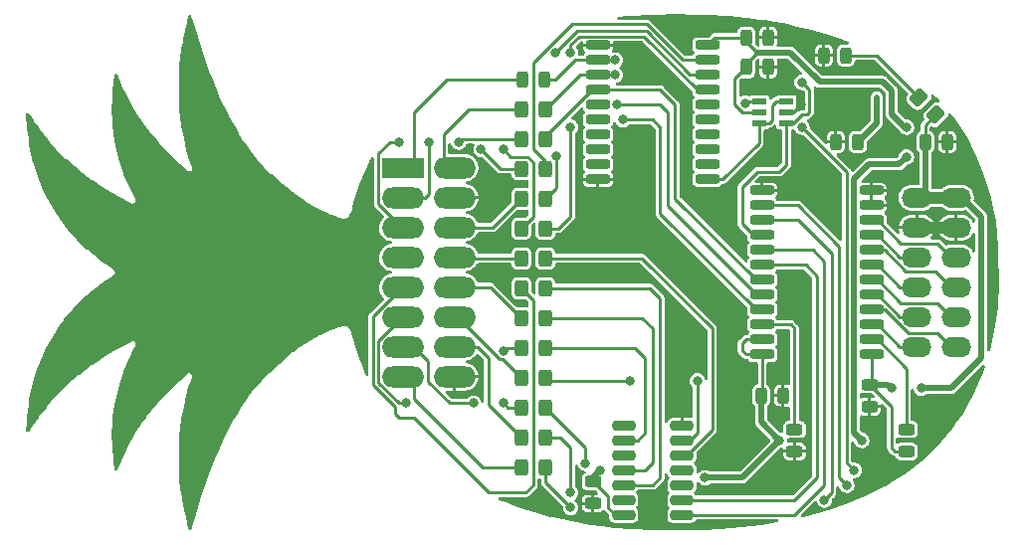
<source format=gtl>
G04 #@! TF.GenerationSoftware,KiCad,Pcbnew,6.0.10-86aedd382b~118~ubuntu22.04.1*
G04 #@! TF.CreationDate,2023-01-30T15:30:24-08:00*
G04 #@! TF.ProjectId,led-panel-single,6c65642d-7061-46e6-956c-2d73696e676c,rev?*
G04 #@! TF.SameCoordinates,Original*
G04 #@! TF.FileFunction,Copper,L1,Top*
G04 #@! TF.FilePolarity,Positive*
%FSLAX46Y46*%
G04 Gerber Fmt 4.6, Leading zero omitted, Abs format (unit mm)*
G04 Created by KiCad (PCBNEW 6.0.10-86aedd382b~118~ubuntu22.04.1) date 2023-01-30 15:30:24*
%MOMM*%
%LPD*%
G01*
G04 APERTURE LIST*
G04 Aperture macros list*
%AMRoundRect*
0 Rectangle with rounded corners*
0 $1 Rounding radius*
0 $2 $3 $4 $5 $6 $7 $8 $9 X,Y pos of 4 corners*
0 Add a 4 corners polygon primitive as box body*
4,1,4,$2,$3,$4,$5,$6,$7,$8,$9,$2,$3,0*
0 Add four circle primitives for the rounded corners*
1,1,$1+$1,$2,$3*
1,1,$1+$1,$4,$5*
1,1,$1+$1,$6,$7*
1,1,$1+$1,$8,$9*
0 Add four rect primitives between the rounded corners*
20,1,$1+$1,$2,$3,$4,$5,0*
20,1,$1+$1,$4,$5,$6,$7,0*
20,1,$1+$1,$6,$7,$8,$9,0*
20,1,$1+$1,$8,$9,$2,$3,0*%
G04 Aperture macros list end*
G04 #@! TA.AperFunction,SMDPad,CuDef*
%ADD10RoundRect,0.250000X-0.548008X-0.088388X-0.088388X-0.548008X0.548008X0.088388X0.088388X0.548008X0*%
G04 #@! TD*
G04 #@! TA.AperFunction,SMDPad,CuDef*
%ADD11RoundRect,0.243750X0.243750X0.456250X-0.243750X0.456250X-0.243750X-0.456250X0.243750X-0.456250X0*%
G04 #@! TD*
G04 #@! TA.AperFunction,SMDPad,CuDef*
%ADD12RoundRect,0.250000X0.325000X0.450000X-0.325000X0.450000X-0.325000X-0.450000X0.325000X-0.450000X0*%
G04 #@! TD*
G04 #@! TA.AperFunction,ComponentPad*
%ADD13R,3.600000X1.800000*%
G04 #@! TD*
G04 #@! TA.AperFunction,ComponentPad*
%ADD14O,3.600000X1.800000*%
G04 #@! TD*
G04 #@! TA.AperFunction,SMDPad,CuDef*
%ADD15RoundRect,0.200000X0.775000X0.200000X-0.775000X0.200000X-0.775000X-0.200000X0.775000X-0.200000X0*%
G04 #@! TD*
G04 #@! TA.AperFunction,SMDPad,CuDef*
%ADD16RoundRect,0.243750X-0.456250X0.243750X-0.456250X-0.243750X0.456250X-0.243750X0.456250X0.243750X0*%
G04 #@! TD*
G04 #@! TA.AperFunction,SMDPad,CuDef*
%ADD17RoundRect,0.200000X0.825000X0.200000X-0.825000X0.200000X-0.825000X-0.200000X0.825000X-0.200000X0*%
G04 #@! TD*
G04 #@! TA.AperFunction,SMDPad,CuDef*
%ADD18RoundRect,0.243750X0.456250X-0.243750X0.456250X0.243750X-0.456250X0.243750X-0.456250X-0.243750X0*%
G04 #@! TD*
G04 #@! TA.AperFunction,SMDPad,CuDef*
%ADD19RoundRect,0.200000X-0.825000X-0.200000X0.825000X-0.200000X0.825000X0.200000X-0.825000X0.200000X0*%
G04 #@! TD*
G04 #@! TA.AperFunction,SMDPad,CuDef*
%ADD20RoundRect,0.243750X-0.243750X-0.456250X0.243750X-0.456250X0.243750X0.456250X-0.243750X0.456250X0*%
G04 #@! TD*
G04 #@! TA.AperFunction,ComponentPad*
%ADD21O,2.540000X1.700000*%
G04 #@! TD*
G04 #@! TA.AperFunction,SMDPad,CuDef*
%ADD22R,1.200000X0.510000*%
G04 #@! TD*
G04 #@! TA.AperFunction,ViaPad*
%ADD23C,0.800000*%
G04 #@! TD*
G04 #@! TA.AperFunction,Conductor*
%ADD24C,0.250000*%
G04 #@! TD*
G04 #@! TA.AperFunction,Conductor*
%ADD25C,0.500000*%
G04 #@! TD*
G04 #@! TA.AperFunction,Conductor*
%ADD26C,1.000000*%
G04 #@! TD*
G04 APERTURE END LIST*
D10*
G04 #@! TO.P,D1,1,K*
G04 #@! TO.N,Net-(D1-Pad1)*
X134403216Y-85127216D03*
G04 #@! TO.P,D1,2,A*
G04 #@! TO.N,+3V3*
X135852784Y-86576784D03*
G04 #@! TD*
D11*
G04 #@! TO.P,R3,1*
G04 #@! TO.N,Net-(D1-Pad1)*
X128191500Y-81534000D03*
G04 #@! TO.P,R3,2*
G04 #@! TO.N,GND*
X126316500Y-81534000D03*
G04 #@! TD*
D12*
G04 #@! TO.P,R5,1*
G04 #@! TO.N,/G*
X102625000Y-86110000D03*
G04 #@! TO.P,R5,2*
G04 #@! TO.N,/Gx*
X100575000Y-86110000D03*
G04 #@! TD*
G04 #@! TO.P,R7,2*
G04 #@! TO.N,/R1x*
X100575000Y-91190000D03*
G04 #@! TO.P,R7,1*
G04 #@! TO.N,/R1*
X102625000Y-91190000D03*
G04 #@! TD*
D13*
G04 #@! TO.P,J5,1,Pin_1*
G04 #@! TO.N,/Rx*
X90540000Y-91110000D03*
D14*
G04 #@! TO.P,J5,2,Pin_2*
G04 #@! TO.N,/Gx*
X94880000Y-91110000D03*
G04 #@! TO.P,J5,3,Pin_3*
G04 #@! TO.N,/Bx*
X90540000Y-93650000D03*
G04 #@! TO.P,J5,4,Pin_4*
G04 #@! TO.N,GND*
X94880000Y-93650000D03*
G04 #@! TO.P,J5,5,Pin_5*
G04 #@! TO.N,/R1x*
X90540000Y-96190000D03*
G04 #@! TO.P,J5,6,Pin_6*
G04 #@! TO.N,/G1x*
X94880000Y-96190000D03*
G04 #@! TO.P,J5,7,Pin_7*
G04 #@! TO.N,/B1x*
X90540000Y-98730000D03*
G04 #@! TO.P,J5,8,Pin_8*
G04 #@! TO.N,/A4x*
X94880000Y-98730000D03*
G04 #@! TO.P,J5,9,Pin_9*
G04 #@! TO.N,/A0x*
X90540000Y-101270000D03*
G04 #@! TO.P,J5,10,Pin_10*
G04 #@! TO.N,/A1x*
X94880000Y-101270000D03*
G04 #@! TO.P,J5,11,Pin_11*
G04 #@! TO.N,/A2x*
X90540000Y-103810000D03*
G04 #@! TO.P,J5,12,Pin_12*
G04 #@! TO.N,/A3x*
X94880000Y-103810000D03*
G04 #@! TO.P,J5,13,Pin_13*
G04 #@! TO.N,/SCLKx*
X90540000Y-106350000D03*
G04 #@! TO.P,J5,14,Pin_14*
G04 #@! TO.N,/LATCHx*
X94880000Y-106350000D03*
G04 #@! TO.P,J5,15,Pin_15*
G04 #@! TO.N,/BLANKx*
X90540000Y-108890000D03*
G04 #@! TO.P,J5,16,Pin_16*
G04 #@! TO.N,GND*
X94880000Y-108890000D03*
G04 #@! TD*
D15*
G04 #@! TO.P,U4,1,CP*
G04 #@! TO.N,/ACLK*
X114235000Y-120650000D03*
G04 #@! TO.P,U4,2,MR*
G04 #@! TO.N,/ARST*
X114235000Y-119380000D03*
G04 #@! TO.P,U4,3,Q6*
G04 #@! TO.N,unconnected-(U4-Pad3)*
X114235000Y-118110000D03*
G04 #@! TO.P,U4,4,Q5*
G04 #@! TO.N,unconnected-(U4-Pad4)*
X114235000Y-116840000D03*
G04 #@! TO.P,U4,5,Q4*
G04 #@! TO.N,/A4*
X114235000Y-115570000D03*
G04 #@! TO.P,U4,6,Q3*
G04 #@! TO.N,/A3*
X114235000Y-114300000D03*
G04 #@! TO.P,U4,7,GND*
G04 #@! TO.N,GND*
X114235000Y-113030000D03*
G04 #@! TO.P,U4,8,NC*
G04 #@! TO.N,unconnected-(U4-Pad8)*
X109285000Y-113030000D03*
G04 #@! TO.P,U4,9,Q2*
G04 #@! TO.N,/A2*
X109285000Y-114300000D03*
G04 #@! TO.P,U4,10,NC*
G04 #@! TO.N,unconnected-(U4-Pad10)*
X109285000Y-115570000D03*
G04 #@! TO.P,U4,11,Q1*
G04 #@! TO.N,/A1*
X109285000Y-116840000D03*
G04 #@! TO.P,U4,12,Q0*
G04 #@! TO.N,/A0*
X109285000Y-118110000D03*
G04 #@! TO.P,U4,13,NC*
G04 #@! TO.N,unconnected-(U4-Pad13)*
X109285000Y-119380000D03*
G04 #@! TO.P,U4,14,VCC*
G04 #@! TO.N,/VCCB*
X109285000Y-120650000D03*
G04 #@! TD*
D12*
G04 #@! TO.P,R10,2*
G04 #@! TO.N,/A4x*
X100575000Y-98810000D03*
G04 #@! TO.P,R10,1*
G04 #@! TO.N,/A4*
X102625000Y-98810000D03*
G04 #@! TD*
G04 #@! TO.P,R17,2*
G04 #@! TO.N,/BLANKx*
X100575000Y-116590000D03*
G04 #@! TO.P,R17,1*
G04 #@! TO.N,/BLANK*
X102625000Y-116590000D03*
G04 #@! TD*
D11*
G04 #@! TO.P,C5,1*
G04 #@! TO.N,GND*
X121587500Y-82515000D03*
G04 #@! TO.P,C5,2*
G04 #@! TO.N,/VCCB*
X119712500Y-82515000D03*
G04 #@! TD*
D12*
G04 #@! TO.P,R11,2*
G04 #@! TO.N,/A0x*
X100575000Y-101350000D03*
G04 #@! TO.P,R11,1*
G04 #@! TO.N,/A0*
X102625000Y-101350000D03*
G04 #@! TD*
D16*
G04 #@! TO.P,C7,1*
G04 #@! TO.N,/VCCB*
X106680000Y-117807500D03*
G04 #@! TO.P,C7,2*
G04 #@! TO.N,GND*
X106680000Y-119682500D03*
G04 #@! TD*
D17*
G04 #@! TO.P,U1,1,VCCA*
G04 #@! TO.N,+3V3*
X130380000Y-106985000D03*
G04 #@! TO.P,U1,2,DIR*
G04 #@! TO.N,Net-(R1-Pad2)*
X130380000Y-105715000D03*
G04 #@! TO.P,U1,3,A0*
G04 #@! TO.N,/iR*
X130380000Y-104445000D03*
G04 #@! TO.P,U1,4,A1*
G04 #@! TO.N,/iG*
X130380000Y-103175000D03*
G04 #@! TO.P,U1,5,A2*
G04 #@! TO.N,/iB*
X130380000Y-101905000D03*
G04 #@! TO.P,U1,6,A3*
G04 #@! TO.N,/iARST*
X130380000Y-100635000D03*
G04 #@! TO.P,U1,7,A4*
G04 #@! TO.N,/iACLK*
X130380000Y-99365000D03*
G04 #@! TO.P,U1,8,A5*
G04 #@! TO.N,/iSCLK*
X130380000Y-98095000D03*
G04 #@! TO.P,U1,9,A6*
G04 #@! TO.N,/iBLANK*
X130380000Y-96825000D03*
G04 #@! TO.P,U1,10,A7*
G04 #@! TO.N,/iLATCH*
X130380000Y-95555000D03*
G04 #@! TO.P,U1,11,GND*
G04 #@! TO.N,GND*
X130380000Y-94285000D03*
G04 #@! TO.P,U1,12,GND*
X130380000Y-93015000D03*
G04 #@! TO.P,U1,13,GND*
X121080000Y-93015000D03*
G04 #@! TO.P,U1,14,B7*
G04 #@! TO.N,/LATCH*
X121080000Y-94285000D03*
G04 #@! TO.P,U1,15,B6*
G04 #@! TO.N,/BLANK*
X121080000Y-95555000D03*
G04 #@! TO.P,U1,16,B5*
G04 #@! TO.N,/SCLK*
X121080000Y-96825000D03*
G04 #@! TO.P,U1,17,B4*
G04 #@! TO.N,/ACLK*
X121080000Y-98095000D03*
G04 #@! TO.P,U1,18,B3*
G04 #@! TO.N,/ARST*
X121080000Y-99365000D03*
G04 #@! TO.P,U1,19,B2*
G04 #@! TO.N,/B*
X121080000Y-100635000D03*
G04 #@! TO.P,U1,20,B1*
G04 #@! TO.N,/G*
X121080000Y-101905000D03*
G04 #@! TO.P,U1,21,B0*
G04 #@! TO.N,/R*
X121080000Y-103175000D03*
G04 #@! TO.P,U1,22,~{OE}*
G04 #@! TO.N,Net-(R2-Pad1)*
X121080000Y-104445000D03*
G04 #@! TO.P,U1,23,VCCB*
G04 #@! TO.N,/VCCB*
X121080000Y-105715000D03*
G04 #@! TO.P,U1,24,VCCB*
X121080000Y-106985000D03*
G04 #@! TD*
D12*
G04 #@! TO.P,R16,2*
G04 #@! TO.N,/LATCHx*
X100575000Y-114050000D03*
G04 #@! TO.P,R16,1*
G04 #@! TO.N,/LATCH*
X102625000Y-114050000D03*
G04 #@! TD*
D18*
G04 #@! TO.P,R1,1*
G04 #@! TO.N,+3V3*
X133350000Y-115237500D03*
G04 #@! TO.P,R1,2*
G04 #@! TO.N,Net-(R1-Pad2)*
X133350000Y-113362500D03*
G04 #@! TD*
D12*
G04 #@! TO.P,R9,2*
G04 #@! TO.N,/B1x*
X100575000Y-96270000D03*
G04 #@! TO.P,R9,1*
G04 #@! TO.N,/B1*
X102625000Y-96270000D03*
G04 #@! TD*
G04 #@! TO.P,R6,2*
G04 #@! TO.N,/Bx*
X100575000Y-88650000D03*
G04 #@! TO.P,R6,1*
G04 #@! TO.N,/B*
X102625000Y-88650000D03*
G04 #@! TD*
D19*
G04 #@! TO.P,U3,1,~{OE}*
G04 #@! TO.N,GND*
X107110000Y-80645000D03*
G04 #@! TO.P,U3,2,D0*
G04 #@! TO.N,/R*
X107110000Y-81915000D03*
G04 #@! TO.P,U3,3,D1*
G04 #@! TO.N,/G*
X107110000Y-83185000D03*
G04 #@! TO.P,U3,4,D2*
G04 #@! TO.N,/B*
X107110000Y-84455000D03*
G04 #@! TO.P,U3,5,D3*
G04 #@! TO.N,unconnected-(U3-Pad5)*
X107110000Y-85725000D03*
G04 #@! TO.P,U3,6,D4*
G04 #@! TO.N,unconnected-(U3-Pad6)*
X107110000Y-86995000D03*
G04 #@! TO.P,U3,7,D5*
G04 #@! TO.N,unconnected-(U3-Pad7)*
X107110000Y-88265000D03*
G04 #@! TO.P,U3,8,D6*
G04 #@! TO.N,unconnected-(U3-Pad8)*
X107110000Y-89535000D03*
G04 #@! TO.P,U3,9,D7*
G04 #@! TO.N,unconnected-(U3-Pad9)*
X107110000Y-90805000D03*
G04 #@! TO.P,U3,10,GND*
G04 #@! TO.N,GND*
X107110000Y-92075000D03*
G04 #@! TO.P,U3,11,LE*
G04 #@! TO.N,/SCLKN*
X116410000Y-92075000D03*
G04 #@! TO.P,U3,12,Q7*
G04 #@! TO.N,unconnected-(U3-Pad12)*
X116410000Y-90805000D03*
G04 #@! TO.P,U3,13,Q6*
G04 #@! TO.N,unconnected-(U3-Pad13)*
X116410000Y-89535000D03*
G04 #@! TO.P,U3,14,Q5*
G04 #@! TO.N,unconnected-(U3-Pad14)*
X116410000Y-88265000D03*
G04 #@! TO.P,U3,15,Q4*
G04 #@! TO.N,unconnected-(U3-Pad15)*
X116410000Y-86995000D03*
G04 #@! TO.P,U3,16,Q3*
G04 #@! TO.N,unconnected-(U3-Pad16)*
X116410000Y-85725000D03*
G04 #@! TO.P,U3,17,Q2*
G04 #@! TO.N,/B1*
X116410000Y-84455000D03*
G04 #@! TO.P,U3,18,Q1*
G04 #@! TO.N,/G1*
X116410000Y-83185000D03*
G04 #@! TO.P,U3,19,Q0*
G04 #@! TO.N,/R1*
X116410000Y-81915000D03*
G04 #@! TO.P,U3,20,VCC*
G04 #@! TO.N,/VCCB*
X116410000Y-80645000D03*
G04 #@! TD*
D20*
G04 #@! TO.P,C6,1*
G04 #@! TO.N,/VCCB*
X119712500Y-80010000D03*
G04 #@! TO.P,C6,2*
G04 #@! TO.N,GND*
X121587500Y-80010000D03*
G04 #@! TD*
G04 #@! TO.P,C4,1*
G04 #@! TO.N,/VCCB*
X120982500Y-110490000D03*
G04 #@! TO.P,C4,2*
G04 #@! TO.N,GND*
X122857500Y-110490000D03*
G04 #@! TD*
D11*
G04 #@! TO.P,R4,2*
G04 #@! TO.N,/Rx*
X100662500Y-83570000D03*
G04 #@! TO.P,R4,1*
G04 #@! TO.N,/R*
X102537500Y-83570000D03*
G04 #@! TD*
D12*
G04 #@! TO.P,R14,2*
G04 #@! TO.N,/A3x*
X100575000Y-108970000D03*
G04 #@! TO.P,R14,1*
G04 #@! TO.N,/A3*
X102625000Y-108970000D03*
G04 #@! TD*
D20*
G04 #@! TO.P,C1,1*
G04 #@! TO.N,+3V3*
X134952500Y-88900000D03*
G04 #@! TO.P,C1,2*
G04 #@! TO.N,GND*
X136827500Y-88900000D03*
G04 #@! TD*
D18*
G04 #@! TO.P,C3,1*
G04 #@! TO.N,GND*
X130210000Y-111427500D03*
G04 #@! TO.P,C3,2*
G04 #@! TO.N,+3V3*
X130210000Y-109552500D03*
G04 #@! TD*
D12*
G04 #@! TO.P,R15,2*
G04 #@! TO.N,/SCLKx*
X100575000Y-111510000D03*
G04 #@! TO.P,R15,1*
G04 #@! TO.N,/SCLKi*
X102625000Y-111510000D03*
G04 #@! TD*
D11*
G04 #@! TO.P,C2,1*
G04 #@! TO.N,+5V*
X129207500Y-88900000D03*
G04 #@! TO.P,C2,2*
G04 #@! TO.N,GND*
X127332500Y-88900000D03*
G04 #@! TD*
D12*
G04 #@! TO.P,R12,2*
G04 #@! TO.N,/A1x*
X100575000Y-103890000D03*
G04 #@! TO.P,R12,1*
G04 #@! TO.N,/A1*
X102625000Y-103890000D03*
G04 #@! TD*
D21*
G04 #@! TO.P,J2,7,Pin_7*
G04 #@! TO.N,/iG*
X137560000Y-106350000D03*
G04 #@! TO.P,J2,1,Pin_1*
G04 #@! TO.N,/iR*
X134220000Y-106350000D03*
G04 #@! TO.P,J2,8,Pin_8*
G04 #@! TO.N,/iARST*
X137560000Y-103810000D03*
G04 #@! TO.P,J2,2,Pin_2*
G04 #@! TO.N,/iB*
X134220000Y-103810000D03*
G04 #@! TO.P,J2,9,Pin_9*
G04 #@! TO.N,/iSCLK*
X137560000Y-101270000D03*
G04 #@! TO.P,J2,3,Pin_3*
G04 #@! TO.N,/iACLK*
X134220000Y-101270000D03*
G04 #@! TO.P,J2,10,Pin_10*
G04 #@! TO.N,/iLATCH*
X137560000Y-98730000D03*
G04 #@! TO.P,J2,4,Pin_4*
G04 #@! TO.N,/iBLANK*
X134220000Y-98730000D03*
G04 #@! TO.P,J2,11,Pin_11*
G04 #@! TO.N,GND*
X137560000Y-96190000D03*
G04 #@! TO.P,J2,5,Pin_5*
X134220000Y-96190000D03*
G04 #@! TO.P,J2,12,Pin_12*
G04 #@! TO.N,+3V3*
X137560000Y-93650000D03*
G04 #@! TO.P,J2,6,Pin_6*
X134220000Y-93650000D03*
G04 #@! TD*
D22*
G04 #@! TO.P,U2,1,A1*
G04 #@! TO.N,/SCLK*
X123140000Y-87310000D03*
G04 #@! TO.P,U2,2,GND*
G04 #@! TO.N,GND*
X123140000Y-86360000D03*
G04 #@! TO.P,U2,3,A2*
G04 #@! TO.N,/SCLKN*
X123140000Y-85410000D03*
G04 #@! TO.P,U2,4,~{Y2}*
G04 #@! TO.N,/SCLKNN*
X120820000Y-85410000D03*
G04 #@! TO.P,U2,5,VCC*
G04 #@! TO.N,/VCCB*
X120820000Y-86360000D03*
G04 #@! TO.P,U2,6,~{Y1}*
G04 #@! TO.N,/SCLKN*
X120820000Y-87310000D03*
G04 #@! TD*
D16*
G04 #@! TO.P,R2,1*
G04 #@! TO.N,Net-(R2-Pad1)*
X123825000Y-113362500D03*
G04 #@! TO.P,R2,2*
G04 #@! TO.N,GND*
X123825000Y-115237500D03*
G04 #@! TD*
D12*
G04 #@! TO.P,R13,2*
G04 #@! TO.N,/A2x*
X100575000Y-106430000D03*
G04 #@! TO.P,R13,1*
G04 #@! TO.N,/A2*
X102625000Y-106430000D03*
G04 #@! TD*
G04 #@! TO.P,R8,2*
G04 #@! TO.N,/G1x*
X100575000Y-93730000D03*
G04 #@! TO.P,R8,1*
G04 #@! TO.N,/G1*
X102625000Y-93730000D03*
G04 #@! TD*
D23*
G04 #@! TO.N,GND*
X126365000Y-82804000D03*
G04 #@! TO.N,/VCCB*
X107315000Y-116840000D03*
G04 #@! TO.N,GND*
X107315000Y-120904000D03*
G04 #@! TO.N,/VCCB*
X116205000Y-117475000D03*
X122555000Y-114300000D03*
X133350000Y-90170000D03*
X129540000Y-114300000D03*
X133350000Y-87630000D03*
G04 #@! TO.N,GND*
X67310000Y-100000000D03*
G04 #@! TO.N,+3V3*
X134620000Y-109855000D03*
X132080000Y-109855000D03*
G04 #@! TO.N,GND*
X137160000Y-90805000D03*
X123190000Y-92710000D03*
X124370500Y-85725000D03*
X109855000Y-81280000D03*
X106045000Y-93345000D03*
X131445000Y-92075000D03*
X114300000Y-111760000D03*
X123190000Y-82550000D03*
X123190000Y-80010000D03*
X126365000Y-87630000D03*
X130175000Y-113030000D03*
X123825000Y-116840000D03*
X122555000Y-111760000D03*
G04 #@! TO.N,/SCLKi*
X106021561Y-116228439D03*
X128905000Y-116840000D03*
X124460000Y-87630000D03*
G04 #@! TO.N,/LATCH*
X104775000Y-118745000D03*
X128270000Y-118110000D03*
G04 #@! TO.N,/BLANK*
X104775000Y-120015000D03*
X126365000Y-119380000D03*
G04 #@! TO.N,/B1x*
X99060000Y-89535000D03*
G04 #@! TO.N,/A2x*
X99060000Y-106680000D03*
X90805000Y-111125000D03*
G04 #@! TO.N,/R1x*
X97155000Y-89535000D03*
X90170000Y-88900000D03*
G04 #@! TO.N,/Bx*
X95250000Y-88900000D03*
X92710000Y-88900000D03*
G04 #@! TO.N,/SCLKx*
X96520000Y-111125000D03*
X99060000Y-111125000D03*
G04 #@! TO.N,/A3*
X109855000Y-109220000D03*
X115570000Y-109220000D03*
G04 #@! TO.N,/B1*
X104775000Y-81280000D03*
X104775000Y-87630000D03*
G04 #@! TO.N,/G1*
X103542626Y-90131357D03*
X103505000Y-81280000D03*
G04 #@! TO.N,/R*
X109220000Y-86995000D03*
X108585000Y-81915000D03*
G04 #@! TO.N,/G*
X108734500Y-85725000D03*
X108585000Y-83185000D03*
G04 #@! TO.N,/SCLKNN*
X119638299Y-85593701D03*
G04 #@! TO.N,/SCLK*
X124460000Y-83820000D03*
G04 #@! TD*
D24*
G04 #@! TO.N,+3V3*
X135852784Y-86576784D02*
X134952500Y-87477068D01*
X134952500Y-87477068D02*
X134952500Y-88900000D01*
G04 #@! TO.N,Net-(D1-Pad1)*
X134403216Y-85127216D02*
X130810000Y-81534000D01*
X130810000Y-81534000D02*
X128191500Y-81534000D01*
D25*
G04 #@! TO.N,/VCCB*
X133350000Y-87630000D02*
X133156000Y-87630000D01*
X133156000Y-87630000D02*
X132110000Y-86584000D01*
X132110000Y-86584000D02*
X132110000Y-84551522D01*
X132110000Y-84551522D02*
X131348478Y-83790000D01*
X125954000Y-83790000D02*
X123444000Y-81280000D01*
X131348478Y-83790000D02*
X125954000Y-83790000D01*
X123444000Y-81280000D02*
X120650000Y-81280000D01*
D24*
G04 #@! TO.N,/SCLKN*
X123140000Y-85410000D02*
X122290000Y-85410000D01*
X121920000Y-85780000D02*
X121920000Y-87060000D01*
X121920000Y-87060000D02*
X121670000Y-87310000D01*
X122290000Y-85410000D02*
X121920000Y-85780000D01*
X121670000Y-87310000D02*
X120820000Y-87310000D01*
G04 #@! TO.N,/SCLKNN*
X120820000Y-85410000D02*
X119822000Y-85410000D01*
X119822000Y-85410000D02*
X119638299Y-85593701D01*
G04 #@! TO.N,/VCCB*
X119380000Y-86360000D02*
X118745000Y-85725000D01*
G04 #@! TO.N,/R1*
X116410000Y-81915000D02*
X114301380Y-81915000D01*
X101600000Y-89534310D02*
X102625000Y-90559310D01*
X111243378Y-78856998D02*
X104903404Y-78856998D01*
G04 #@! TO.N,/G1*
X105313811Y-79470499D02*
X103505000Y-81279310D01*
G04 #@! TO.N,/R1*
X104903404Y-78856998D02*
X101600000Y-82160402D01*
X114301380Y-81915000D02*
X111243378Y-78856998D01*
G04 #@! TO.N,/B1*
X105500000Y-79920000D02*
X104775000Y-80645000D01*
G04 #@! TO.N,/R1*
X102625000Y-90559310D02*
X102625000Y-91190000D01*
G04 #@! TO.N,/G1*
X116410000Y-83185000D02*
X114935690Y-83185000D01*
G04 #@! TO.N,/R1*
X101600000Y-82160402D02*
X101600000Y-89534310D01*
G04 #@! TO.N,/B1*
X115570000Y-84455000D02*
X111035000Y-79920000D01*
X104775000Y-80645000D02*
X104775000Y-81280000D01*
G04 #@! TO.N,/G1*
X111221189Y-79470499D02*
X105313811Y-79470499D01*
X114935690Y-83185000D02*
X111221189Y-79470499D01*
X103505000Y-81279310D02*
X103505000Y-81280000D01*
G04 #@! TO.N,/B1*
X111035000Y-79920000D02*
X105500000Y-79920000D01*
G04 #@! TO.N,/A4*
X102625000Y-98810000D02*
X110875000Y-98810000D01*
X116840000Y-113412462D02*
X114682462Y-115570000D01*
X110875000Y-98810000D02*
X116840000Y-104775000D01*
X116840000Y-104775000D02*
X116840000Y-113412462D01*
X114682462Y-115570000D02*
X114235000Y-115570000D01*
G04 #@! TO.N,/B*
X107110000Y-84455000D02*
X106612538Y-84455000D01*
X106612538Y-84455000D02*
X102625000Y-88442538D01*
X102625000Y-88442538D02*
X102625000Y-88650000D01*
G04 #@! TO.N,/SCLKN*
X120820000Y-87310000D02*
X120820000Y-88984000D01*
X120820000Y-88984000D02*
X117729000Y-92075000D01*
X117729000Y-92075000D02*
X116410000Y-92075000D01*
G04 #@! TO.N,/R*
X109220000Y-86995000D02*
X111760000Y-86995000D01*
X111760000Y-86995000D02*
X112395000Y-87630000D01*
X112395000Y-87630000D02*
X112395000Y-94987462D01*
X112395000Y-94987462D02*
X120582538Y-103175000D01*
X120582538Y-103175000D02*
X121080000Y-103175000D01*
G04 #@! TO.N,/G*
X108734500Y-85725000D02*
X112395000Y-85725000D01*
X112395000Y-85725000D02*
X113030000Y-86360000D01*
X113030000Y-86360000D02*
X113030000Y-94352462D01*
X113030000Y-94352462D02*
X120582538Y-101905000D01*
X120582538Y-101905000D02*
X121080000Y-101905000D01*
G04 #@! TO.N,/B*
X107110000Y-84455000D02*
X112395000Y-84455000D01*
X112395000Y-84455000D02*
X113665000Y-85725000D01*
X113665000Y-85725000D02*
X113665000Y-93717462D01*
X113665000Y-93717462D02*
X120582538Y-100635000D01*
X120582538Y-100635000D02*
X121080000Y-100635000D01*
G04 #@! TO.N,Net-(R1-Pad2)*
X133350000Y-113362500D02*
X133350000Y-108187538D01*
X133350000Y-108187538D02*
X130877462Y-105715000D01*
X130877462Y-105715000D02*
X130380000Y-105715000D01*
G04 #@! TO.N,/iR*
X134620000Y-106350000D02*
X132782462Y-106350000D01*
X132782462Y-106350000D02*
X130877462Y-104445000D01*
X130877462Y-104445000D02*
X130380000Y-104445000D01*
G04 #@! TO.N,/iG*
X135985000Y-105175000D02*
X133503299Y-105175000D01*
X133503299Y-105175000D02*
X131503299Y-103175000D01*
X131503299Y-103175000D02*
X130380000Y-103175000D01*
G04 #@! TO.N,/iB*
X134620000Y-103810000D02*
X132782462Y-103810000D01*
X132782462Y-103810000D02*
X130877462Y-101905000D01*
X130877462Y-101905000D02*
X130380000Y-101905000D01*
G04 #@! TO.N,/iARST*
X135985000Y-102635000D02*
X132877462Y-102635000D01*
X132877462Y-102635000D02*
X130877462Y-100635000D01*
X130877462Y-100635000D02*
X130380000Y-100635000D01*
G04 #@! TO.N,/iACLK*
X134620000Y-101270000D02*
X132782462Y-101270000D01*
X132782462Y-101270000D02*
X130877462Y-99365000D01*
X130877462Y-99365000D02*
X130380000Y-99365000D01*
G04 #@! TO.N,/iSCLK*
X135795000Y-99905000D02*
X133313299Y-99905000D01*
X133313299Y-99905000D02*
X131503299Y-98095000D01*
X131503299Y-98095000D02*
X130380000Y-98095000D01*
G04 #@! TO.N,/iBLANK*
X134620000Y-98730000D02*
X132782462Y-98730000D01*
X130877462Y-96825000D02*
X130380000Y-96825000D01*
X132782462Y-98730000D02*
X130877462Y-96825000D01*
G04 #@! TO.N,/iLATCH*
X135985000Y-97555000D02*
X132877462Y-97555000D01*
X132877462Y-97555000D02*
X130877462Y-95555000D01*
X130877462Y-95555000D02*
X130380000Y-95555000D01*
D25*
G04 #@! TO.N,/VCCB*
X107315000Y-116840000D02*
X106680000Y-117475000D01*
X106680000Y-117475000D02*
X106680000Y-117807500D01*
D24*
X106680000Y-117807500D02*
X107950000Y-119077500D01*
X107950000Y-119077500D02*
X107950000Y-120015000D01*
X107950000Y-120015000D02*
X108585000Y-120650000D01*
X108585000Y-120650000D02*
X109285000Y-120650000D01*
G04 #@! TO.N,/SCLKi*
X106021561Y-114906561D02*
X102625000Y-111510000D01*
X106021561Y-116228439D02*
X106021561Y-114906561D01*
D25*
G04 #@! TO.N,/VCCB*
X122555000Y-114300000D02*
X119380000Y-117475000D01*
X119380000Y-117475000D02*
X116205000Y-117475000D01*
X120982500Y-110490000D02*
X120982500Y-112727500D01*
X120982500Y-112727500D02*
X122555000Y-114300000D01*
X133350000Y-90170000D02*
X132715000Y-90805000D01*
X132715000Y-90805000D02*
X130175000Y-90805000D01*
X128905000Y-92075000D02*
X128905000Y-113665000D01*
X130175000Y-90805000D02*
X128905000Y-92075000D01*
X128905000Y-113665000D02*
X129540000Y-114300000D01*
D24*
X120650000Y-81280000D02*
X119712500Y-82217500D01*
X119712500Y-82217500D02*
X119712500Y-82515000D01*
X118745000Y-85725000D02*
X118745000Y-83482500D01*
X118745000Y-83482500D02*
X119712500Y-82515000D01*
X119712500Y-80010000D02*
X119712500Y-80342500D01*
X119712500Y-80342500D02*
X120650000Y-81280000D01*
D25*
G04 #@! TO.N,+3V3*
X137160000Y-93650000D02*
X138100000Y-93650000D01*
X138100000Y-93650000D02*
X139700000Y-95250000D01*
X139700000Y-95250000D02*
X139700000Y-107315000D01*
X138430000Y-108585000D02*
X137160000Y-109855000D01*
X139700000Y-107315000D02*
X138430000Y-108585000D01*
X137160000Y-109855000D02*
X134620000Y-109855000D01*
X132080000Y-109855000D02*
X131777500Y-109552500D01*
X131777500Y-109552500D02*
X130210000Y-109552500D01*
X134952500Y-88900000D02*
X134952500Y-93317500D01*
X134952500Y-93317500D02*
X134620000Y-93650000D01*
D26*
G04 #@! TO.N,GND*
X137160000Y-96190000D02*
X134620000Y-96190000D01*
G04 #@! TO.N,+3V3*
X134620000Y-93650000D02*
X137160000Y-93650000D01*
D25*
G04 #@! TO.N,+5V*
X130810000Y-85090000D02*
X130810000Y-87297500D01*
X130810000Y-87297500D02*
X129207500Y-88900000D01*
D24*
G04 #@! TO.N,GND*
X123140000Y-86360000D02*
X123735500Y-86360000D01*
X123735500Y-86360000D02*
X124370500Y-85725000D01*
G04 #@! TO.N,/SCLK*
X125095000Y-86360000D02*
X125095000Y-84455000D01*
X125095000Y-84455000D02*
X124460000Y-83820000D01*
X124460000Y-86590000D02*
X124865000Y-86590000D01*
X124865000Y-86590000D02*
X125095000Y-86360000D01*
G04 #@! TO.N,/VCCB*
X121080000Y-105715000D02*
X119710000Y-105715000D01*
X119710000Y-105715000D02*
X119380000Y-106045000D01*
X119380000Y-106045000D02*
X119380000Y-106680000D01*
X119380000Y-106680000D02*
X119685000Y-106985000D01*
X119685000Y-106985000D02*
X121080000Y-106985000D01*
X119380000Y-86360000D02*
X120820000Y-86360000D01*
X119712500Y-80010000D02*
X117045000Y-80010000D01*
X117045000Y-80010000D02*
X116410000Y-80645000D01*
G04 #@! TO.N,+3V3*
X130210000Y-109552500D02*
X132080000Y-111422500D01*
X132080000Y-111422500D02*
X132080000Y-114935000D01*
X132080000Y-114935000D02*
X132382500Y-115237500D01*
X132382500Y-115237500D02*
X133350000Y-115237500D01*
X130380000Y-106985000D02*
X130380000Y-109382500D01*
X130380000Y-109382500D02*
X130210000Y-109552500D01*
G04 #@! TO.N,/VCCB*
X121080000Y-106985000D02*
X121080000Y-110392500D01*
X121080000Y-110392500D02*
X120982500Y-110490000D01*
G04 #@! TO.N,/SCLKi*
X128270000Y-116205000D02*
X128905000Y-116840000D01*
X128270000Y-91440000D02*
X128270000Y-116205000D01*
X124460000Y-87630000D02*
X128270000Y-91440000D01*
G04 #@! TO.N,/SCLK*
X120320000Y-96825000D02*
X119380000Y-95885000D01*
X119380000Y-92710000D02*
X120650000Y-91440000D01*
X122555000Y-91440000D02*
X123140000Y-90855000D01*
X119380000Y-95885000D02*
X119380000Y-92710000D01*
X120650000Y-91440000D02*
X122555000Y-91440000D01*
X123140000Y-90855000D02*
X123140000Y-87310000D01*
G04 #@! TO.N,/LATCH*
X121080000Y-94285000D02*
X124130000Y-94285000D01*
X124130000Y-94285000D02*
X127635000Y-97790000D01*
X127635000Y-97790000D02*
X127635000Y-117475000D01*
X127635000Y-117475000D02*
X128270000Y-118110000D01*
X103890000Y-114050000D02*
X102625000Y-114050000D01*
X104775000Y-118745000D02*
X104775000Y-114935000D01*
X104775000Y-114935000D02*
X103890000Y-114050000D01*
G04 #@! TO.N,/BLANK*
X121080000Y-95555000D02*
X124130000Y-95555000D01*
X124130000Y-95555000D02*
X127000000Y-98425000D01*
X127000000Y-98425000D02*
X127000000Y-118745000D01*
X104775000Y-120015000D02*
X102625000Y-117865000D01*
X127000000Y-118745000D02*
X126365000Y-119380000D01*
X102625000Y-117865000D02*
X102625000Y-116590000D01*
G04 #@! TO.N,Net-(R2-Pad1)*
X121080000Y-104445000D02*
X123495000Y-104445000D01*
X123495000Y-104445000D02*
X123825000Y-104775000D01*
X123825000Y-104775000D02*
X123825000Y-113362500D01*
G04 #@! TO.N,/B1x*
X101597500Y-90624327D02*
X101138173Y-90165000D01*
X100575000Y-96270000D02*
X101597500Y-95247500D01*
X101597500Y-95247500D02*
X101597500Y-90624327D01*
X101138173Y-90165000D02*
X99690000Y-90165000D01*
X99690000Y-90165000D02*
X99060000Y-89535000D01*
G04 #@! TO.N,/A0x*
X100575000Y-101350000D02*
X101600000Y-102375000D01*
X91440000Y-112395000D02*
X90170000Y-112395000D01*
X87965499Y-109583601D02*
X87965499Y-103752089D01*
X101600000Y-102375000D02*
X101600000Y-118110000D01*
X97790000Y-118745000D02*
X91440000Y-112395000D01*
X101600000Y-118110000D02*
X100965000Y-118745000D01*
X100965000Y-118745000D02*
X97790000Y-118745000D01*
X90170000Y-112395000D02*
X89828123Y-112053123D01*
X87965499Y-103752089D02*
X90447588Y-101270000D01*
X89828123Y-112053123D02*
X89828123Y-111446225D01*
X89828123Y-111446225D02*
X87965499Y-109583601D01*
G04 #@! TO.N,/A2x*
X99310000Y-106430000D02*
X99060000Y-106680000D01*
G04 #@! TO.N,/A3x*
X99009500Y-107404500D02*
X98759902Y-107404500D01*
G04 #@! TO.N,/A2x*
X90142588Y-111125000D02*
X88415000Y-109397412D01*
G04 #@! TO.N,/A3x*
X98759902Y-107404500D02*
X95165402Y-103810000D01*
G04 #@! TO.N,/BLANKx*
X100575000Y-116590000D02*
X97294598Y-116590000D01*
G04 #@! TO.N,/A2x*
X88415000Y-109397412D02*
X88415000Y-105842588D01*
G04 #@! TO.N,/BLANKx*
X97294598Y-116590000D02*
X91440000Y-110735402D01*
X91440000Y-110735402D02*
X91440000Y-108890000D01*
G04 #@! TO.N,/A2x*
X100575000Y-106430000D02*
X99310000Y-106430000D01*
G04 #@! TO.N,/A3x*
X100575000Y-108970000D02*
X99009500Y-107404500D01*
G04 #@! TO.N,/A2x*
X90805000Y-111125000D02*
X90142588Y-111125000D01*
X88415000Y-105842588D02*
X90447588Y-103810000D01*
G04 #@! TO.N,/R1x*
X100575000Y-91190000D02*
X98810000Y-91190000D01*
X98810000Y-91190000D02*
X97155000Y-89535000D01*
X90170000Y-88900000D02*
X89400000Y-88900000D01*
X89400000Y-88900000D02*
X88415000Y-89885000D01*
X88415000Y-89885000D02*
X88415000Y-94157412D01*
X88415000Y-94157412D02*
X90447588Y-96190000D01*
G04 #@! TO.N,/Bx*
X100575000Y-88650000D02*
X95500000Y-88650000D01*
X95500000Y-88650000D02*
X95250000Y-88900000D01*
X92710000Y-88900000D02*
X92710000Y-93345000D01*
X92710000Y-93345000D02*
X92405000Y-93650000D01*
X92405000Y-93650000D02*
X91440000Y-93650000D01*
G04 #@! TO.N,/SCLKx*
X100575000Y-111510000D02*
X99445000Y-111510000D01*
X99445000Y-111510000D02*
X99060000Y-111125000D01*
X96520000Y-111125000D02*
X94482588Y-111125000D01*
X94482588Y-111125000D02*
X92665000Y-109307412D01*
X92665000Y-109307412D02*
X92665000Y-107575000D01*
X92665000Y-107575000D02*
X91440000Y-106350000D01*
G04 #@! TO.N,/LATCHx*
X100575000Y-114050000D02*
X97790000Y-111265000D01*
X97790000Y-111265000D02*
X97790000Y-107315000D01*
X97790000Y-107315000D02*
X96825000Y-106350000D01*
X96825000Y-106350000D02*
X93980000Y-106350000D01*
G04 #@! TO.N,/A1x*
X100575000Y-103890000D02*
X97955000Y-101270000D01*
X97955000Y-101270000D02*
X93980000Y-101270000D01*
G04 #@! TO.N,/A4x*
X100575000Y-98810000D02*
X94060000Y-98810000D01*
G04 #@! TO.N,/G1x*
X100575000Y-93730000D02*
X98115000Y-96190000D01*
X98115000Y-96190000D02*
X93980000Y-96190000D01*
G04 #@! TO.N,/Gx*
X100575000Y-86110000D02*
X96135000Y-86110000D01*
X96135000Y-86110000D02*
X93980000Y-88265000D01*
X93980000Y-88265000D02*
X93980000Y-91110000D01*
G04 #@! TO.N,/Rx*
X91440000Y-91110000D02*
X91440000Y-86360000D01*
X91440000Y-86360000D02*
X94230000Y-83570000D01*
X94230000Y-83570000D02*
X100662500Y-83570000D01*
G04 #@! TO.N,/A3*
X109855000Y-109220000D02*
X102875000Y-109220000D01*
X114935000Y-114300000D02*
X115570000Y-113665000D01*
X115570000Y-113665000D02*
X115570000Y-109220000D01*
G04 #@! TO.N,/A2*
X109285000Y-114300000D02*
X110490000Y-114300000D01*
X110490000Y-114300000D02*
X111125000Y-113665000D01*
X111125000Y-107315000D02*
X110240000Y-106430000D01*
X111125000Y-113665000D02*
X111125000Y-107315000D01*
X110240000Y-106430000D02*
X102625000Y-106430000D01*
G04 #@! TO.N,/A1*
X109285000Y-116840000D02*
X111125000Y-116840000D01*
X111125000Y-116840000D02*
X111760000Y-116205000D01*
X111760000Y-116205000D02*
X111760000Y-104775000D01*
X111760000Y-104775000D02*
X110875000Y-103890000D01*
X110875000Y-103890000D02*
X102625000Y-103890000D01*
G04 #@! TO.N,/A0*
X109285000Y-118110000D02*
X111760000Y-118110000D01*
X111760000Y-118110000D02*
X112395000Y-117475000D01*
X112395000Y-102235000D02*
X111510000Y-101350000D01*
X112395000Y-117475000D02*
X112395000Y-102235000D01*
X111510000Y-101350000D02*
X102625000Y-101350000D01*
G04 #@! TO.N,/R*
X107110000Y-81915000D02*
X105164598Y-81915000D01*
G04 #@! TO.N,/B1*
X104775000Y-95250000D02*
X103755000Y-96270000D01*
X103755000Y-96270000D02*
X102625000Y-96270000D01*
G04 #@! TO.N,/R*
X103509598Y-83570000D02*
X102537500Y-83570000D01*
G04 #@! TO.N,/B1*
X104775000Y-87630000D02*
X104775000Y-95250000D01*
G04 #@! TO.N,/R*
X105164598Y-81915000D02*
X103509598Y-83570000D01*
G04 #@! TO.N,/G1*
X103542626Y-90131357D02*
X103542626Y-92812374D01*
X103542626Y-92812374D02*
X102625000Y-93730000D01*
G04 #@! TO.N,/R*
X107110000Y-81915000D02*
X108585000Y-81915000D01*
G04 #@! TO.N,/G*
X108585000Y-83185000D02*
X107110000Y-83185000D01*
X107110000Y-83185000D02*
X105550000Y-83185000D01*
X105550000Y-83185000D02*
X102625000Y-86110000D01*
G04 #@! TO.N,/ARST*
X114235000Y-119380000D02*
X123825000Y-119380000D01*
X123825000Y-119380000D02*
X125730000Y-117475000D01*
X125730000Y-117475000D02*
X125730000Y-100330000D01*
X125730000Y-100330000D02*
X124765000Y-99365000D01*
X124765000Y-99365000D02*
X121080000Y-99365000D01*
G04 #@! TO.N,/ACLK*
X114235000Y-120650000D02*
X123825000Y-120650000D01*
X123825000Y-120650000D02*
X126365000Y-118110000D01*
X126365000Y-118110000D02*
X126365000Y-99060000D01*
X126365000Y-99060000D02*
X125400000Y-98095000D01*
X125400000Y-98095000D02*
X121080000Y-98095000D01*
G04 #@! TO.N,/SCLK*
X123140000Y-87310000D02*
X123740000Y-87310000D01*
X123740000Y-87310000D02*
X124460000Y-86590000D01*
G04 #@! TO.N,/iG*
X137160000Y-106350000D02*
X135985000Y-105175000D01*
G04 #@! TO.N,/iARST*
X137160000Y-103810000D02*
X135985000Y-102635000D01*
G04 #@! TO.N,/iSCLK*
X137160000Y-101270000D02*
X135795000Y-99905000D01*
G04 #@! TO.N,/iLATCH*
X137160000Y-98730000D02*
X135985000Y-97555000D01*
G04 #@! TD*
G04 #@! TA.AperFunction,Conductor*
G04 #@! TO.N,GND*
G36*
X105363012Y-116379405D02*
G01*
X105398826Y-116431328D01*
X105417061Y-116481157D01*
X105434114Y-116527758D01*
X105438350Y-116534061D01*
X105438350Y-116534062D01*
X105497001Y-116621343D01*
X105522469Y-116659244D01*
X105528088Y-116664357D01*
X105528089Y-116664358D01*
X105557916Y-116691498D01*
X105639637Y-116765858D01*
X105778854Y-116841447D01*
X105932083Y-116881646D01*
X105939683Y-116881765D01*
X105947201Y-116882795D01*
X105946791Y-116885786D01*
X106001348Y-116902754D01*
X106046980Y-116957144D01*
X106055963Y-117027570D01*
X106025444Y-117091673D01*
X105992053Y-117118174D01*
X105990424Y-117119066D01*
X105982018Y-117122217D01*
X105867811Y-117207811D01*
X105862429Y-117214992D01*
X105809010Y-117286269D01*
X105782217Y-117322018D01*
X105779065Y-117330426D01*
X105738331Y-117439088D01*
X105732119Y-117455658D01*
X105725500Y-117516585D01*
X105725501Y-118098414D01*
X105725870Y-118101808D01*
X105725870Y-118101814D01*
X105731125Y-118150187D01*
X105732119Y-118159342D01*
X105734894Y-118166744D01*
X105734894Y-118166745D01*
X105768655Y-118256804D01*
X105782217Y-118292982D01*
X105787601Y-118300165D01*
X105787601Y-118300166D01*
X105862429Y-118400008D01*
X105867811Y-118407189D01*
X105874992Y-118412571D01*
X105964255Y-118479470D01*
X105982018Y-118492783D01*
X105990426Y-118495935D01*
X106108260Y-118540108D01*
X106108262Y-118540109D01*
X106115658Y-118542881D01*
X106176585Y-118549500D01*
X106220135Y-118549500D01*
X106833115Y-118549499D01*
X106901236Y-118569501D01*
X106922210Y-118586404D01*
X107061711Y-118725905D01*
X107095737Y-118788217D01*
X107090672Y-118859032D01*
X107048125Y-118915868D01*
X106981605Y-118940679D01*
X106972616Y-118941000D01*
X106825115Y-118941000D01*
X106809876Y-118945475D01*
X106808671Y-118946865D01*
X106807000Y-118954548D01*
X106807000Y-120405884D01*
X106811475Y-120421123D01*
X106812865Y-120422328D01*
X106820548Y-120423999D01*
X107179942Y-120423999D01*
X107186760Y-120423630D01*
X107236376Y-120418241D01*
X107251635Y-120414612D01*
X107369335Y-120370489D01*
X107384920Y-120361957D01*
X107484650Y-120287213D01*
X107495401Y-120276462D01*
X107557713Y-120242436D01*
X107628528Y-120247501D01*
X107670023Y-120273031D01*
X107685584Y-120287415D01*
X107689152Y-120290846D01*
X108018596Y-120620290D01*
X108052622Y-120682602D01*
X108055501Y-120709385D01*
X108055501Y-120904314D01*
X108058507Y-120936127D01*
X108103791Y-121065076D01*
X108184990Y-121175010D01*
X108294924Y-121256209D01*
X108423873Y-121301493D01*
X108431515Y-121302215D01*
X108431518Y-121302216D01*
X108446421Y-121303624D01*
X108455685Y-121304500D01*
X109284580Y-121304500D01*
X110114314Y-121304499D01*
X110117262Y-121304220D01*
X110117271Y-121304220D01*
X110138478Y-121302216D01*
X110138480Y-121302216D01*
X110146127Y-121301493D01*
X110275076Y-121256209D01*
X110385010Y-121175010D01*
X110466209Y-121065076D01*
X110511493Y-120936127D01*
X110514500Y-120904315D01*
X110514499Y-120395686D01*
X110511493Y-120363873D01*
X110466209Y-120234924D01*
X110385010Y-120124990D01*
X110373314Y-120116351D01*
X110330403Y-120059789D01*
X110324884Y-119989007D01*
X110358509Y-119926478D01*
X110373314Y-119913649D01*
X110377438Y-119910603D01*
X110377439Y-119910602D01*
X110385010Y-119905010D01*
X110466209Y-119795076D01*
X110511493Y-119666127D01*
X110512407Y-119656466D01*
X110513715Y-119642615D01*
X110514500Y-119634315D01*
X110514499Y-119125686D01*
X110514088Y-119121331D01*
X110512216Y-119101522D01*
X110512215Y-119101518D01*
X110511493Y-119093873D01*
X110466209Y-118964924D01*
X110385010Y-118854990D01*
X110373314Y-118846351D01*
X110330403Y-118789789D01*
X110324884Y-118719007D01*
X110358509Y-118656478D01*
X110373314Y-118643649D01*
X110377438Y-118640603D01*
X110377439Y-118640602D01*
X110385010Y-118635010D01*
X110390602Y-118627439D01*
X110390605Y-118627436D01*
X110454713Y-118540641D01*
X110511274Y-118497730D01*
X110556064Y-118489500D01*
X111706080Y-118489500D01*
X111730028Y-118492049D01*
X111731693Y-118492128D01*
X111741876Y-118494320D01*
X111752217Y-118493096D01*
X111754862Y-118492783D01*
X111775223Y-118490373D01*
X111781154Y-118490023D01*
X111781146Y-118489928D01*
X111786324Y-118489500D01*
X111791524Y-118489500D01*
X111796653Y-118488646D01*
X111796656Y-118488646D01*
X111810565Y-118486331D01*
X111816443Y-118485494D01*
X111857001Y-118480694D01*
X111857002Y-118480694D01*
X111867341Y-118479470D01*
X111875593Y-118475507D01*
X111884626Y-118474004D01*
X111893795Y-118469057D01*
X111893797Y-118469056D01*
X111929732Y-118449666D01*
X111935025Y-118446969D01*
X111974082Y-118428215D01*
X111974086Y-118428212D01*
X111981232Y-118424781D01*
X111985508Y-118421186D01*
X111987431Y-118419263D01*
X111989363Y-118417491D01*
X111989442Y-118417448D01*
X111989555Y-118417572D01*
X111990095Y-118417096D01*
X111995814Y-118414010D01*
X112014782Y-118393491D01*
X112032416Y-118374414D01*
X112035846Y-118370848D01*
X112625216Y-117781478D01*
X112643964Y-117766336D01*
X112645189Y-117765221D01*
X112653940Y-117759571D01*
X112660387Y-117751393D01*
X112660389Y-117751391D01*
X112674729Y-117733200D01*
X112678675Y-117728759D01*
X112678602Y-117728697D01*
X112681961Y-117724733D01*
X112685638Y-117721056D01*
X112696892Y-117705308D01*
X112700398Y-117700638D01*
X112732156Y-117660353D01*
X112735188Y-117651719D01*
X112740514Y-117644266D01*
X112755203Y-117595150D01*
X112757036Y-117589508D01*
X112771390Y-117548633D01*
X112771390Y-117548632D01*
X112774018Y-117541149D01*
X112774500Y-117535584D01*
X112774500Y-117532876D01*
X112774614Y-117530242D01*
X112774643Y-117530144D01*
X112774807Y-117530151D01*
X112774851Y-117529447D01*
X112776713Y-117523222D01*
X112774597Y-117469365D01*
X112774500Y-117464418D01*
X112774500Y-117198843D01*
X112794502Y-117130722D01*
X112848158Y-117084229D01*
X112918432Y-117074125D01*
X112983012Y-117103619D01*
X113019382Y-117157094D01*
X113041298Y-117219500D01*
X113053791Y-117255076D01*
X113134990Y-117365010D01*
X113142561Y-117370602D01*
X113142562Y-117370603D01*
X113146686Y-117373649D01*
X113189597Y-117430211D01*
X113195116Y-117500993D01*
X113161491Y-117563522D01*
X113146686Y-117576351D01*
X113134990Y-117584990D01*
X113053791Y-117694924D01*
X113008507Y-117823873D01*
X113007785Y-117831515D01*
X113007784Y-117831518D01*
X113006477Y-117845353D01*
X113005500Y-117855685D01*
X113005501Y-118364314D01*
X113005780Y-118367262D01*
X113005780Y-118367271D01*
X113006455Y-118374414D01*
X113008507Y-118396127D01*
X113053791Y-118525076D01*
X113134990Y-118635010D01*
X113142561Y-118640602D01*
X113142562Y-118640603D01*
X113146686Y-118643649D01*
X113189597Y-118700211D01*
X113195116Y-118770993D01*
X113161491Y-118833522D01*
X113146686Y-118846351D01*
X113134990Y-118854990D01*
X113053791Y-118964924D01*
X113008507Y-119093873D01*
X113007785Y-119101515D01*
X113007784Y-119101518D01*
X113006979Y-119110041D01*
X113005500Y-119125685D01*
X113005501Y-119634314D01*
X113005780Y-119637262D01*
X113005780Y-119637271D01*
X113007784Y-119658478D01*
X113008507Y-119666127D01*
X113053791Y-119795076D01*
X113134990Y-119905010D01*
X113142561Y-119910602D01*
X113142562Y-119910603D01*
X113146686Y-119913649D01*
X113189597Y-119970211D01*
X113195116Y-120040993D01*
X113161491Y-120103522D01*
X113146686Y-120116351D01*
X113134990Y-120124990D01*
X113053791Y-120234924D01*
X113008507Y-120363873D01*
X113005500Y-120395685D01*
X113005501Y-120904314D01*
X113008507Y-120936127D01*
X113053791Y-121065076D01*
X113134990Y-121175010D01*
X113244924Y-121256209D01*
X113373873Y-121301493D01*
X113381515Y-121302215D01*
X113381518Y-121302216D01*
X113396421Y-121303624D01*
X113405685Y-121304500D01*
X114234580Y-121304500D01*
X115064314Y-121304499D01*
X115067262Y-121304220D01*
X115067271Y-121304220D01*
X115088478Y-121302216D01*
X115088480Y-121302216D01*
X115096127Y-121301493D01*
X115225076Y-121256209D01*
X115335010Y-121175010D01*
X115340602Y-121167439D01*
X115340605Y-121167436D01*
X115404713Y-121080641D01*
X115461274Y-121037730D01*
X115506064Y-121029500D01*
X122334818Y-121029500D01*
X122402939Y-121049502D01*
X122449432Y-121103158D01*
X122459536Y-121173432D01*
X122430042Y-121238012D01*
X122370316Y-121276396D01*
X122354504Y-121279953D01*
X121024274Y-121490375D01*
X121019140Y-121491079D01*
X119287223Y-121692449D01*
X119282920Y-121692874D01*
X118348126Y-121769163D01*
X117455079Y-121842044D01*
X117451254Y-121842298D01*
X115975980Y-121917124D01*
X115572215Y-121937603D01*
X115568498Y-121937737D01*
X115397721Y-121941351D01*
X113682818Y-121977644D01*
X113679060Y-121977667D01*
X112098379Y-121963197D01*
X111831183Y-121960751D01*
X111826984Y-121960642D01*
X110061717Y-121885586D01*
X110056770Y-121885278D01*
X108415020Y-121750630D01*
X108411491Y-121750291D01*
X108113004Y-121717334D01*
X108108773Y-121716794D01*
X106550195Y-121491079D01*
X105637811Y-121358946D01*
X105630216Y-121357608D01*
X103298691Y-120872345D01*
X103290504Y-120870353D01*
X103069022Y-120808557D01*
X101684741Y-120422328D01*
X101094782Y-120257723D01*
X101086072Y-120254948D01*
X100542426Y-120059789D01*
X99026532Y-119515610D01*
X99017412Y-119511928D01*
X98755950Y-119394269D01*
X98691802Y-119365402D01*
X98637889Y-119319207D01*
X98617510Y-119251198D01*
X98637134Y-119182968D01*
X98690531Y-119136178D01*
X98743508Y-119124500D01*
X100911080Y-119124500D01*
X100935028Y-119127049D01*
X100936693Y-119127128D01*
X100946876Y-119129320D01*
X100957217Y-119128096D01*
X100980223Y-119125373D01*
X100986154Y-119125023D01*
X100986146Y-119124928D01*
X100991324Y-119124500D01*
X100996524Y-119124500D01*
X101001653Y-119123646D01*
X101001656Y-119123646D01*
X101015565Y-119121331D01*
X101021443Y-119120494D01*
X101062001Y-119115694D01*
X101062002Y-119115694D01*
X101072341Y-119114470D01*
X101080593Y-119110507D01*
X101089626Y-119109004D01*
X101098795Y-119104057D01*
X101098797Y-119104056D01*
X101134732Y-119084666D01*
X101140025Y-119081969D01*
X101179082Y-119063215D01*
X101179086Y-119063212D01*
X101186232Y-119059781D01*
X101190508Y-119056186D01*
X101192431Y-119054263D01*
X101194363Y-119052491D01*
X101194442Y-119052448D01*
X101194555Y-119052572D01*
X101195095Y-119052096D01*
X101200814Y-119049010D01*
X101237417Y-119009413D01*
X101240846Y-119005848D01*
X101830216Y-118416478D01*
X101848964Y-118401336D01*
X101850189Y-118400221D01*
X101858940Y-118394571D01*
X101865387Y-118386393D01*
X101865389Y-118386391D01*
X101879729Y-118368200D01*
X101883675Y-118363759D01*
X101883602Y-118363697D01*
X101886961Y-118359733D01*
X101890638Y-118356056D01*
X101901892Y-118340308D01*
X101905398Y-118335638D01*
X101937156Y-118295353D01*
X101940188Y-118286719D01*
X101945514Y-118279266D01*
X101960203Y-118230150D01*
X101962036Y-118224508D01*
X101976390Y-118183633D01*
X101976390Y-118183632D01*
X101979018Y-118176149D01*
X101979500Y-118170584D01*
X101979500Y-118167876D01*
X101979614Y-118165242D01*
X101979643Y-118165144D01*
X101979807Y-118165151D01*
X101979851Y-118164447D01*
X101981713Y-118158222D01*
X101979597Y-118104365D01*
X101979500Y-118099418D01*
X101979500Y-117640476D01*
X101999502Y-117572355D01*
X102053158Y-117525862D01*
X102123432Y-117515758D01*
X102149732Y-117522496D01*
X102151670Y-117523222D01*
X102163734Y-117527745D01*
X102220497Y-117570388D01*
X102245194Y-117636951D01*
X102245500Y-117645725D01*
X102245500Y-117811080D01*
X102242951Y-117835028D01*
X102242872Y-117836693D01*
X102240680Y-117846876D01*
X102243862Y-117873757D01*
X102244627Y-117880223D01*
X102244977Y-117886154D01*
X102245072Y-117886146D01*
X102245500Y-117891324D01*
X102245500Y-117896524D01*
X102246354Y-117901653D01*
X102246354Y-117901656D01*
X102248669Y-117915565D01*
X102249506Y-117921443D01*
X102254102Y-117960273D01*
X102255530Y-117972341D01*
X102259493Y-117980593D01*
X102260996Y-117989626D01*
X102265943Y-117998795D01*
X102265944Y-117998797D01*
X102285334Y-118034732D01*
X102288031Y-118040025D01*
X102306785Y-118079082D01*
X102306788Y-118079086D01*
X102310219Y-118086232D01*
X102313814Y-118090508D01*
X102315737Y-118092431D01*
X102317509Y-118094363D01*
X102317552Y-118094442D01*
X102317428Y-118094555D01*
X102317904Y-118095095D01*
X102320990Y-118100814D01*
X102328635Y-118107881D01*
X102360586Y-118137416D01*
X102364152Y-118140846D01*
X104085249Y-119861943D01*
X104119275Y-119924255D01*
X104121076Y-119967482D01*
X104118600Y-119986287D01*
X104116752Y-120000329D01*
X104115729Y-120008096D01*
X104119361Y-120040993D01*
X104130251Y-120139626D01*
X104133113Y-120165553D01*
X104135723Y-120172684D01*
X104135723Y-120172686D01*
X104183526Y-120303314D01*
X104187553Y-120314319D01*
X104191789Y-120320622D01*
X104191789Y-120320623D01*
X104261256Y-120424000D01*
X104275908Y-120445805D01*
X104281527Y-120450918D01*
X104281528Y-120450919D01*
X104292903Y-120461269D01*
X104393076Y-120552419D01*
X104532293Y-120628008D01*
X104685522Y-120668207D01*
X104769477Y-120669526D01*
X104836319Y-120670576D01*
X104836322Y-120670576D01*
X104843916Y-120670695D01*
X104998332Y-120635329D01*
X105068742Y-120599917D01*
X105133072Y-120567563D01*
X105133075Y-120567561D01*
X105139855Y-120564151D01*
X105145626Y-120559222D01*
X105145629Y-120559220D01*
X105254536Y-120466204D01*
X105254536Y-120466203D01*
X105260314Y-120461269D01*
X105352755Y-120332624D01*
X105411842Y-120185641D01*
X105432030Y-120043791D01*
X105433581Y-120032891D01*
X105433581Y-120032888D01*
X105434162Y-120028807D01*
X105434307Y-120015000D01*
X105432561Y-120000567D01*
X105428855Y-119969942D01*
X105726001Y-119969942D01*
X105726370Y-119976760D01*
X105731759Y-120026376D01*
X105735388Y-120041635D01*
X105779511Y-120159335D01*
X105788043Y-120174920D01*
X105862787Y-120274650D01*
X105875350Y-120287213D01*
X105975080Y-120361957D01*
X105990665Y-120370489D01*
X106108371Y-120414615D01*
X106123617Y-120418240D01*
X106173242Y-120423631D01*
X106180056Y-120424000D01*
X106534885Y-120424000D01*
X106550124Y-120419525D01*
X106551329Y-120418135D01*
X106553000Y-120410452D01*
X106553000Y-119827615D01*
X106548525Y-119812376D01*
X106547135Y-119811171D01*
X106539452Y-119809500D01*
X105744116Y-119809500D01*
X105728877Y-119813975D01*
X105727672Y-119815365D01*
X105726001Y-119823048D01*
X105726001Y-119969942D01*
X105428855Y-119969942D01*
X105423326Y-119924255D01*
X105415276Y-119857733D01*
X105359280Y-119709546D01*
X105309603Y-119637265D01*
X105273855Y-119585251D01*
X105273854Y-119585249D01*
X105269553Y-119578992D01*
X105241311Y-119553829D01*
X105222854Y-119537385D01*
X105726000Y-119537385D01*
X105730475Y-119552624D01*
X105731865Y-119553829D01*
X105739548Y-119555500D01*
X106534885Y-119555500D01*
X106550124Y-119551025D01*
X106551329Y-119549635D01*
X106553000Y-119541952D01*
X106553000Y-118959116D01*
X106548525Y-118943877D01*
X106547135Y-118942672D01*
X106539452Y-118941001D01*
X106180058Y-118941001D01*
X106173240Y-118941370D01*
X106123624Y-118946759D01*
X106108365Y-118950388D01*
X105990665Y-118994511D01*
X105975080Y-119003043D01*
X105875350Y-119077787D01*
X105862787Y-119090350D01*
X105788043Y-119190080D01*
X105779511Y-119205665D01*
X105735385Y-119323371D01*
X105731760Y-119338617D01*
X105726369Y-119388242D01*
X105726000Y-119395056D01*
X105726000Y-119537385D01*
X105222854Y-119537385D01*
X105151275Y-119473611D01*
X105153413Y-119471211D01*
X105118021Y-119427286D01*
X105110436Y-119356696D01*
X105142220Y-119293211D01*
X105152602Y-119283264D01*
X105254536Y-119196204D01*
X105254536Y-119196203D01*
X105260314Y-119191269D01*
X105352755Y-119062624D01*
X105411842Y-118915641D01*
X105429753Y-118789789D01*
X105433581Y-118762891D01*
X105433581Y-118762888D01*
X105434162Y-118758807D01*
X105434307Y-118745000D01*
X105433027Y-118734418D01*
X105423595Y-118656478D01*
X105415276Y-118587733D01*
X105359280Y-118439546D01*
X105312065Y-118370848D01*
X105273855Y-118315251D01*
X105273854Y-118315249D01*
X105269553Y-118308992D01*
X105196681Y-118244065D01*
X105159126Y-118183816D01*
X105154500Y-118149989D01*
X105154500Y-116474629D01*
X105174502Y-116406508D01*
X105228158Y-116360015D01*
X105298432Y-116349911D01*
X105363012Y-116379405D01*
G37*
G04 #@! TD.AperFunction*
G04 #@! TA.AperFunction,Conductor*
G36*
X72428626Y-78077084D02*
G01*
X72484774Y-78120534D01*
X72503567Y-78158785D01*
X72570252Y-78384949D01*
X72638761Y-78617298D01*
X72646141Y-78642329D01*
X72646304Y-78642890D01*
X72664492Y-78705856D01*
X72694928Y-78811227D01*
X72695018Y-78811592D01*
X72695242Y-78813766D01*
X72701642Y-78834535D01*
X72702254Y-78836586D01*
X72708291Y-78857487D01*
X72709295Y-78859428D01*
X72709425Y-78859795D01*
X73376469Y-81024551D01*
X73377187Y-81027136D01*
X73377905Y-81032049D01*
X73383598Y-81048068D01*
X73385268Y-81053105D01*
X73390274Y-81069353D01*
X73392631Y-81073716D01*
X73393606Y-81076235D01*
X74099862Y-83063754D01*
X74101101Y-83067532D01*
X74102189Y-83073059D01*
X74104543Y-83078776D01*
X74104545Y-83078784D01*
X74108168Y-83087583D01*
X74110379Y-83093350D01*
X74115650Y-83108182D01*
X74118538Y-83113025D01*
X74120147Y-83116676D01*
X74315514Y-83591188D01*
X74854588Y-84900500D01*
X74866961Y-84930553D01*
X74868856Y-84935442D01*
X74869171Y-84936307D01*
X74870708Y-84942308D01*
X74873387Y-84947894D01*
X74876889Y-84955198D01*
X74879779Y-84961687D01*
X74885234Y-84974936D01*
X74888660Y-84980088D01*
X74889102Y-84980918D01*
X74891466Y-84985594D01*
X75679996Y-86629894D01*
X75681751Y-86633717D01*
X75684223Y-86639347D01*
X75686145Y-86645232D01*
X75692355Y-86656283D01*
X75692382Y-86656331D01*
X75696143Y-86663563D01*
X75701658Y-86675064D01*
X75705370Y-86680013D01*
X75708583Y-86685310D01*
X75708407Y-86685417D01*
X75710705Y-86688942D01*
X76255556Y-87658595D01*
X76544264Y-88172399D01*
X76546753Y-88177066D01*
X76548972Y-88182790D01*
X76556786Y-88195080D01*
X76556872Y-88195216D01*
X76560382Y-88201085D01*
X76567602Y-88213934D01*
X76571599Y-88218600D01*
X76574540Y-88223010D01*
X76998207Y-88889455D01*
X76999490Y-88891607D01*
X77001423Y-88896038D01*
X77004952Y-88901113D01*
X77004954Y-88901117D01*
X77011243Y-88910162D01*
X77014127Y-88914498D01*
X77020037Y-88923795D01*
X77020041Y-88923800D01*
X77023358Y-88929018D01*
X77026702Y-88932518D01*
X77028180Y-88934519D01*
X77216687Y-89205623D01*
X77529137Y-89654978D01*
X77531936Y-89659181D01*
X77532886Y-89660671D01*
X77535684Y-89666189D01*
X77539508Y-89671059D01*
X77539510Y-89671062D01*
X77544342Y-89677216D01*
X77548684Y-89683088D01*
X77556690Y-89694603D01*
X77561149Y-89698899D01*
X77562302Y-89700252D01*
X77565502Y-89704163D01*
X78056413Y-90329364D01*
X78058956Y-90333065D01*
X78059057Y-90332990D01*
X78062739Y-90337969D01*
X78065913Y-90343282D01*
X78070064Y-90347876D01*
X78070066Y-90347878D01*
X78073896Y-90352116D01*
X78079496Y-90358760D01*
X78086857Y-90368135D01*
X78091557Y-90372165D01*
X78095838Y-90376635D01*
X78095747Y-90376722D01*
X78098961Y-90379853D01*
X78249748Y-90546714D01*
X78624901Y-90961857D01*
X78627706Y-90965068D01*
X78631476Y-90969535D01*
X78634985Y-90974633D01*
X78642622Y-90982063D01*
X78644178Y-90983577D01*
X78649797Y-90989407D01*
X78658403Y-90998930D01*
X78663363Y-91002620D01*
X78667711Y-91006573D01*
X78670815Y-91009492D01*
X78848321Y-91182184D01*
X79279963Y-91602120D01*
X79281811Y-91604021D01*
X79284787Y-91607976D01*
X79289406Y-91612104D01*
X79297480Y-91619320D01*
X79301378Y-91622955D01*
X79309130Y-91630497D01*
X79309133Y-91630499D01*
X79313565Y-91634811D01*
X79317713Y-91637501D01*
X79319739Y-91639212D01*
X79729922Y-92005785D01*
X79843585Y-92107364D01*
X79845489Y-92109164D01*
X79848608Y-92112965D01*
X79853388Y-92116888D01*
X79853389Y-92116889D01*
X79861799Y-92123791D01*
X79865826Y-92127240D01*
X79878544Y-92138606D01*
X79882780Y-92141105D01*
X79884846Y-92142706D01*
X81049429Y-93098488D01*
X81052619Y-93101467D01*
X81052725Y-93101346D01*
X81057386Y-93105420D01*
X81061624Y-93109930D01*
X81066658Y-93113525D01*
X81066663Y-93113529D01*
X81071651Y-93117091D01*
X81078346Y-93122219D01*
X81087847Y-93130017D01*
X81093307Y-93132936D01*
X81098457Y-93136377D01*
X81098365Y-93136514D01*
X81102058Y-93138805D01*
X81689517Y-93558321D01*
X82203182Y-93925140D01*
X82209318Y-93930069D01*
X82212296Y-93932265D01*
X82216891Y-93936406D01*
X82222205Y-93939571D01*
X82222208Y-93939573D01*
X82224854Y-93941149D01*
X82233595Y-93946859D01*
X82236114Y-93948658D01*
X82236122Y-93948662D01*
X82241155Y-93952257D01*
X82246794Y-93954801D01*
X82250014Y-93956653D01*
X82256975Y-93960280D01*
X83305543Y-94584806D01*
X83315452Y-94591362D01*
X83321157Y-94595537D01*
X83326764Y-94598145D01*
X83327250Y-94598432D01*
X83336707Y-94603431D01*
X83337210Y-94603667D01*
X83342522Y-94606831D01*
X83348348Y-94608897D01*
X83348356Y-94608901D01*
X83349189Y-94609196D01*
X83360209Y-94613701D01*
X84213798Y-95010716D01*
X84353282Y-95075592D01*
X84357130Y-95077462D01*
X84362304Y-95080086D01*
X84367522Y-95083412D01*
X84373286Y-95085655D01*
X84373288Y-95085656D01*
X84374342Y-95086066D01*
X84377100Y-95087139D01*
X84379500Y-95088073D01*
X84386943Y-95091249D01*
X84398578Y-95096660D01*
X84404593Y-95098125D01*
X84410002Y-95100021D01*
X84414019Y-95101506D01*
X84456938Y-95118208D01*
X84456985Y-95118229D01*
X84457678Y-95118664D01*
X84480070Y-95127211D01*
X84480511Y-95127381D01*
X84502917Y-95136100D01*
X84503722Y-95136242D01*
X84503779Y-95136261D01*
X84910640Y-95291558D01*
X84914982Y-95293308D01*
X84918264Y-95294703D01*
X84923697Y-95297670D01*
X84936551Y-95301698D01*
X84943799Y-95304214D01*
X84950599Y-95306810D01*
X84950604Y-95306811D01*
X84956380Y-95309016D01*
X84962477Y-95310052D01*
X84965901Y-95310986D01*
X84970402Y-95312305D01*
X85070357Y-95343626D01*
X85224252Y-95391850D01*
X85227262Y-95393013D01*
X85233718Y-95397726D01*
X85270757Y-95406707D01*
X85278732Y-95408921D01*
X85290707Y-95412673D01*
X85296864Y-95413336D01*
X85299045Y-95413791D01*
X85301256Y-95414102D01*
X85307275Y-95415561D01*
X85317886Y-95416002D01*
X85319810Y-95416082D01*
X85328070Y-95416698D01*
X85353617Y-95419450D01*
X85353620Y-95419450D01*
X85365960Y-95420779D01*
X85373630Y-95418529D01*
X85376859Y-95418452D01*
X85504870Y-95423772D01*
X85505893Y-95423896D01*
X85510204Y-95425703D01*
X85521131Y-95425750D01*
X85521134Y-95425750D01*
X85551648Y-95425880D01*
X85553753Y-95425889D01*
X85558446Y-95425997D01*
X85570209Y-95426486D01*
X85570210Y-95426486D01*
X85576395Y-95426743D01*
X85580748Y-95426064D01*
X85582675Y-95426013D01*
X85599042Y-95426083D01*
X85599043Y-95426083D01*
X85611450Y-95426136D01*
X85622933Y-95421437D01*
X85631107Y-95419848D01*
X85638920Y-95416985D01*
X85651178Y-95415072D01*
X85675755Y-95400087D01*
X85677417Y-95399142D01*
X85681500Y-95397471D01*
X85686661Y-95394054D01*
X85686667Y-95394051D01*
X85696509Y-95387535D01*
X85700470Y-95385018D01*
X85728292Y-95368055D01*
X85728297Y-95368051D01*
X85737623Y-95362365D01*
X85740380Y-95358589D01*
X85741183Y-95357960D01*
X85841949Y-95291252D01*
X85850004Y-95286344D01*
X85870901Y-95274661D01*
X85870903Y-95274660D01*
X85881738Y-95268602D01*
X85898782Y-95247013D01*
X85908960Y-95235617D01*
X85913088Y-95231525D01*
X85928495Y-95216249D01*
X85933822Y-95203544D01*
X85942552Y-95182719D01*
X85946528Y-95174151D01*
X86054729Y-94962175D01*
X86055887Y-94959960D01*
X86063267Y-94946183D01*
X86065941Y-94941192D01*
X86066682Y-94938757D01*
X86067843Y-94936483D01*
X86073653Y-94915940D01*
X86074342Y-94913591D01*
X86076385Y-94906882D01*
X86170270Y-94598432D01*
X86180787Y-94563881D01*
X86181319Y-94562313D01*
X86183150Y-94558588D01*
X86187907Y-94540749D01*
X86189114Y-94536520D01*
X86190118Y-94533224D01*
X86194472Y-94518919D01*
X86194882Y-94514791D01*
X86195251Y-94513208D01*
X86211177Y-94453486D01*
X86299217Y-94123336D01*
X86300903Y-94117574D01*
X86303022Y-94110921D01*
X86877381Y-92307333D01*
X86881599Y-92296001D01*
X86886520Y-92284502D01*
X87612256Y-90588461D01*
X87617629Y-90577423D01*
X87679812Y-90464085D01*
X87799035Y-90246784D01*
X87849337Y-90196683D01*
X87918741Y-90181731D01*
X87985211Y-90206676D01*
X88027644Y-90263597D01*
X88035500Y-90307392D01*
X88035500Y-94103492D01*
X88032951Y-94127440D01*
X88032872Y-94129105D01*
X88030680Y-94139288D01*
X88032554Y-94155124D01*
X88034627Y-94172635D01*
X88034977Y-94178566D01*
X88035072Y-94178558D01*
X88035500Y-94183736D01*
X88035500Y-94188936D01*
X88036354Y-94194065D01*
X88036354Y-94194068D01*
X88038669Y-94207977D01*
X88039506Y-94213855D01*
X88045530Y-94264753D01*
X88049493Y-94273005D01*
X88050996Y-94282038D01*
X88055943Y-94291207D01*
X88055944Y-94291209D01*
X88075334Y-94327144D01*
X88078031Y-94332437D01*
X88096785Y-94371494D01*
X88096788Y-94371498D01*
X88100219Y-94378644D01*
X88103814Y-94382920D01*
X88105737Y-94384843D01*
X88107509Y-94386775D01*
X88107552Y-94386854D01*
X88107428Y-94386967D01*
X88107904Y-94387507D01*
X88110990Y-94393226D01*
X88118635Y-94400293D01*
X88150586Y-94429828D01*
X88154152Y-94433258D01*
X88868055Y-95147161D01*
X88902081Y-95209473D01*
X88897016Y-95280288D01*
X88864449Y-95328163D01*
X88864179Y-95328364D01*
X88860265Y-95332598D01*
X88860263Y-95332600D01*
X88728075Y-95475601D01*
X88720150Y-95484174D01*
X88606926Y-95663623D01*
X88528300Y-95860700D01*
X88527175Y-95866357D01*
X88527173Y-95866363D01*
X88488033Y-96063137D01*
X88486906Y-96068805D01*
X88486830Y-96074580D01*
X88486830Y-96074584D01*
X88486010Y-96137247D01*
X88484128Y-96280969D01*
X88485107Y-96286666D01*
X88485107Y-96286667D01*
X88513622Y-96452615D01*
X88520061Y-96490087D01*
X88593501Y-96689154D01*
X88596453Y-96694115D01*
X88596453Y-96694116D01*
X88682378Y-96838543D01*
X88701988Y-96871505D01*
X88705794Y-96875845D01*
X88705797Y-96875849D01*
X88789878Y-96971724D01*
X88841890Y-97031032D01*
X88846425Y-97034607D01*
X88846426Y-97034608D01*
X88999774Y-97155498D01*
X89008520Y-97162393D01*
X89196299Y-97261188D01*
X89398938Y-97324109D01*
X89404673Y-97324788D01*
X89404674Y-97324788D01*
X89485974Y-97334411D01*
X89551271Y-97362282D01*
X89591135Y-97421031D01*
X89592908Y-97492005D01*
X89556028Y-97552672D01*
X89492204Y-97583769D01*
X89482726Y-97585005D01*
X89428708Y-97589969D01*
X89423151Y-97591536D01*
X89423147Y-97591537D01*
X89230051Y-97645996D01*
X89230049Y-97645997D01*
X89224492Y-97647564D01*
X89219316Y-97650116D01*
X89219312Y-97650118D01*
X89039372Y-97738855D01*
X89034191Y-97741410D01*
X89029565Y-97744864D01*
X89029564Y-97744865D01*
X88933609Y-97816518D01*
X88864179Y-97868364D01*
X88860265Y-97872598D01*
X88860263Y-97872600D01*
X88733345Y-98009900D01*
X88720150Y-98024174D01*
X88606926Y-98203623D01*
X88528300Y-98400700D01*
X88527175Y-98406357D01*
X88527173Y-98406363D01*
X88492199Y-98582194D01*
X88486906Y-98608805D01*
X88486830Y-98614580D01*
X88486830Y-98614584D01*
X88485696Y-98701209D01*
X88484128Y-98820969D01*
X88485107Y-98826666D01*
X88485107Y-98826667D01*
X88518239Y-99019486D01*
X88520061Y-99030087D01*
X88593501Y-99229154D01*
X88596453Y-99234115D01*
X88596453Y-99234116D01*
X88640487Y-99308130D01*
X88701988Y-99411505D01*
X88705794Y-99415845D01*
X88705797Y-99415849D01*
X88830596Y-99558154D01*
X88841890Y-99571032D01*
X88846425Y-99574607D01*
X88846426Y-99574608D01*
X88972816Y-99674246D01*
X89008520Y-99702393D01*
X89196299Y-99801188D01*
X89398938Y-99864109D01*
X89404673Y-99864788D01*
X89404674Y-99864788D01*
X89485974Y-99874411D01*
X89551271Y-99902282D01*
X89591135Y-99961031D01*
X89592908Y-100032005D01*
X89556028Y-100092672D01*
X89492204Y-100123769D01*
X89482726Y-100125005D01*
X89428708Y-100129969D01*
X89423151Y-100131536D01*
X89423147Y-100131537D01*
X89230051Y-100185996D01*
X89230049Y-100185997D01*
X89224492Y-100187564D01*
X89219316Y-100190116D01*
X89219312Y-100190118D01*
X89118521Y-100239823D01*
X89034191Y-100281410D01*
X89029565Y-100284864D01*
X89029564Y-100284865D01*
X88965705Y-100332551D01*
X88864179Y-100408364D01*
X88860265Y-100412598D01*
X88860263Y-100412600D01*
X88733345Y-100549900D01*
X88720150Y-100564174D01*
X88606926Y-100743623D01*
X88528300Y-100940700D01*
X88527175Y-100946357D01*
X88527173Y-100946363D01*
X88488033Y-101143137D01*
X88486906Y-101148805D01*
X88486830Y-101154580D01*
X88486830Y-101154584D01*
X88486029Y-101215800D01*
X88484128Y-101360969D01*
X88485107Y-101366666D01*
X88485107Y-101366667D01*
X88496360Y-101432158D01*
X88520061Y-101570087D01*
X88593501Y-101769154D01*
X88596453Y-101774115D01*
X88596453Y-101774116D01*
X88690004Y-101931361D01*
X88701988Y-101951505D01*
X88705794Y-101955845D01*
X88705797Y-101955849D01*
X88776404Y-102036360D01*
X88841890Y-102111032D01*
X88846425Y-102114607D01*
X88846427Y-102114609D01*
X88858013Y-102123742D01*
X88899128Y-102181622D01*
X88902424Y-102252542D01*
X88869105Y-102311789D01*
X87735283Y-103445611D01*
X87716535Y-103460753D01*
X87715310Y-103461868D01*
X87706559Y-103467518D01*
X87700112Y-103475696D01*
X87700110Y-103475698D01*
X87685770Y-103493889D01*
X87681824Y-103498330D01*
X87681897Y-103498392D01*
X87678538Y-103502356D01*
X87674861Y-103506033D01*
X87663607Y-103521781D01*
X87660101Y-103526451D01*
X87628343Y-103566736D01*
X87625311Y-103575370D01*
X87619985Y-103582823D01*
X87617000Y-103592804D01*
X87605298Y-103631933D01*
X87603463Y-103637581D01*
X87595711Y-103659656D01*
X87586481Y-103685940D01*
X87585999Y-103691505D01*
X87585999Y-103694213D01*
X87585885Y-103696847D01*
X87585856Y-103696945D01*
X87585692Y-103696938D01*
X87585648Y-103697642D01*
X87583786Y-103703867D01*
X87584195Y-103714272D01*
X87585902Y-103757724D01*
X87585999Y-103762671D01*
X87585999Y-108693570D01*
X87565997Y-108761691D01*
X87512341Y-108808184D01*
X87442067Y-108818288D01*
X87377487Y-108788794D01*
X87343195Y-108740823D01*
X87338568Y-108729384D01*
X87106611Y-108156014D01*
X86699853Y-107150552D01*
X86695832Y-107139038D01*
X86366856Y-106026834D01*
X86185568Y-105413935D01*
X86184408Y-105409749D01*
X86183572Y-105406513D01*
X86129016Y-105195500D01*
X86104028Y-105098851D01*
X86102404Y-105091724D01*
X86099688Y-105077968D01*
X86097326Y-105072241D01*
X86096963Y-105071040D01*
X86096535Y-105069872D01*
X86094986Y-105063881D01*
X86092296Y-105058302D01*
X86088894Y-105051247D01*
X86085910Y-105044570D01*
X86022094Y-104889882D01*
X86011192Y-104863457D01*
X86006035Y-104848284D01*
X86004913Y-104844131D01*
X85999154Y-104822826D01*
X85983827Y-104802941D01*
X85976278Y-104793147D01*
X85971211Y-104786082D01*
X85957308Y-104765211D01*
X85957306Y-104765209D01*
X85950426Y-104754881D01*
X85928513Y-104740194D01*
X85915814Y-104730458D01*
X85843507Y-104667327D01*
X85841034Y-104664872D01*
X85836871Y-104657742D01*
X85806886Y-104634965D01*
X85800240Y-104629551D01*
X85791121Y-104621589D01*
X85785749Y-104618503D01*
X85780717Y-104614914D01*
X85780802Y-104614795D01*
X85777111Y-104612349D01*
X85766129Y-104604007D01*
X85756246Y-104596500D01*
X85744240Y-104593346D01*
X85740351Y-104591452D01*
X85736253Y-104590071D01*
X85725490Y-104583888D01*
X85713182Y-104582295D01*
X85713181Y-104582295D01*
X85702664Y-104580934D01*
X85699508Y-104580526D01*
X85695165Y-104579678D01*
X85695142Y-104579821D01*
X85689033Y-104578843D01*
X85683042Y-104577269D01*
X85676861Y-104576894D01*
X85676859Y-104576894D01*
X85670966Y-104576537D01*
X85662419Y-104575726D01*
X85637385Y-104572486D01*
X85637383Y-104572486D01*
X85625081Y-104570894D01*
X85617112Y-104573048D01*
X85613619Y-104573060D01*
X85513293Y-104566978D01*
X85503525Y-104566003D01*
X85497730Y-104565195D01*
X85486011Y-104561118D01*
X85457969Y-104562742D01*
X85452344Y-104562734D01*
X85446753Y-104562944D01*
X85440572Y-104562570D01*
X85434443Y-104563408D01*
X85434431Y-104563408D01*
X85430437Y-104563954D01*
X85420671Y-104564903D01*
X85416632Y-104565137D01*
X85410450Y-104565495D01*
X85404461Y-104567051D01*
X85398939Y-104567920D01*
X85393382Y-104569018D01*
X85381526Y-104570637D01*
X85379649Y-104570894D01*
X85365580Y-104572816D01*
X85354863Y-104579074D01*
X85349333Y-104580981D01*
X85339940Y-104583816D01*
X85310553Y-104591452D01*
X85111610Y-104643145D01*
X85099984Y-104645545D01*
X85099534Y-104645660D01*
X85093412Y-104646603D01*
X85087599Y-104648719D01*
X85087595Y-104648720D01*
X85086821Y-104649002D01*
X85075422Y-104652549D01*
X85074640Y-104652752D01*
X85074638Y-104652753D01*
X85068645Y-104654310D01*
X85063069Y-104657007D01*
X85062616Y-104657174D01*
X85051715Y-104661781D01*
X84665084Y-104802520D01*
X84664805Y-104802609D01*
X84662855Y-104802941D01*
X84658365Y-104804657D01*
X84658364Y-104804657D01*
X84642225Y-104810824D01*
X84640350Y-104811523D01*
X84619677Y-104819049D01*
X84617988Y-104820074D01*
X84617733Y-104820184D01*
X84503148Y-104863970D01*
X84498703Y-104865572D01*
X84495681Y-104866598D01*
X84489659Y-104868002D01*
X84484027Y-104870554D01*
X84484026Y-104870554D01*
X84477292Y-104873605D01*
X84470271Y-104876533D01*
X84463379Y-104879167D01*
X84463376Y-104879168D01*
X84457591Y-104881379D01*
X84452350Y-104884674D01*
X84449513Y-104886091D01*
X84445217Y-104888136D01*
X84329690Y-104940476D01*
X83455122Y-105336701D01*
X83444287Y-105341017D01*
X83437279Y-105343438D01*
X83431941Y-105346558D01*
X83431078Y-105346955D01*
X83422690Y-105351292D01*
X83421859Y-105351772D01*
X83416219Y-105354327D01*
X83411187Y-105357933D01*
X83411183Y-105357935D01*
X83410182Y-105358652D01*
X83400387Y-105365004D01*
X82718313Y-105763732D01*
X82361592Y-105972265D01*
X82356145Y-105975449D01*
X82348623Y-105979299D01*
X82345832Y-105980880D01*
X82340170Y-105983389D01*
X82332834Y-105988555D01*
X82323869Y-105994317D01*
X82316121Y-105998846D01*
X82311486Y-106002956D01*
X82308882Y-106004843D01*
X82302254Y-106010088D01*
X81751081Y-106398203D01*
X81213140Y-106777001D01*
X81206049Y-106781994D01*
X81202262Y-106784313D01*
X81202340Y-106784431D01*
X81197180Y-106787839D01*
X81191702Y-106790729D01*
X81186898Y-106794629D01*
X81186893Y-106794632D01*
X81182342Y-106798327D01*
X81175484Y-106803516D01*
X81165620Y-106810462D01*
X81161350Y-106814946D01*
X81156662Y-106818989D01*
X81156570Y-106818883D01*
X81153309Y-106821896D01*
X80290195Y-107522563D01*
X79994556Y-107762560D01*
X79993512Y-107763351D01*
X79990226Y-107765220D01*
X79985546Y-107769270D01*
X79985544Y-107769272D01*
X79975785Y-107777719D01*
X79972736Y-107780274D01*
X79965420Y-107786213D01*
X79957958Y-107792270D01*
X79955546Y-107795177D01*
X79954602Y-107796051D01*
X79880091Y-107860538D01*
X79879660Y-107860883D01*
X79877417Y-107862223D01*
X79869876Y-107869037D01*
X79861879Y-107876263D01*
X79859860Y-107878049D01*
X79854888Y-107882352D01*
X79843938Y-107891829D01*
X79842329Y-107893897D01*
X79841921Y-107894295D01*
X79141669Y-108527021D01*
X79138087Y-108530111D01*
X79133151Y-108533421D01*
X79128782Y-108537804D01*
X79128781Y-108537805D01*
X79122463Y-108544143D01*
X79117703Y-108548675D01*
X79111074Y-108554665D01*
X79111071Y-108554668D01*
X79106483Y-108558814D01*
X79102939Y-108563577D01*
X79099672Y-108567009D01*
X78516270Y-109152311D01*
X78513000Y-109155195D01*
X78513111Y-109155313D01*
X78508607Y-109159559D01*
X78503711Y-109163342D01*
X78499648Y-109168006D01*
X78495626Y-109172622D01*
X78489874Y-109178794D01*
X78481189Y-109187507D01*
X78477758Y-109192660D01*
X78473837Y-109197454D01*
X78473710Y-109197350D01*
X78471068Y-109200811D01*
X78470487Y-109201478D01*
X77962049Y-109785080D01*
X77958840Y-109788763D01*
X77955742Y-109791887D01*
X77955854Y-109791991D01*
X77951643Y-109796537D01*
X77947015Y-109800641D01*
X77943276Y-109805570D01*
X77939649Y-109810351D01*
X77934272Y-109816962D01*
X77926271Y-109826146D01*
X77923193Y-109831518D01*
X77919606Y-109836558D01*
X77919482Y-109836470D01*
X77917056Y-109840134D01*
X77427599Y-110485362D01*
X77425325Y-110488208D01*
X77421398Y-110492040D01*
X77417901Y-110497138D01*
X77412353Y-110505225D01*
X77408835Y-110510099D01*
X77402912Y-110517906D01*
X77402909Y-110517911D01*
X77399169Y-110522841D01*
X77396764Y-110527786D01*
X77394781Y-110530838D01*
X77029232Y-111063696D01*
X77027387Y-111066386D01*
X77024840Y-111069917D01*
X77020897Y-111074176D01*
X77017659Y-111079452D01*
X77017657Y-111079454D01*
X77012840Y-111087302D01*
X77009358Y-111092665D01*
X77000641Y-111105372D01*
X76998359Y-111110698D01*
X76996175Y-111114453D01*
X76186601Y-112433411D01*
X76184157Y-112436878D01*
X76184314Y-112436981D01*
X76180908Y-112442143D01*
X76177006Y-112446954D01*
X76171290Y-112457798D01*
X76171129Y-112458103D01*
X76167051Y-112465261D01*
X76163679Y-112470755D01*
X76163675Y-112470763D01*
X76160438Y-112476037D01*
X76158291Y-112481844D01*
X76155587Y-112487410D01*
X76155419Y-112487329D01*
X76153678Y-112491208D01*
X75390294Y-113939378D01*
X75387883Y-113943739D01*
X75386823Y-113945570D01*
X75383216Y-113950593D01*
X75380659Y-113956220D01*
X75380658Y-113956222D01*
X75377457Y-113963267D01*
X75374210Y-113969890D01*
X75367726Y-113982191D01*
X75365963Y-113988125D01*
X75365169Y-113990074D01*
X75363199Y-113994647D01*
X74740792Y-115364500D01*
X74641949Y-115582043D01*
X74639659Y-115587082D01*
X74637684Y-115591174D01*
X74634506Y-115596117D01*
X74632239Y-115601878D01*
X74628926Y-115610298D01*
X74626393Y-115616279D01*
X74620076Y-115630181D01*
X74618735Y-115635905D01*
X74617167Y-115640179D01*
X73929603Y-117387399D01*
X73928407Y-117390214D01*
X73925802Y-117394695D01*
X73923795Y-117400550D01*
X73920427Y-117410375D01*
X73918481Y-117415661D01*
X73914685Y-117425306D01*
X73914683Y-117425312D01*
X73912415Y-117431076D01*
X73911494Y-117436178D01*
X73910586Y-117439078D01*
X73259354Y-119338617D01*
X73254883Y-119351657D01*
X73254280Y-119353250D01*
X73252298Y-119356955D01*
X73250499Y-119362878D01*
X73246969Y-119374497D01*
X73245599Y-119378735D01*
X73239649Y-119396091D01*
X73239088Y-119400252D01*
X73238643Y-119401902D01*
X72710493Y-121140451D01*
X72710453Y-121140566D01*
X72709851Y-121141719D01*
X72703352Y-121163940D01*
X72703025Y-121165034D01*
X72698296Y-121180602D01*
X72696282Y-121187231D01*
X72696153Y-121188528D01*
X72696120Y-121188662D01*
X72662240Y-121304499D01*
X72537946Y-121729458D01*
X72537629Y-121730524D01*
X72506279Y-121834299D01*
X72503863Y-121842299D01*
X72503703Y-121842827D01*
X72464856Y-121902253D01*
X72400048Y-121931243D01*
X72329855Y-121920593D01*
X72276562Y-121873684D01*
X72260217Y-121834299D01*
X72157778Y-121383310D01*
X72157587Y-121382457D01*
X72033871Y-120819745D01*
X72031497Y-120808949D01*
X72031331Y-120808182D01*
X71906705Y-120223705D01*
X71906532Y-120222877D01*
X71789849Y-119657052D01*
X71789642Y-119656030D01*
X71734431Y-119376630D01*
X71687287Y-119138055D01*
X71687017Y-119136644D01*
X71685661Y-119129320D01*
X71605627Y-118697223D01*
X71605173Y-118694615D01*
X71599300Y-118658663D01*
X71579931Y-118540108D01*
X71550921Y-118362540D01*
X71550463Y-118359507D01*
X71544661Y-118317608D01*
X71544036Y-118312253D01*
X71492592Y-117771260D01*
X71492180Y-117765558D01*
X71458408Y-117082969D01*
X71458281Y-117079362D01*
X71442100Y-116301195D01*
X71442073Y-116298391D01*
X71442182Y-116224331D01*
X71443284Y-115475364D01*
X71443315Y-115472761D01*
X71445718Y-115364500D01*
X71461481Y-114654362D01*
X71461577Y-114651512D01*
X71496116Y-113887227D01*
X71496345Y-113883449D01*
X71542799Y-113271199D01*
X71546427Y-113223389D01*
X71546978Y-113217787D01*
X71574404Y-112991114D01*
X71599118Y-112786849D01*
X71600008Y-112780755D01*
X71602624Y-112765461D01*
X71649328Y-112492355D01*
X71712782Y-112121311D01*
X71713432Y-112117807D01*
X71853480Y-111418517D01*
X71854134Y-111415452D01*
X71950403Y-110989998D01*
X72009408Y-110729230D01*
X72010197Y-110725949D01*
X72035569Y-110626375D01*
X72168663Y-110104042D01*
X72169900Y-110099541D01*
X72186029Y-110044821D01*
X72319424Y-109592248D01*
X72321277Y-109586480D01*
X72394640Y-109375792D01*
X72395783Y-109372645D01*
X72396725Y-109370158D01*
X72547961Y-108970605D01*
X72552061Y-108961103D01*
X72559408Y-108951420D01*
X72562556Y-108939414D01*
X72567154Y-108921878D01*
X72570407Y-108911688D01*
X72570768Y-108910350D01*
X72572960Y-108904560D01*
X72574242Y-108896888D01*
X72576637Y-108885704D01*
X72580072Y-108872601D01*
X72585084Y-108853484D01*
X72583614Y-108842763D01*
X72583646Y-108840580D01*
X72585429Y-108829906D01*
X72577921Y-108797430D01*
X72575858Y-108786203D01*
X72571328Y-108753176D01*
X72565865Y-108743830D01*
X72565060Y-108741803D01*
X72562622Y-108731261D01*
X72543261Y-108704134D01*
X72537061Y-108694557D01*
X72520232Y-108665769D01*
X72511608Y-108659226D01*
X72510092Y-108657665D01*
X72503803Y-108648853D01*
X72475546Y-108631208D01*
X72466132Y-108624718D01*
X72439577Y-108604568D01*
X72429109Y-108601823D01*
X72427102Y-108600957D01*
X72417925Y-108595227D01*
X72392393Y-108590962D01*
X72385054Y-108589736D01*
X72373876Y-108587343D01*
X72341640Y-108578892D01*
X72330919Y-108580362D01*
X72328736Y-108580330D01*
X72318062Y-108578547D01*
X72305973Y-108581342D01*
X72305968Y-108581342D01*
X72285603Y-108586051D01*
X72274345Y-108588121D01*
X72241333Y-108592648D01*
X72231986Y-108598112D01*
X72229965Y-108598915D01*
X72219418Y-108601353D01*
X72209314Y-108608564D01*
X72209313Y-108608565D01*
X72192296Y-108620710D01*
X72182694Y-108626926D01*
X72175990Y-108630845D01*
X72171363Y-108634947D01*
X72170234Y-108635765D01*
X72161869Y-108642428D01*
X72137009Y-108660172D01*
X72130570Y-108670484D01*
X72123142Y-108677699D01*
X71533206Y-109200716D01*
X71531495Y-109202146D01*
X71527568Y-109204655D01*
X71523106Y-109208938D01*
X71523105Y-109208939D01*
X71514919Y-109216797D01*
X71511251Y-109220181D01*
X71506349Y-109224527D01*
X71498134Y-109231810D01*
X71495320Y-109235519D01*
X71493741Y-109237125D01*
X70626455Y-110069632D01*
X70557740Y-110135591D01*
X70554371Y-110138431D01*
X70554474Y-110138545D01*
X70549882Y-110142691D01*
X70544900Y-110146372D01*
X70536700Y-110155386D01*
X70530751Y-110161496D01*
X70526436Y-110165638D01*
X70526431Y-110165643D01*
X70521969Y-110169927D01*
X70518426Y-110175001D01*
X70514406Y-110179700D01*
X70514290Y-110179601D01*
X70511549Y-110183034D01*
X70352186Y-110358220D01*
X69583882Y-111202810D01*
X69580752Y-111206128D01*
X69577821Y-111209125D01*
X69573082Y-111213102D01*
X69569209Y-111217929D01*
X69564777Y-111223453D01*
X69559704Y-111229389D01*
X69550769Y-111239211D01*
X69547576Y-111244516D01*
X69545071Y-111247881D01*
X69542288Y-111251482D01*
X68684190Y-112320949D01*
X68671075Y-112337295D01*
X68667775Y-112341240D01*
X68666870Y-112342278D01*
X68662365Y-112346523D01*
X68658775Y-112351564D01*
X68654154Y-112358052D01*
X68649804Y-112363804D01*
X68649145Y-112364626D01*
X68640941Y-112374852D01*
X68638087Y-112380335D01*
X68637329Y-112381498D01*
X68634432Y-112385747D01*
X68283370Y-112878723D01*
X68061721Y-113189973D01*
X68054281Y-113200420D01*
X68051604Y-113203695D01*
X68051766Y-113203819D01*
X68048015Y-113208735D01*
X68043791Y-113213268D01*
X68040535Y-113218536D01*
X68037126Y-113224050D01*
X68032589Y-113230881D01*
X68025236Y-113241206D01*
X68022698Y-113246852D01*
X68019616Y-113252226D01*
X68019438Y-113252124D01*
X68017464Y-113255854D01*
X67689881Y-113785743D01*
X67681207Y-113799774D01*
X67678326Y-113804212D01*
X67674392Y-113808923D01*
X67671430Y-113814354D01*
X67671424Y-113814362D01*
X67667334Y-113821860D01*
X67663909Y-113827754D01*
X67656154Y-113840298D01*
X67654004Y-113846056D01*
X67651561Y-113850776D01*
X67479124Y-114166890D01*
X67267482Y-114554876D01*
X67265095Y-114559251D01*
X67264150Y-114560863D01*
X67261492Y-114564294D01*
X67258728Y-114569835D01*
X67258725Y-114569839D01*
X67253406Y-114580500D01*
X67251275Y-114584584D01*
X67249410Y-114588003D01*
X67242610Y-114600470D01*
X67241317Y-114604604D01*
X67240538Y-114606294D01*
X66803552Y-115482220D01*
X66803141Y-115482974D01*
X66801280Y-115485510D01*
X66798663Y-115491114D01*
X66798662Y-115491116D01*
X66792751Y-115503774D01*
X66791334Y-115506709D01*
X66785113Y-115519179D01*
X66785111Y-115519185D01*
X66782352Y-115524715D01*
X66781525Y-115527746D01*
X66781197Y-115528520D01*
X66292350Y-116575458D01*
X66292240Y-116575670D01*
X66291213Y-116577111D01*
X66282013Y-116597569D01*
X66281325Y-116599068D01*
X66271835Y-116619393D01*
X66271413Y-116621113D01*
X66271321Y-116621343D01*
X66182752Y-116818290D01*
X66136570Y-116872214D01*
X66068566Y-116892610D01*
X66000331Y-116873002D01*
X65953528Y-116819617D01*
X65942477Y-116779295D01*
X65940601Y-116760748D01*
X65933651Y-116692050D01*
X65933541Y-116690910D01*
X65927179Y-116621170D01*
X65884156Y-116149618D01*
X65884072Y-116148652D01*
X65879389Y-116092234D01*
X65860169Y-115860722D01*
X65837034Y-115582043D01*
X65836954Y-115581026D01*
X65808550Y-115201623D01*
X65795117Y-115022178D01*
X65795035Y-115021024D01*
X65792913Y-114988493D01*
X65765125Y-114562615D01*
X65761213Y-114502662D01*
X65761114Y-114500965D01*
X65760851Y-114495870D01*
X65738198Y-114057773D01*
X65738080Y-114054820D01*
X65737972Y-114050935D01*
X65728684Y-113718562D01*
X65728636Y-113715437D01*
X65728633Y-113714342D01*
X65728577Y-113695795D01*
X65728774Y-113688356D01*
X65729902Y-113668287D01*
X65768739Y-112976990D01*
X65803670Y-112355235D01*
X65804945Y-112343096D01*
X65898834Y-111734385D01*
X66018447Y-110958897D01*
X66020594Y-110948121D01*
X66021811Y-110943157D01*
X66361647Y-109556561D01*
X66364687Y-109546131D01*
X66727504Y-108475661D01*
X66820924Y-108200033D01*
X66824849Y-108189910D01*
X67214304Y-107301114D01*
X67293871Y-107119531D01*
X67296180Y-107114558D01*
X67306975Y-107092578D01*
X67481874Y-106736443D01*
X67725325Y-106240721D01*
X67727528Y-106236445D01*
X67748100Y-106198332D01*
X67750195Y-106177918D01*
X67753776Y-106158374D01*
X67755863Y-106150533D01*
X67759056Y-106138539D01*
X67757415Y-106126233D01*
X67757935Y-106118089D01*
X67757168Y-106109963D01*
X67758436Y-106097614D01*
X67754882Y-106085725D01*
X67754882Y-106085721D01*
X67752559Y-106077950D01*
X67748386Y-106058515D01*
X67747315Y-106050480D01*
X67747315Y-106050479D01*
X67745675Y-106038180D01*
X67739453Y-106027443D01*
X67736815Y-106019714D01*
X67732996Y-106012499D01*
X67729442Y-106000608D01*
X67716485Y-105984687D01*
X67705200Y-105968338D01*
X67701134Y-105961322D01*
X67701131Y-105961319D01*
X67694908Y-105950581D01*
X67685049Y-105943042D01*
X67679657Y-105936914D01*
X67673366Y-105931708D01*
X67665532Y-105922082D01*
X67647473Y-105912334D01*
X67630786Y-105901546D01*
X67627902Y-105899341D01*
X67614483Y-105889079D01*
X67602490Y-105885887D01*
X67595164Y-105882289D01*
X67587356Y-105879885D01*
X67576436Y-105873991D01*
X67564092Y-105872724D01*
X67564091Y-105872724D01*
X67560806Y-105872387D01*
X67556027Y-105871897D01*
X67536478Y-105868315D01*
X67516644Y-105863035D01*
X67504338Y-105864676D01*
X67496194Y-105864156D01*
X67488068Y-105864923D01*
X67475719Y-105863655D01*
X67463830Y-105867209D01*
X67463826Y-105867209D01*
X67456055Y-105869532D01*
X67436621Y-105873705D01*
X67416285Y-105876416D01*
X67378805Y-105898137D01*
X67374610Y-105900462D01*
X67032450Y-106081557D01*
X66421707Y-106404805D01*
X66420022Y-106405632D01*
X66415901Y-106407030D01*
X66400214Y-106416086D01*
X66396196Y-106418307D01*
X66380224Y-106426761D01*
X66376849Y-106429507D01*
X66375258Y-106430492D01*
X66215349Y-106522806D01*
X65266160Y-107070763D01*
X65262420Y-107072838D01*
X65257459Y-107075480D01*
X65251729Y-107077844D01*
X65246575Y-107081277D01*
X65241012Y-107084982D01*
X65234167Y-107089231D01*
X65228370Y-107092578D01*
X65228367Y-107092580D01*
X65223003Y-107095677D01*
X65218345Y-107099762D01*
X65213775Y-107103036D01*
X65210235Y-107105482D01*
X64092417Y-107850039D01*
X64088175Y-107852743D01*
X64086602Y-107853702D01*
X64081035Y-107856388D01*
X64069841Y-107864824D01*
X64063897Y-107869036D01*
X64052231Y-107876807D01*
X64047847Y-107881179D01*
X64046413Y-107882352D01*
X64042448Y-107885466D01*
X62961614Y-108699945D01*
X62957692Y-108702784D01*
X62955432Y-108704355D01*
X62950025Y-108707373D01*
X62945312Y-108711388D01*
X62939600Y-108716253D01*
X62933730Y-108720958D01*
X62922785Y-108729205D01*
X62918668Y-108733818D01*
X62916589Y-108735731D01*
X62912969Y-108738936D01*
X61940371Y-109567369D01*
X61918535Y-109585968D01*
X61914920Y-109588671D01*
X61914995Y-109588765D01*
X61910171Y-109592641D01*
X61904985Y-109596029D01*
X61900563Y-109600360D01*
X61900559Y-109600364D01*
X61896540Y-109604302D01*
X61890071Y-109610213D01*
X61881063Y-109617885D01*
X61877223Y-109622743D01*
X61872926Y-109627200D01*
X61872840Y-109627117D01*
X61869826Y-109630471D01*
X61318544Y-110170500D01*
X61007148Y-110475539D01*
X61005113Y-110477426D01*
X61001038Y-110480346D01*
X60989485Y-110492681D01*
X60985718Y-110496532D01*
X60973644Y-110508360D01*
X60973291Y-110508876D01*
X60972570Y-110509357D01*
X60972816Y-110509573D01*
X60972815Y-110509574D01*
X60969115Y-110513802D01*
X60962165Y-110521742D01*
X60959312Y-110524892D01*
X60946558Y-110538509D01*
X60944430Y-110541931D01*
X60943474Y-110543097D01*
X60701516Y-110819546D01*
X60697260Y-110824409D01*
X60696070Y-110825686D01*
X60692804Y-110828388D01*
X60688899Y-110833185D01*
X60688893Y-110833191D01*
X60681249Y-110842582D01*
X60678376Y-110845985D01*
X60666328Y-110859750D01*
X60664211Y-110863425D01*
X60663161Y-110864800D01*
X60545895Y-111008847D01*
X60368708Y-111226499D01*
X60340966Y-111260576D01*
X60340590Y-111261003D01*
X60338594Y-111262728D01*
X60334915Y-111267451D01*
X60334909Y-111267458D01*
X60325701Y-111279280D01*
X60324013Y-111281399D01*
X60314566Y-111293004D01*
X60314562Y-111293010D01*
X60310777Y-111297659D01*
X60309544Y-111299989D01*
X60309213Y-111300449D01*
X60164505Y-111486232D01*
X59946061Y-111766680D01*
X59942406Y-111771372D01*
X59942167Y-111771654D01*
X59940551Y-111773101D01*
X59927440Y-111790556D01*
X59926213Y-111792160D01*
X59912806Y-111809373D01*
X59911833Y-111811312D01*
X59911623Y-111811616D01*
X59530437Y-112319119D01*
X59530184Y-112319429D01*
X59528548Y-112320949D01*
X59515847Y-112338512D01*
X59514572Y-112340243D01*
X59501538Y-112357596D01*
X59500570Y-112359611D01*
X59500357Y-112359931D01*
X59277463Y-112668151D01*
X59138120Y-112860835D01*
X59138037Y-112860940D01*
X59137074Y-112861854D01*
X59123773Y-112880664D01*
X59123050Y-112881676D01*
X59109483Y-112900436D01*
X59108929Y-112901644D01*
X59108848Y-112901770D01*
X58734812Y-113430726D01*
X58734797Y-113430746D01*
X58655927Y-113542236D01*
X58600257Y-113586297D01*
X58529603Y-113593266D01*
X58466398Y-113560930D01*
X58430709Y-113499555D01*
X58427537Y-113458567D01*
X58427758Y-113456029D01*
X58427965Y-113453639D01*
X58428063Y-113452560D01*
X58479417Y-112914939D01*
X58479490Y-112914202D01*
X58479587Y-112913263D01*
X58537677Y-112346660D01*
X58537764Y-112345842D01*
X58538574Y-112338426D01*
X58599513Y-111780474D01*
X58599614Y-111779578D01*
X58599774Y-111778207D01*
X58661667Y-111248247D01*
X58661812Y-111247053D01*
X58661835Y-111246876D01*
X58720813Y-110782221D01*
X58721089Y-110780183D01*
X58773442Y-110415483D01*
X58774056Y-110411629D01*
X58807688Y-110219792D01*
X58809770Y-110210153D01*
X58939591Y-109705606D01*
X59097864Y-109090478D01*
X59100877Y-109080503D01*
X59449986Y-108076845D01*
X59509101Y-107906894D01*
X59512427Y-107898347D01*
X60015290Y-106733586D01*
X60019322Y-106725127D01*
X60061554Y-106644390D01*
X60590535Y-105633108D01*
X60594722Y-105625721D01*
X60627745Y-105571783D01*
X60683111Y-105481349D01*
X60939974Y-105061796D01*
X60944274Y-105055239D01*
X61429686Y-104363084D01*
X61642334Y-104059866D01*
X61648273Y-104052063D01*
X61672774Y-104022348D01*
X62385651Y-103157735D01*
X62392829Y-103149749D01*
X62413637Y-103128495D01*
X63202673Y-102322526D01*
X63210240Y-102315409D01*
X64126708Y-101522035D01*
X64133669Y-101516428D01*
X65192583Y-100723767D01*
X65196946Y-100720644D01*
X65751645Y-100341164D01*
X65755585Y-100338816D01*
X65755531Y-100338733D01*
X65760737Y-100335378D01*
X65766244Y-100332551D01*
X65775346Y-100325330D01*
X65782510Y-100320048D01*
X65783627Y-100319284D01*
X65792098Y-100313489D01*
X65796426Y-100309066D01*
X65801167Y-100305087D01*
X65801231Y-100305163D01*
X65804634Y-100302095D01*
X65883131Y-100239823D01*
X65903606Y-100223580D01*
X65907319Y-100220745D01*
X65932434Y-100202296D01*
X65932435Y-100202295D01*
X65942435Y-100194949D01*
X65952931Y-100177618D01*
X65964645Y-100161353D01*
X65977758Y-100145904D01*
X65981557Y-100134090D01*
X65985609Y-100126802D01*
X65988454Y-100118962D01*
X65994883Y-100108347D01*
X65997948Y-100088317D01*
X66002545Y-100068812D01*
X66004951Y-100061329D01*
X66008749Y-100049518D01*
X66007738Y-100037151D01*
X66008692Y-100028870D01*
X66008321Y-100020533D01*
X66010198Y-100008265D01*
X66005365Y-99988587D01*
X66002150Y-99968814D01*
X66001509Y-99960979D01*
X66001508Y-99960974D01*
X66000496Y-99948608D01*
X65980591Y-99909836D01*
X65978534Y-99905639D01*
X65951422Y-99847629D01*
X65948125Y-99839917D01*
X65938874Y-99816109D01*
X65938873Y-99816108D01*
X65934378Y-99804539D01*
X65916472Y-99785824D01*
X65905971Y-99773319D01*
X65890635Y-99752442D01*
X65880021Y-99746014D01*
X65880019Y-99746012D01*
X65858163Y-99732776D01*
X65851161Y-99728211D01*
X65774339Y-99674391D01*
X65774133Y-99674246D01*
X64629902Y-98868011D01*
X64623515Y-98863201D01*
X64608586Y-98851195D01*
X63643016Y-98074720D01*
X63635634Y-98068295D01*
X63619873Y-98053463D01*
X62812499Y-97293711D01*
X62778340Y-97261567D01*
X62770844Y-97253886D01*
X62002517Y-96396335D01*
X61995895Y-96388298D01*
X61280936Y-95443718D01*
X61276953Y-95438147D01*
X61182212Y-95297729D01*
X60946823Y-94948851D01*
X60942588Y-94942124D01*
X60344385Y-93921580D01*
X60339607Y-93912619D01*
X60215576Y-93655563D01*
X59794862Y-92783626D01*
X59791202Y-92775281D01*
X59772161Y-92727216D01*
X59325041Y-91598536D01*
X59321877Y-91589575D01*
X59321855Y-91589502D01*
X59001136Y-90558806D01*
X58960669Y-90428758D01*
X58958350Y-90420272D01*
X58810019Y-89791980D01*
X58808446Y-89784239D01*
X58765119Y-89530521D01*
X58764533Y-89526748D01*
X58710769Y-89141976D01*
X58710527Y-89140141D01*
X58679698Y-88893096D01*
X58650722Y-88660896D01*
X58650588Y-88659780D01*
X58588332Y-88119801D01*
X58588231Y-88118897D01*
X58554568Y-87807155D01*
X58526876Y-87550710D01*
X58526803Y-87550006D01*
X58526725Y-87549231D01*
X58493703Y-87223309D01*
X58469632Y-86985720D01*
X58469544Y-86984827D01*
X58427936Y-86542784D01*
X58441467Y-86473088D01*
X58490529Y-86421772D01*
X58559547Y-86405127D01*
X58626608Y-86428438D01*
X58656243Y-86458206D01*
X58726015Y-86556833D01*
X59101224Y-87087452D01*
X59101234Y-87087474D01*
X59101271Y-87087527D01*
X59101274Y-87087531D01*
X59108874Y-87098275D01*
X59108945Y-87098385D01*
X59109492Y-87099578D01*
X59122914Y-87118136D01*
X59123558Y-87119036D01*
X59130153Y-87128363D01*
X59130173Y-87128382D01*
X59137107Y-87138184D01*
X59138061Y-87139088D01*
X59138147Y-87139197D01*
X59503039Y-87643706D01*
X59503252Y-87644026D01*
X59504224Y-87646050D01*
X59517275Y-87663422D01*
X59518549Y-87665151D01*
X59531231Y-87682685D01*
X59532871Y-87684208D01*
X59533119Y-87684511D01*
X59607448Y-87783449D01*
X59914317Y-88191914D01*
X59914530Y-88192222D01*
X59915502Y-88194157D01*
X59918685Y-88198242D01*
X59928833Y-88211267D01*
X59930146Y-88212983D01*
X59943250Y-88230425D01*
X59944867Y-88231873D01*
X59945111Y-88232161D01*
X60306546Y-88696069D01*
X60311718Y-88702708D01*
X60312050Y-88703170D01*
X60313287Y-88705505D01*
X60317083Y-88710167D01*
X60317093Y-88710180D01*
X60326515Y-88721749D01*
X60328210Y-88723876D01*
X60341101Y-88740422D01*
X60343104Y-88742152D01*
X60343478Y-88742578D01*
X60665277Y-89137727D01*
X60666326Y-89139100D01*
X60668444Y-89142776D01*
X60672525Y-89147437D01*
X60680494Y-89156539D01*
X60683364Y-89159936D01*
X60694927Y-89174135D01*
X60698192Y-89176835D01*
X60699371Y-89178099D01*
X60942686Y-89456008D01*
X60945642Y-89459833D01*
X60945666Y-89459813D01*
X60949639Y-89464572D01*
X60953116Y-89469683D01*
X60960866Y-89477304D01*
X60967316Y-89484140D01*
X60974469Y-89492310D01*
X60979369Y-89496077D01*
X60983891Y-89500319D01*
X60983870Y-89500341D01*
X60987521Y-89503518D01*
X61833240Y-90335225D01*
X61845361Y-90347145D01*
X61848390Y-90350526D01*
X61848471Y-90350448D01*
X61852759Y-90354910D01*
X61856588Y-90359770D01*
X61861292Y-90363789D01*
X61861292Y-90363790D01*
X61865532Y-90367414D01*
X61872005Y-90373348D01*
X61880399Y-90381603D01*
X61885574Y-90384999D01*
X61890392Y-90388886D01*
X61890321Y-90388974D01*
X61893952Y-90391697D01*
X62581202Y-90978951D01*
X62885696Y-91239141D01*
X62889300Y-91242342D01*
X62891412Y-91244291D01*
X62895524Y-91248912D01*
X62900461Y-91252643D01*
X62906433Y-91257157D01*
X62912316Y-91261887D01*
X62922704Y-91270764D01*
X62928104Y-91273790D01*
X62930460Y-91275433D01*
X62934359Y-91278265D01*
X64013599Y-92093984D01*
X64017565Y-92097108D01*
X64018970Y-92098261D01*
X64023347Y-92102639D01*
X64032556Y-92108793D01*
X64035001Y-92110427D01*
X64040953Y-92114660D01*
X64052131Y-92123108D01*
X64057700Y-92125804D01*
X64059248Y-92126751D01*
X64063499Y-92129470D01*
X65181031Y-92876246D01*
X65184560Y-92878692D01*
X65188994Y-92881881D01*
X65193647Y-92885975D01*
X65204835Y-92892460D01*
X65211646Y-92896703D01*
X65222398Y-92903888D01*
X65228117Y-92906257D01*
X65232940Y-92908835D01*
X65236724Y-92910943D01*
X66346697Y-93554294D01*
X66348372Y-93555334D01*
X66351807Y-93558135D01*
X66357275Y-93561036D01*
X66367638Y-93566534D01*
X66371770Y-93568826D01*
X66387291Y-93577822D01*
X66391469Y-93579248D01*
X66392989Y-93579995D01*
X66402133Y-93584835D01*
X66402239Y-93584891D01*
X66424300Y-93596595D01*
X66424422Y-93596631D01*
X67352179Y-94087666D01*
X67374600Y-94099533D01*
X67378805Y-94101863D01*
X67416285Y-94123584D01*
X67436621Y-94126295D01*
X67456055Y-94130468D01*
X67463826Y-94132791D01*
X67463830Y-94132791D01*
X67475719Y-94136345D01*
X67488068Y-94135077D01*
X67496194Y-94135844D01*
X67504338Y-94135324D01*
X67516644Y-94136965D01*
X67536478Y-94131685D01*
X67556027Y-94128103D01*
X67562492Y-94127440D01*
X67564091Y-94127276D01*
X67564092Y-94127276D01*
X67576436Y-94126009D01*
X67587356Y-94120115D01*
X67595164Y-94117711D01*
X67602490Y-94114113D01*
X67614483Y-94110921D01*
X67630786Y-94098454D01*
X67647473Y-94087666D01*
X67650332Y-94086123D01*
X67665532Y-94077918D01*
X67673366Y-94068292D01*
X67679657Y-94063086D01*
X67685049Y-94056958D01*
X67694908Y-94049419D01*
X67701131Y-94038681D01*
X67701134Y-94038678D01*
X67705200Y-94031662D01*
X67716485Y-94015313D01*
X67721609Y-94009016D01*
X67729442Y-93999392D01*
X67732996Y-93987501D01*
X67736815Y-93980286D01*
X67739453Y-93972557D01*
X67745675Y-93961820D01*
X67747736Y-93946365D01*
X67748386Y-93941485D01*
X67752559Y-93922050D01*
X67754882Y-93914279D01*
X67754882Y-93914275D01*
X67758436Y-93902386D01*
X67757168Y-93890037D01*
X67757935Y-93881911D01*
X67757415Y-93873767D01*
X67759056Y-93861461D01*
X67753776Y-93841624D01*
X67750195Y-93822082D01*
X67749367Y-93814012D01*
X67749367Y-93814011D01*
X67748100Y-93801668D01*
X67727528Y-93763555D01*
X67725325Y-93759279D01*
X67296803Y-92886709D01*
X67294120Y-92880874D01*
X66849679Y-91845682D01*
X66747740Y-91608245D01*
X66743656Y-91597378D01*
X66734467Y-91569018D01*
X66425744Y-90616262D01*
X66304489Y-90242052D01*
X66301594Y-90231607D01*
X66233102Y-89935499D01*
X65979161Y-88837655D01*
X65977140Y-88826743D01*
X65976099Y-88819306D01*
X65783902Y-87446897D01*
X65782830Y-87435488D01*
X65782792Y-87434688D01*
X65762461Y-87012634D01*
X65728904Y-86316025D01*
X65728792Y-86307031D01*
X65733285Y-86113944D01*
X65736026Y-85996200D01*
X65736145Y-85992932D01*
X65736369Y-85988410D01*
X65757427Y-85562210D01*
X65757527Y-85560426D01*
X65758620Y-85543290D01*
X65790085Y-85049938D01*
X65790167Y-85048755D01*
X65790237Y-85047813D01*
X65814976Y-84712265D01*
X65831126Y-84493212D01*
X65831206Y-84492182D01*
X65877727Y-83924723D01*
X65877814Y-83923711D01*
X65906975Y-83600076D01*
X65927050Y-83377271D01*
X65927159Y-83376125D01*
X65928533Y-83362344D01*
X65942956Y-83217661D01*
X65969617Y-83151862D01*
X66027620Y-83110920D01*
X66098550Y-83107837D01*
X66159886Y-83143591D01*
X66182980Y-83177887D01*
X66563468Y-84012364D01*
X66563702Y-84012934D01*
X66564394Y-84015599D01*
X66568049Y-84023158D01*
X66573432Y-84034292D01*
X66574633Y-84036849D01*
X66583267Y-84055786D01*
X66584874Y-84058018D01*
X66585164Y-84058564D01*
X67044767Y-85009224D01*
X67045288Y-85010399D01*
X67046344Y-85014000D01*
X67049212Y-85019487D01*
X67049214Y-85019492D01*
X67055204Y-85030952D01*
X67056979Y-85034481D01*
X67062497Y-85045894D01*
X67065288Y-85051668D01*
X67067548Y-85054662D01*
X67068180Y-85055778D01*
X67476808Y-85837583D01*
X67478214Y-85840455D01*
X67479919Y-85845424D01*
X67483030Y-85850771D01*
X67483033Y-85850777D01*
X67488192Y-85859642D01*
X67490942Y-85864625D01*
X67498560Y-85879200D01*
X67501861Y-85883299D01*
X67503513Y-85885973D01*
X67861278Y-86500828D01*
X67862896Y-86503609D01*
X67864556Y-86506638D01*
X67866549Y-86511666D01*
X67869912Y-86516870D01*
X67869916Y-86516877D01*
X67875329Y-86525252D01*
X67878406Y-86530265D01*
X67886534Y-86544234D01*
X67890111Y-86548285D01*
X67892050Y-86551121D01*
X68021153Y-86750874D01*
X68023790Y-86755161D01*
X68026322Y-86760669D01*
X68032475Y-86769156D01*
X68035062Y-86772724D01*
X68038863Y-86778274D01*
X68046947Y-86790782D01*
X68051172Y-86795138D01*
X68054237Y-86799174D01*
X68848937Y-87895351D01*
X68851387Y-87898854D01*
X68854637Y-87903672D01*
X68857574Y-87909111D01*
X68861519Y-87913876D01*
X68861521Y-87913879D01*
X68865766Y-87919007D01*
X68870719Y-87925396D01*
X68878261Y-87935799D01*
X68882802Y-87940005D01*
X68886646Y-87944340D01*
X68889421Y-87947579D01*
X69567921Y-88767135D01*
X69778303Y-89021254D01*
X69781116Y-89024778D01*
X69783851Y-89028334D01*
X69787128Y-89033589D01*
X69796157Y-89043204D01*
X69801350Y-89049092D01*
X69809767Y-89059260D01*
X69814570Y-89063167D01*
X69817787Y-89066357D01*
X69820926Y-89069584D01*
X70755249Y-90064638D01*
X70758377Y-90068095D01*
X70760792Y-90070866D01*
X70764380Y-90075905D01*
X70774156Y-90085117D01*
X70779580Y-90090552D01*
X70784541Y-90095835D01*
X70784544Y-90095838D01*
X70788784Y-90100353D01*
X70793822Y-90103954D01*
X70796615Y-90106397D01*
X70800060Y-90109525D01*
X71009440Y-90306819D01*
X71495075Y-90764422D01*
X71495928Y-90765283D01*
X71498133Y-90768189D01*
X71502770Y-90772300D01*
X71512597Y-90781013D01*
X71515420Y-90783593D01*
X71524927Y-90792552D01*
X71524931Y-90792555D01*
X71529435Y-90796799D01*
X71532523Y-90798732D01*
X71533445Y-90799495D01*
X72108977Y-91309742D01*
X72123137Y-91322296D01*
X72130569Y-91329513D01*
X72137009Y-91339828D01*
X72147112Y-91347039D01*
X72147114Y-91347041D01*
X72161876Y-91357577D01*
X72170213Y-91364217D01*
X72171351Y-91365042D01*
X72175989Y-91369154D01*
X72182702Y-91373079D01*
X72192284Y-91379281D01*
X72219418Y-91398647D01*
X72229967Y-91401085D01*
X72231989Y-91401889D01*
X72241332Y-91407351D01*
X72269461Y-91411209D01*
X72274331Y-91411877D01*
X72285590Y-91413946D01*
X72305970Y-91418658D01*
X72305973Y-91418658D01*
X72318062Y-91421453D01*
X72328742Y-91419669D01*
X72330918Y-91419638D01*
X72341639Y-91421108D01*
X72355802Y-91417395D01*
X72373867Y-91412659D01*
X72385058Y-91410263D01*
X72405684Y-91406818D01*
X72405686Y-91406817D01*
X72417925Y-91404773D01*
X72427109Y-91399038D01*
X72429102Y-91398178D01*
X72439576Y-91395432D01*
X72465237Y-91375961D01*
X72466115Y-91375295D01*
X72475538Y-91368798D01*
X72493275Y-91357722D01*
X72493278Y-91357720D01*
X72503803Y-91351147D01*
X72510089Y-91342339D01*
X72511608Y-91340774D01*
X72520232Y-91334231D01*
X72537045Y-91305469D01*
X72543267Y-91295856D01*
X72555412Y-91278840D01*
X72562622Y-91268739D01*
X72565060Y-91258193D01*
X72565862Y-91256172D01*
X72571327Y-91246824D01*
X72575852Y-91213829D01*
X72577921Y-91202568D01*
X72582634Y-91182184D01*
X72582634Y-91182183D01*
X72585429Y-91170094D01*
X72583646Y-91159420D01*
X72583614Y-91157237D01*
X72585084Y-91146516D01*
X72576636Y-91114294D01*
X72574238Y-91103093D01*
X72573979Y-91101541D01*
X72573979Y-91101539D01*
X72572960Y-91095440D01*
X72570772Y-91089658D01*
X72570410Y-91088318D01*
X72567154Y-91078123D01*
X72562556Y-91060584D01*
X72562555Y-91060582D01*
X72559408Y-91048579D01*
X72552060Y-91038896D01*
X72547956Y-91029384D01*
X72547806Y-91028986D01*
X72436419Y-90734711D01*
X72396926Y-90630374D01*
X72395095Y-90625200D01*
X72324515Y-90410987D01*
X72255517Y-90201572D01*
X72253707Y-90195576D01*
X72098996Y-89632161D01*
X72098022Y-89628381D01*
X71939456Y-88971396D01*
X71938747Y-88968286D01*
X71788808Y-88269979D01*
X71788169Y-88266806D01*
X71658407Y-87576540D01*
X71657889Y-87573594D01*
X71600186Y-87220710D01*
X71599369Y-87214849D01*
X71570837Y-86968082D01*
X71537196Y-86677132D01*
X71536669Y-86671437D01*
X71536534Y-86669487D01*
X71507514Y-86253031D01*
X71489232Y-85990663D01*
X71489032Y-85987052D01*
X71457254Y-85209935D01*
X71457171Y-85207129D01*
X71441879Y-84384483D01*
X71441857Y-84381872D01*
X71443604Y-83562958D01*
X71443644Y-83560067D01*
X71462842Y-82794697D01*
X71462997Y-82790858D01*
X71497411Y-82172265D01*
X71499822Y-82128928D01*
X71500257Y-82123341D01*
X71502074Y-82105251D01*
X71515123Y-81975290D01*
X71543630Y-81691397D01*
X71544513Y-81684520D01*
X71591490Y-81384103D01*
X71592009Y-81381031D01*
X71607124Y-81297894D01*
X71668241Y-80961731D01*
X71668539Y-80960153D01*
X71668714Y-80959261D01*
X71731860Y-80636217D01*
X71767113Y-80455868D01*
X71767331Y-80454781D01*
X71840292Y-80098212D01*
X71881627Y-79896200D01*
X71881787Y-79895434D01*
X71885031Y-79880124D01*
X72003551Y-79320665D01*
X72005273Y-79312536D01*
X72005441Y-79311756D01*
X72060059Y-79061759D01*
X72131744Y-78733643D01*
X72131911Y-78732887D01*
X72136802Y-78711203D01*
X72245190Y-78230602D01*
X72254579Y-78188970D01*
X72254816Y-78187941D01*
X72260035Y-78165671D01*
X72295052Y-78103911D01*
X72357901Y-78070887D01*
X72428626Y-78077084D01*
G37*
G04 #@! TD.AperFunction*
G04 #@! TA.AperFunction,Conductor*
G36*
X139942224Y-107890413D02*
G01*
X139999060Y-107932960D01*
X140023871Y-107999480D01*
X140017857Y-108047919D01*
X140009936Y-108071945D01*
X139795911Y-108721161D01*
X139787807Y-108745742D01*
X139783538Y-108756886D01*
X139657654Y-109043993D01*
X139046581Y-110437689D01*
X139040992Y-110448888D01*
X138722033Y-111015661D01*
X138160107Y-112014174D01*
X138159817Y-112014689D01*
X138152931Y-112025582D01*
X137525944Y-112913263D01*
X137127713Y-113477074D01*
X137119661Y-113487307D01*
X135950242Y-114825101D01*
X135941275Y-114834358D01*
X134627182Y-116058872D01*
X134617629Y-116066927D01*
X133158264Y-117178226D01*
X133148474Y-117184974D01*
X132168784Y-117793949D01*
X131543261Y-118182774D01*
X131533501Y-118188255D01*
X130455770Y-118732024D01*
X129820733Y-119052432D01*
X129782009Y-119071970D01*
X129772561Y-119076259D01*
X127921065Y-119826269D01*
X127874534Y-119845118D01*
X127865570Y-119848360D01*
X126720827Y-120214038D01*
X126649852Y-120215713D01*
X126634906Y-120206599D01*
X126589071Y-120253449D01*
X126565819Y-120263554D01*
X125820973Y-120501488D01*
X125812599Y-120503847D01*
X124522490Y-120819745D01*
X124451567Y-120816519D01*
X124393647Y-120775461D01*
X124367119Y-120709606D01*
X124380407Y-120639864D01*
X124403428Y-120608266D01*
X124908173Y-120103522D01*
X125518704Y-119492991D01*
X125581016Y-119458965D01*
X125651832Y-119464030D01*
X125708667Y-119506577D01*
X125726125Y-119538785D01*
X125772725Y-119666127D01*
X125777553Y-119679319D01*
X125781789Y-119685622D01*
X125781789Y-119685623D01*
X125855339Y-119795076D01*
X125865908Y-119810805D01*
X125871527Y-119815918D01*
X125871528Y-119815919D01*
X125970395Y-119905880D01*
X125983076Y-119917419D01*
X126122293Y-119993008D01*
X126275522Y-120033207D01*
X126359477Y-120034526D01*
X126426319Y-120035576D01*
X126426322Y-120035576D01*
X126433916Y-120035695D01*
X126499348Y-120020709D01*
X126570215Y-120024998D01*
X126577990Y-120030687D01*
X126611885Y-119989652D01*
X126625874Y-119981448D01*
X126723071Y-119932563D01*
X126729855Y-119929151D01*
X126735626Y-119924222D01*
X126735629Y-119924220D01*
X126844536Y-119831204D01*
X126844536Y-119831203D01*
X126850314Y-119826269D01*
X126942755Y-119697624D01*
X127001842Y-119550641D01*
X127014889Y-119458965D01*
X127023581Y-119397891D01*
X127023581Y-119397888D01*
X127024162Y-119393807D01*
X127024307Y-119380000D01*
X127018437Y-119331496D01*
X127030109Y-119261468D01*
X127054429Y-119227265D01*
X127230216Y-119051478D01*
X127248964Y-119036336D01*
X127250189Y-119035221D01*
X127258940Y-119029571D01*
X127265387Y-119021393D01*
X127265389Y-119021391D01*
X127279729Y-119003200D01*
X127283675Y-118998759D01*
X127283602Y-118998697D01*
X127286961Y-118994733D01*
X127290638Y-118991056D01*
X127301892Y-118975308D01*
X127305398Y-118970638D01*
X127337156Y-118930353D01*
X127340188Y-118921719D01*
X127345514Y-118914266D01*
X127360203Y-118865150D01*
X127362036Y-118859508D01*
X127376390Y-118818633D01*
X127376390Y-118818632D01*
X127379018Y-118811149D01*
X127379500Y-118805584D01*
X127379500Y-118802876D01*
X127379614Y-118800242D01*
X127379643Y-118800144D01*
X127379807Y-118800151D01*
X127379851Y-118799447D01*
X127381713Y-118793222D01*
X127379597Y-118739365D01*
X127379500Y-118734418D01*
X127379500Y-118285576D01*
X127399502Y-118217455D01*
X127453158Y-118170962D01*
X127523432Y-118160858D01*
X127588012Y-118190352D01*
X127627594Y-118255849D01*
X127628113Y-118260553D01*
X127630723Y-118267684D01*
X127630723Y-118267686D01*
X127679632Y-118401336D01*
X127682553Y-118409319D01*
X127686789Y-118415622D01*
X127686789Y-118415623D01*
X127760339Y-118525076D01*
X127770908Y-118540805D01*
X127776527Y-118545918D01*
X127776528Y-118545919D01*
X127876878Y-118637230D01*
X127888076Y-118647419D01*
X128027293Y-118723008D01*
X128180522Y-118763207D01*
X128264477Y-118764526D01*
X128331319Y-118765576D01*
X128331322Y-118765576D01*
X128338916Y-118765695D01*
X128493332Y-118730329D01*
X128564342Y-118694615D01*
X128628072Y-118662563D01*
X128628075Y-118662561D01*
X128634855Y-118659151D01*
X128640626Y-118654222D01*
X128640629Y-118654220D01*
X128749536Y-118561204D01*
X128749536Y-118561203D01*
X128755314Y-118556269D01*
X128847755Y-118427624D01*
X128906842Y-118280641D01*
X128918655Y-118197638D01*
X128928581Y-118127891D01*
X128928581Y-118127888D01*
X128929162Y-118123807D01*
X128929307Y-118110000D01*
X128928317Y-118101814D01*
X128918918Y-118024151D01*
X128910276Y-117952733D01*
X128854280Y-117804546D01*
X128776661Y-117691609D01*
X128754561Y-117624141D01*
X128772446Y-117555434D01*
X128824638Y-117507304D01*
X128882480Y-117494259D01*
X128966318Y-117495576D01*
X128966321Y-117495576D01*
X128973916Y-117495695D01*
X129128332Y-117460329D01*
X129212083Y-117418207D01*
X129263072Y-117392563D01*
X129263075Y-117392561D01*
X129269855Y-117389151D01*
X129275626Y-117384222D01*
X129275629Y-117384220D01*
X129384536Y-117291204D01*
X129384536Y-117291203D01*
X129390314Y-117286269D01*
X129482755Y-117157624D01*
X129541842Y-117010641D01*
X129548140Y-116966390D01*
X129563581Y-116857891D01*
X129563581Y-116857888D01*
X129564162Y-116853807D01*
X129564307Y-116840000D01*
X129545276Y-116682733D01*
X129489280Y-116534546D01*
X129436411Y-116457621D01*
X129403855Y-116410251D01*
X129403854Y-116410249D01*
X129399553Y-116403992D01*
X129281275Y-116298611D01*
X129273889Y-116294700D01*
X129153567Y-116230993D01*
X129141274Y-116224484D01*
X128987633Y-116185892D01*
X128980034Y-116185852D01*
X128980033Y-116185852D01*
X128919626Y-116185536D01*
X128838335Y-116185110D01*
X128770321Y-116164752D01*
X128749901Y-116148207D01*
X128686405Y-116084711D01*
X128652379Y-116022399D01*
X128649500Y-115995616D01*
X128649500Y-114475576D01*
X128669502Y-114407455D01*
X128723158Y-114360962D01*
X128793432Y-114350858D01*
X128858012Y-114380352D01*
X128897594Y-114445849D01*
X128898113Y-114450553D01*
X128900723Y-114457684D01*
X128900723Y-114457686D01*
X128947161Y-114584584D01*
X128952553Y-114599319D01*
X128956789Y-114605622D01*
X128956789Y-114605623D01*
X129030339Y-114715076D01*
X129040908Y-114730805D01*
X129046527Y-114735918D01*
X129046528Y-114735919D01*
X129146435Y-114826827D01*
X129158076Y-114837419D01*
X129297293Y-114913008D01*
X129450522Y-114953207D01*
X129534477Y-114954526D01*
X129601319Y-114955576D01*
X129601322Y-114955576D01*
X129608916Y-114955695D01*
X129763332Y-114920329D01*
X129853386Y-114875037D01*
X129898072Y-114852563D01*
X129898075Y-114852561D01*
X129904855Y-114849151D01*
X129910626Y-114844222D01*
X129910629Y-114844220D01*
X130019536Y-114751204D01*
X130019536Y-114751203D01*
X130025314Y-114746269D01*
X130117755Y-114617624D01*
X130176842Y-114470641D01*
X130192451Y-114360962D01*
X130198581Y-114317891D01*
X130198581Y-114317888D01*
X130199162Y-114313807D01*
X130199307Y-114300000D01*
X130180276Y-114142733D01*
X130124280Y-113994546D01*
X130089876Y-113944487D01*
X130038855Y-113870251D01*
X130038854Y-113870249D01*
X130034553Y-113863992D01*
X129916275Y-113758611D01*
X129776274Y-113684484D01*
X129768911Y-113682635D01*
X129768907Y-113682633D01*
X129625332Y-113646570D01*
X129566932Y-113613461D01*
X129446405Y-113492934D01*
X129412379Y-113430622D01*
X129409500Y-113403839D01*
X129409500Y-112255613D01*
X129429502Y-112187492D01*
X129483158Y-112140999D01*
X129553432Y-112130895D01*
X129579729Y-112137631D01*
X129638371Y-112159615D01*
X129653617Y-112163240D01*
X129703242Y-112168631D01*
X129710056Y-112169000D01*
X130064885Y-112169000D01*
X130080124Y-112164525D01*
X130081329Y-112163135D01*
X130083000Y-112155452D01*
X130083000Y-112150884D01*
X130337000Y-112150884D01*
X130341475Y-112166123D01*
X130342865Y-112167328D01*
X130350548Y-112168999D01*
X130709942Y-112168999D01*
X130716760Y-112168630D01*
X130766376Y-112163241D01*
X130781635Y-112159612D01*
X130899335Y-112115489D01*
X130914920Y-112106957D01*
X131014650Y-112032213D01*
X131027213Y-112019650D01*
X131101957Y-111919920D01*
X131110489Y-111904335D01*
X131154615Y-111786629D01*
X131158240Y-111771383D01*
X131163631Y-111721758D01*
X131164000Y-111714944D01*
X131164000Y-111572615D01*
X131159525Y-111557376D01*
X131158135Y-111556171D01*
X131150452Y-111554500D01*
X130355115Y-111554500D01*
X130339876Y-111558975D01*
X130338671Y-111560365D01*
X130337000Y-111568048D01*
X130337000Y-112150884D01*
X130083000Y-112150884D01*
X130083000Y-110704116D01*
X130078525Y-110688877D01*
X130077135Y-110687672D01*
X130069452Y-110686001D01*
X129710058Y-110686001D01*
X129703240Y-110686370D01*
X129653624Y-110691759D01*
X129638365Y-110695388D01*
X129579729Y-110717369D01*
X129508922Y-110722552D01*
X129446553Y-110688631D01*
X129412424Y-110626375D01*
X129409500Y-110599387D01*
X129409500Y-110381148D01*
X129429502Y-110313027D01*
X129483158Y-110266534D01*
X129553432Y-110256430D01*
X129579723Y-110263164D01*
X129645658Y-110287881D01*
X129706585Y-110294500D01*
X129750135Y-110294500D01*
X130363115Y-110294499D01*
X130431236Y-110314501D01*
X130452210Y-110331404D01*
X130591711Y-110470905D01*
X130625737Y-110533217D01*
X130620672Y-110604032D01*
X130578125Y-110660868D01*
X130511605Y-110685679D01*
X130502616Y-110686000D01*
X130355115Y-110686000D01*
X130339876Y-110690475D01*
X130338671Y-110691865D01*
X130337000Y-110699548D01*
X130337000Y-111282385D01*
X130341475Y-111297624D01*
X130342865Y-111298829D01*
X130350548Y-111300500D01*
X131145884Y-111300500D01*
X131161123Y-111296025D01*
X131177954Y-111276601D01*
X131192530Y-111249909D01*
X131254843Y-111215886D01*
X131325659Y-111220952D01*
X131370718Y-111249912D01*
X131663595Y-111542789D01*
X131697621Y-111605101D01*
X131700500Y-111631884D01*
X131700500Y-114881080D01*
X131697951Y-114905028D01*
X131697872Y-114906693D01*
X131695680Y-114916876D01*
X131699601Y-114950004D01*
X131699627Y-114950223D01*
X131699977Y-114956154D01*
X131700072Y-114956146D01*
X131700500Y-114961324D01*
X131700500Y-114966524D01*
X131701354Y-114971653D01*
X131701354Y-114971656D01*
X131703669Y-114985565D01*
X131704506Y-114991443D01*
X131708697Y-115026850D01*
X131710530Y-115042341D01*
X131714493Y-115050593D01*
X131715996Y-115059626D01*
X131720943Y-115068795D01*
X131720944Y-115068797D01*
X131740334Y-115104732D01*
X131743031Y-115110025D01*
X131761785Y-115149082D01*
X131761788Y-115149086D01*
X131765219Y-115156232D01*
X131768814Y-115160508D01*
X131770737Y-115162431D01*
X131772509Y-115164363D01*
X131772552Y-115164442D01*
X131772428Y-115164555D01*
X131772904Y-115165095D01*
X131775990Y-115170814D01*
X131783635Y-115177881D01*
X131815586Y-115207416D01*
X131819152Y-115210846D01*
X132076022Y-115467716D01*
X132091164Y-115486464D01*
X132092279Y-115487689D01*
X132097929Y-115496440D01*
X132106107Y-115502887D01*
X132106109Y-115502889D01*
X132124300Y-115517229D01*
X132128741Y-115521175D01*
X132128803Y-115521102D01*
X132132767Y-115524461D01*
X132136444Y-115528138D01*
X132152192Y-115539392D01*
X132156862Y-115542898D01*
X132197147Y-115574656D01*
X132205781Y-115577688D01*
X132213234Y-115583014D01*
X132262350Y-115597703D01*
X132267992Y-115599536D01*
X132308867Y-115613890D01*
X132316351Y-115616518D01*
X132321916Y-115617000D01*
X132324624Y-115617000D01*
X132327258Y-115617114D01*
X132327356Y-115617143D01*
X132327349Y-115617307D01*
X132328053Y-115617351D01*
X132334278Y-115619213D01*
X132342348Y-115618896D01*
X132406174Y-115646742D01*
X132443274Y-115699126D01*
X132452217Y-115722982D01*
X132457597Y-115730161D01*
X132457599Y-115730164D01*
X132518883Y-115811934D01*
X132537811Y-115837189D01*
X132544992Y-115842571D01*
X132643938Y-115916727D01*
X132652018Y-115922783D01*
X132660426Y-115925935D01*
X132778260Y-115970108D01*
X132778262Y-115970109D01*
X132785658Y-115972881D01*
X132816108Y-115976189D01*
X132841983Y-115979000D01*
X132846585Y-115979500D01*
X133349926Y-115979500D01*
X133853414Y-115979499D01*
X133856808Y-115979130D01*
X133856814Y-115979130D01*
X133906483Y-115973735D01*
X133906486Y-115973734D01*
X133914342Y-115972881D01*
X133923055Y-115969615D01*
X134039574Y-115925935D01*
X134047982Y-115922783D01*
X134056063Y-115916727D01*
X134155008Y-115842571D01*
X134162189Y-115837189D01*
X134194939Y-115793491D01*
X134242399Y-115730166D01*
X134242400Y-115730164D01*
X134247783Y-115722982D01*
X134251025Y-115714335D01*
X134295108Y-115596740D01*
X134295109Y-115596738D01*
X134297881Y-115589342D01*
X134304500Y-115528415D01*
X134304499Y-114946586D01*
X134303642Y-114938696D01*
X134298735Y-114893517D01*
X134298734Y-114893514D01*
X134297881Y-114885658D01*
X134293900Y-114875037D01*
X134250935Y-114760426D01*
X134247783Y-114752018D01*
X134242347Y-114744764D01*
X134167571Y-114644992D01*
X134162189Y-114637811D01*
X134134212Y-114616843D01*
X134055166Y-114557601D01*
X134055165Y-114557601D01*
X134047982Y-114552217D01*
X134026967Y-114544339D01*
X133921740Y-114504892D01*
X133921738Y-114504891D01*
X133914342Y-114502119D01*
X133858027Y-114496001D01*
X133856812Y-114495869D01*
X133856811Y-114495869D01*
X133853415Y-114495500D01*
X133350074Y-114495500D01*
X132846586Y-114495501D01*
X132843192Y-114495870D01*
X132843186Y-114495870D01*
X132793517Y-114501265D01*
X132793514Y-114501266D01*
X132785658Y-114502119D01*
X132778256Y-114504894D01*
X132778255Y-114504894D01*
X132673033Y-114544339D01*
X132652018Y-114552217D01*
X132645561Y-114557057D01*
X132576649Y-114572127D01*
X132510102Y-114547389D01*
X132467493Y-114490600D01*
X132459500Y-114446438D01*
X132459500Y-114153562D01*
X132479502Y-114085441D01*
X132533158Y-114038948D01*
X132603432Y-114028844D01*
X132645437Y-114042851D01*
X132652018Y-114047783D01*
X132660426Y-114050935D01*
X132778260Y-114095108D01*
X132778262Y-114095109D01*
X132785658Y-114097881D01*
X132846585Y-114104500D01*
X133349926Y-114104500D01*
X133853414Y-114104499D01*
X133856808Y-114104130D01*
X133856814Y-114104130D01*
X133906483Y-114098735D01*
X133906486Y-114098734D01*
X133914342Y-114097881D01*
X133960049Y-114080747D01*
X134039574Y-114050935D01*
X134047982Y-114047783D01*
X134059771Y-114038948D01*
X134155008Y-113967571D01*
X134162189Y-113962189D01*
X134225774Y-113877348D01*
X134242399Y-113855166D01*
X134242399Y-113855165D01*
X134247783Y-113847982D01*
X134254663Y-113829629D01*
X134295108Y-113721740D01*
X134295109Y-113721738D01*
X134297881Y-113714342D01*
X134304500Y-113653415D01*
X134304499Y-113071586D01*
X134303088Y-113058595D01*
X134298735Y-113018517D01*
X134298734Y-113018511D01*
X134297881Y-113010658D01*
X134290555Y-112991114D01*
X134250935Y-112885426D01*
X134247783Y-112877018D01*
X134238527Y-112864667D01*
X134167571Y-112769992D01*
X134162189Y-112762811D01*
X134136800Y-112743783D01*
X134055166Y-112682601D01*
X134055165Y-112682601D01*
X134047982Y-112677217D01*
X134031817Y-112671157D01*
X133921740Y-112629892D01*
X133921738Y-112629891D01*
X133914342Y-112627119D01*
X133853415Y-112620500D01*
X133849998Y-112620500D01*
X133848687Y-112620429D01*
X133781747Y-112596772D01*
X133738224Y-112540681D01*
X133729500Y-112494613D01*
X133729500Y-110030576D01*
X133749502Y-109962455D01*
X133803158Y-109915962D01*
X133873432Y-109905858D01*
X133938012Y-109935352D01*
X133977594Y-110000849D01*
X133978113Y-110005553D01*
X133980723Y-110012684D01*
X133980723Y-110012686D01*
X134029645Y-110146372D01*
X134032553Y-110154319D01*
X134036789Y-110160622D01*
X134036789Y-110160623D01*
X134105695Y-110263165D01*
X134120908Y-110285805D01*
X134126527Y-110290918D01*
X134126528Y-110290919D01*
X134200827Y-110358525D01*
X134238076Y-110392419D01*
X134377293Y-110468008D01*
X134530522Y-110508207D01*
X134614477Y-110509526D01*
X134681319Y-110510576D01*
X134681322Y-110510576D01*
X134688916Y-110510695D01*
X134843332Y-110475329D01*
X134913742Y-110439917D01*
X134978072Y-110407563D01*
X134978075Y-110407561D01*
X134984855Y-110404151D01*
X135001789Y-110389688D01*
X135066579Y-110360658D01*
X135083619Y-110359500D01*
X137089376Y-110359500D01*
X137101381Y-110360841D01*
X137101421Y-110360345D01*
X137110368Y-110361065D01*
X137119124Y-110363046D01*
X137172382Y-110359742D01*
X137180184Y-110359500D01*
X137196226Y-110359500D01*
X137200657Y-110358865D01*
X137200662Y-110358865D01*
X137204687Y-110358288D01*
X137206457Y-110358035D01*
X137216514Y-110357004D01*
X137238976Y-110355611D01*
X137254400Y-110354654D01*
X137254402Y-110354654D01*
X137263359Y-110354098D01*
X137271799Y-110351051D01*
X137275089Y-110350370D01*
X137290938Y-110346418D01*
X137294168Y-110345473D01*
X137303052Y-110344201D01*
X137345763Y-110324782D01*
X137355128Y-110320970D01*
X137390837Y-110308078D01*
X137390840Y-110308076D01*
X137399284Y-110305028D01*
X137406533Y-110299732D01*
X137409490Y-110298160D01*
X137423614Y-110289907D01*
X137426437Y-110288102D01*
X137434605Y-110284388D01*
X137441402Y-110278531D01*
X137441404Y-110278530D01*
X137470153Y-110253757D01*
X137478064Y-110247475D01*
X137488944Y-110239527D01*
X137499806Y-110228665D01*
X137506653Y-110222307D01*
X137520758Y-110210153D01*
X137544082Y-110190056D01*
X137548966Y-110182521D01*
X137554699Y-110175949D01*
X137563926Y-110164545D01*
X139809097Y-107919374D01*
X139871409Y-107885348D01*
X139942224Y-107890413D01*
G37*
G04 #@! TD.AperFunction*
G04 #@! TA.AperFunction,Conductor*
G36*
X124623737Y-99764502D02*
G01*
X124644711Y-99781405D01*
X125313595Y-100450289D01*
X125347621Y-100512601D01*
X125350500Y-100539384D01*
X125350500Y-117265616D01*
X125330498Y-117333737D01*
X125313595Y-117354711D01*
X123704711Y-118963595D01*
X123642399Y-118997621D01*
X123615616Y-119000500D01*
X115506064Y-119000500D01*
X115437943Y-118980498D01*
X115404713Y-118949359D01*
X115340605Y-118862564D01*
X115340602Y-118862561D01*
X115335010Y-118854990D01*
X115323314Y-118846351D01*
X115280403Y-118789789D01*
X115274884Y-118719007D01*
X115308509Y-118656478D01*
X115323314Y-118643649D01*
X115327438Y-118640603D01*
X115327439Y-118640602D01*
X115335010Y-118635010D01*
X115416209Y-118525076D01*
X115461493Y-118396127D01*
X115462414Y-118386391D01*
X115464133Y-118368200D01*
X115464500Y-118364315D01*
X115464499Y-117959968D01*
X115484501Y-117891849D01*
X115538156Y-117845355D01*
X115608430Y-117835251D01*
X115673011Y-117864744D01*
X115695080Y-117889692D01*
X115696530Y-117891849D01*
X115705908Y-117905805D01*
X115711527Y-117910918D01*
X115711528Y-117910919D01*
X115810395Y-118000880D01*
X115823076Y-118012419D01*
X115962293Y-118088008D01*
X116115522Y-118128207D01*
X116199477Y-118129526D01*
X116266319Y-118130576D01*
X116266322Y-118130576D01*
X116273916Y-118130695D01*
X116428332Y-118095329D01*
X116538293Y-118040025D01*
X116563072Y-118027563D01*
X116563075Y-118027561D01*
X116569855Y-118024151D01*
X116586789Y-118009688D01*
X116651579Y-117980658D01*
X116668619Y-117979500D01*
X119309376Y-117979500D01*
X119321381Y-117980841D01*
X119321421Y-117980345D01*
X119330368Y-117981065D01*
X119339124Y-117983046D01*
X119392382Y-117979742D01*
X119400184Y-117979500D01*
X119416226Y-117979500D01*
X119420657Y-117978865D01*
X119420662Y-117978865D01*
X119424687Y-117978288D01*
X119426457Y-117978035D01*
X119436514Y-117977004D01*
X119458976Y-117975611D01*
X119474400Y-117974654D01*
X119474402Y-117974654D01*
X119483359Y-117974098D01*
X119491799Y-117971051D01*
X119495089Y-117970370D01*
X119510938Y-117966418D01*
X119514168Y-117965473D01*
X119523052Y-117964201D01*
X119532360Y-117959969D01*
X119565763Y-117944782D01*
X119575128Y-117940970D01*
X119610837Y-117928078D01*
X119610840Y-117928076D01*
X119619284Y-117925028D01*
X119626533Y-117919732D01*
X119629490Y-117918160D01*
X119643614Y-117909907D01*
X119646437Y-117908102D01*
X119654605Y-117904388D01*
X119661402Y-117898531D01*
X119661404Y-117898530D01*
X119690153Y-117873757D01*
X119698064Y-117867475D01*
X119708944Y-117859527D01*
X119719806Y-117848665D01*
X119726653Y-117842307D01*
X119739174Y-117831518D01*
X119764082Y-117810056D01*
X119768966Y-117802521D01*
X119774699Y-117795949D01*
X119783926Y-117784545D01*
X122043529Y-115524942D01*
X122871001Y-115524942D01*
X122871370Y-115531760D01*
X122876759Y-115581376D01*
X122880388Y-115596635D01*
X122924511Y-115714335D01*
X122933043Y-115729920D01*
X123007787Y-115829650D01*
X123020350Y-115842213D01*
X123120080Y-115916957D01*
X123135665Y-115925489D01*
X123253371Y-115969615D01*
X123268617Y-115973240D01*
X123318242Y-115978631D01*
X123325056Y-115979000D01*
X123679885Y-115979000D01*
X123695124Y-115974525D01*
X123696329Y-115973135D01*
X123698000Y-115965452D01*
X123698000Y-115960884D01*
X123952000Y-115960884D01*
X123956475Y-115976123D01*
X123957865Y-115977328D01*
X123965548Y-115978999D01*
X124324942Y-115978999D01*
X124331760Y-115978630D01*
X124381376Y-115973241D01*
X124396635Y-115969612D01*
X124514335Y-115925489D01*
X124529920Y-115916957D01*
X124629650Y-115842213D01*
X124642213Y-115829650D01*
X124716957Y-115729920D01*
X124725489Y-115714335D01*
X124769615Y-115596629D01*
X124773240Y-115581383D01*
X124778631Y-115531758D01*
X124779000Y-115524944D01*
X124779000Y-115382615D01*
X124774525Y-115367376D01*
X124773135Y-115366171D01*
X124765452Y-115364500D01*
X123970115Y-115364500D01*
X123954876Y-115368975D01*
X123953671Y-115370365D01*
X123952000Y-115378048D01*
X123952000Y-115960884D01*
X123698000Y-115960884D01*
X123698000Y-115382615D01*
X123693525Y-115367376D01*
X123692135Y-115366171D01*
X123684452Y-115364500D01*
X122889116Y-115364500D01*
X122873877Y-115368975D01*
X122872672Y-115370365D01*
X122871001Y-115378048D01*
X122871001Y-115524942D01*
X122043529Y-115524942D01*
X122583834Y-114984637D01*
X122644800Y-114950912D01*
X122716871Y-114934406D01*
X122787738Y-114938696D01*
X122845036Y-114980618D01*
X122870573Y-115046863D01*
X122871000Y-115057226D01*
X122871000Y-115092385D01*
X122875475Y-115107624D01*
X122876865Y-115108829D01*
X122884548Y-115110500D01*
X123679885Y-115110500D01*
X123695124Y-115106025D01*
X123696329Y-115104635D01*
X123698000Y-115096952D01*
X123698000Y-115092385D01*
X123952000Y-115092385D01*
X123956475Y-115107624D01*
X123957865Y-115108829D01*
X123965548Y-115110500D01*
X124760884Y-115110500D01*
X124776123Y-115106025D01*
X124777328Y-115104635D01*
X124778999Y-115096952D01*
X124778999Y-114950058D01*
X124778630Y-114943240D01*
X124773241Y-114893624D01*
X124769612Y-114878365D01*
X124725489Y-114760665D01*
X124716957Y-114745080D01*
X124642213Y-114645350D01*
X124629650Y-114632787D01*
X124529920Y-114558043D01*
X124514335Y-114549511D01*
X124396629Y-114505385D01*
X124381383Y-114501760D01*
X124331758Y-114496369D01*
X124324944Y-114496000D01*
X123970115Y-114496000D01*
X123954876Y-114500475D01*
X123953671Y-114501865D01*
X123952000Y-114509548D01*
X123952000Y-115092385D01*
X123698000Y-115092385D01*
X123698000Y-114514116D01*
X123693525Y-114498877D01*
X123692135Y-114497672D01*
X123684452Y-114496001D01*
X123333434Y-114496001D01*
X123265313Y-114475999D01*
X123218820Y-114422343D01*
X123208691Y-114352247D01*
X123213581Y-114317889D01*
X123214162Y-114313807D01*
X123214307Y-114300000D01*
X123207728Y-114245636D01*
X123219401Y-114175608D01*
X123267082Y-114123005D01*
X123332815Y-114104500D01*
X124093478Y-114104499D01*
X124328414Y-114104499D01*
X124331808Y-114104130D01*
X124331814Y-114104130D01*
X124381483Y-114098735D01*
X124381486Y-114098734D01*
X124389342Y-114097881D01*
X124435049Y-114080747D01*
X124514574Y-114050935D01*
X124522982Y-114047783D01*
X124534771Y-114038948D01*
X124630008Y-113967571D01*
X124637189Y-113962189D01*
X124700774Y-113877348D01*
X124717399Y-113855166D01*
X124717399Y-113855165D01*
X124722783Y-113847982D01*
X124729663Y-113829629D01*
X124770108Y-113721740D01*
X124770109Y-113721738D01*
X124772881Y-113714342D01*
X124779500Y-113653415D01*
X124779499Y-113071586D01*
X124778088Y-113058595D01*
X124773735Y-113018517D01*
X124773734Y-113018511D01*
X124772881Y-113010658D01*
X124765555Y-112991114D01*
X124725935Y-112885426D01*
X124722783Y-112877018D01*
X124713527Y-112864667D01*
X124642571Y-112769992D01*
X124637189Y-112762811D01*
X124611800Y-112743783D01*
X124530166Y-112682601D01*
X124530165Y-112682601D01*
X124522982Y-112677217D01*
X124506817Y-112671157D01*
X124396740Y-112629892D01*
X124396738Y-112629891D01*
X124389342Y-112627119D01*
X124328415Y-112620500D01*
X124324998Y-112620500D01*
X124323687Y-112620429D01*
X124256747Y-112596772D01*
X124213224Y-112540681D01*
X124204500Y-112494613D01*
X124204500Y-104828920D01*
X124207049Y-104804973D01*
X124207128Y-104803307D01*
X124209320Y-104793124D01*
X124208096Y-104782782D01*
X124208096Y-104782779D01*
X124205374Y-104759787D01*
X124205023Y-104753846D01*
X124204928Y-104753854D01*
X124204500Y-104748674D01*
X124204500Y-104743476D01*
X124203211Y-104735728D01*
X124201329Y-104724427D01*
X124200492Y-104718547D01*
X124195693Y-104677997D01*
X124195692Y-104677995D01*
X124194469Y-104667659D01*
X124190508Y-104659410D01*
X124189004Y-104650374D01*
X124184056Y-104641203D01*
X124164652Y-104605240D01*
X124161957Y-104599951D01*
X124143212Y-104560915D01*
X124139780Y-104553768D01*
X124136186Y-104549492D01*
X124134246Y-104547552D01*
X124132493Y-104545641D01*
X124132444Y-104545551D01*
X124132567Y-104545439D01*
X124132095Y-104544904D01*
X124129010Y-104539186D01*
X124089413Y-104502583D01*
X124085848Y-104499154D01*
X123801478Y-104214784D01*
X123786336Y-104196036D01*
X123785221Y-104194811D01*
X123779571Y-104186060D01*
X123771393Y-104179613D01*
X123771391Y-104179611D01*
X123753200Y-104165271D01*
X123748759Y-104161325D01*
X123748697Y-104161398D01*
X123744733Y-104158039D01*
X123741056Y-104154362D01*
X123725308Y-104143108D01*
X123720638Y-104139602D01*
X123680353Y-104107844D01*
X123671719Y-104104812D01*
X123664266Y-104099486D01*
X123615150Y-104084797D01*
X123609508Y-104082964D01*
X123568633Y-104068610D01*
X123568632Y-104068610D01*
X123561149Y-104065982D01*
X123555584Y-104065500D01*
X123552876Y-104065500D01*
X123550242Y-104065386D01*
X123550144Y-104065357D01*
X123550151Y-104065193D01*
X123549447Y-104065149D01*
X123543222Y-104063287D01*
X123489365Y-104065403D01*
X123484418Y-104065500D01*
X122401064Y-104065500D01*
X122332943Y-104045498D01*
X122299713Y-104014359D01*
X122235605Y-103927564D01*
X122235602Y-103927561D01*
X122230010Y-103919990D01*
X122218314Y-103911351D01*
X122175403Y-103854789D01*
X122169884Y-103784007D01*
X122203509Y-103721478D01*
X122218314Y-103708649D01*
X122222438Y-103705603D01*
X122222439Y-103705602D01*
X122230010Y-103700010D01*
X122311209Y-103590076D01*
X122356493Y-103461127D01*
X122359500Y-103429315D01*
X122359499Y-102920686D01*
X122356493Y-102888873D01*
X122311209Y-102759924D01*
X122230010Y-102649990D01*
X122218314Y-102641351D01*
X122175403Y-102584789D01*
X122169884Y-102514007D01*
X122203509Y-102451478D01*
X122218314Y-102438649D01*
X122222438Y-102435603D01*
X122222439Y-102435602D01*
X122230010Y-102430010D01*
X122311209Y-102320076D01*
X122356493Y-102191127D01*
X122357392Y-102181622D01*
X122359221Y-102162265D01*
X122359500Y-102159315D01*
X122359499Y-101650686D01*
X122358755Y-101642806D01*
X122357216Y-101626522D01*
X122357216Y-101626520D01*
X122356493Y-101618873D01*
X122311209Y-101489924D01*
X122230010Y-101379990D01*
X122218314Y-101371351D01*
X122175403Y-101314789D01*
X122169884Y-101244007D01*
X122203509Y-101181478D01*
X122218314Y-101168649D01*
X122222438Y-101165603D01*
X122222439Y-101165602D01*
X122230010Y-101160010D01*
X122311209Y-101050076D01*
X122356493Y-100921127D01*
X122357645Y-100908945D01*
X122358624Y-100898579D01*
X122359500Y-100889315D01*
X122359499Y-100380686D01*
X122356493Y-100348873D01*
X122311209Y-100219924D01*
X122230010Y-100109990D01*
X122218314Y-100101351D01*
X122175403Y-100044789D01*
X122169884Y-99974007D01*
X122203509Y-99911478D01*
X122218314Y-99898649D01*
X122222438Y-99895603D01*
X122222439Y-99895602D01*
X122230010Y-99890010D01*
X122235602Y-99882439D01*
X122235605Y-99882436D01*
X122299713Y-99795641D01*
X122356274Y-99752730D01*
X122401064Y-99744500D01*
X124555616Y-99744500D01*
X124623737Y-99764502D01*
G37*
G04 #@! TD.AperFunction*
G04 #@! TA.AperFunction,Conductor*
G36*
X105762535Y-85945863D02*
G01*
X105819371Y-85988410D01*
X105837385Y-86022170D01*
X105878791Y-86140076D01*
X105959990Y-86250010D01*
X105967561Y-86255602D01*
X105967562Y-86255603D01*
X105971686Y-86258649D01*
X106014597Y-86315211D01*
X106020116Y-86385993D01*
X105986491Y-86448522D01*
X105971686Y-86461351D01*
X105968379Y-86463794D01*
X105959990Y-86469990D01*
X105878791Y-86579924D01*
X105833507Y-86708873D01*
X105832785Y-86716515D01*
X105832784Y-86716518D01*
X105832337Y-86721253D01*
X105830500Y-86740685D01*
X105830501Y-87249314D01*
X105830780Y-87252262D01*
X105830780Y-87252271D01*
X105831820Y-87263276D01*
X105833507Y-87281127D01*
X105878791Y-87410076D01*
X105959990Y-87520010D01*
X105967561Y-87525602D01*
X105967562Y-87525603D01*
X105971686Y-87528649D01*
X106014597Y-87585211D01*
X106020116Y-87655993D01*
X105986491Y-87718522D01*
X105971686Y-87731351D01*
X105959990Y-87739990D01*
X105878791Y-87849924D01*
X105833507Y-87978873D01*
X105832785Y-87986515D01*
X105832784Y-87986518D01*
X105832158Y-87993141D01*
X105830500Y-88010685D01*
X105830501Y-88519314D01*
X105830780Y-88522262D01*
X105830780Y-88522271D01*
X105832077Y-88535996D01*
X105833507Y-88551127D01*
X105878791Y-88680076D01*
X105959990Y-88790010D01*
X105967561Y-88795602D01*
X105967562Y-88795603D01*
X105971686Y-88798649D01*
X106014597Y-88855211D01*
X106020116Y-88925993D01*
X105986491Y-88988522D01*
X105971686Y-89001351D01*
X105959990Y-89009990D01*
X105878791Y-89119924D01*
X105833507Y-89248873D01*
X105830500Y-89280685D01*
X105830501Y-89789314D01*
X105830780Y-89792262D01*
X105830780Y-89792271D01*
X105831301Y-89797783D01*
X105833507Y-89821127D01*
X105878791Y-89950076D01*
X105959990Y-90060010D01*
X105967561Y-90065602D01*
X105967562Y-90065603D01*
X105971686Y-90068649D01*
X106014597Y-90125211D01*
X106020116Y-90195993D01*
X105986491Y-90258522D01*
X105971686Y-90271351D01*
X105959990Y-90279990D01*
X105878791Y-90389924D01*
X105833507Y-90518873D01*
X105830500Y-90550685D01*
X105830501Y-91059314D01*
X105830780Y-91062262D01*
X105830780Y-91062271D01*
X105832784Y-91083478D01*
X105833507Y-91091127D01*
X105836052Y-91098374D01*
X105836053Y-91098377D01*
X105839699Y-91108759D01*
X105878791Y-91220076D01*
X105959990Y-91330010D01*
X105967561Y-91335602D01*
X105967563Y-91335604D01*
X105972108Y-91338961D01*
X106015018Y-91395522D01*
X106020537Y-91466304D01*
X105986912Y-91528833D01*
X105972104Y-91541664D01*
X105967919Y-91544755D01*
X105954752Y-91557922D01*
X105884837Y-91652580D01*
X105876116Y-91669049D01*
X105836548Y-91781723D01*
X105833281Y-91796614D01*
X105831279Y-91817799D01*
X105831000Y-91823713D01*
X105831000Y-91929885D01*
X105835475Y-91945124D01*
X105836865Y-91946329D01*
X105844548Y-91948000D01*
X108370884Y-91948000D01*
X108386123Y-91943525D01*
X108387328Y-91942135D01*
X108388999Y-91934452D01*
X108388999Y-91823717D01*
X108388720Y-91817793D01*
X108386719Y-91796618D01*
X108383451Y-91781720D01*
X108343884Y-91669049D01*
X108335163Y-91652580D01*
X108265248Y-91557922D01*
X108252081Y-91544755D01*
X108247896Y-91541664D01*
X108204984Y-91485103D01*
X108199462Y-91414322D01*
X108233085Y-91351792D01*
X108247892Y-91338961D01*
X108252437Y-91335604D01*
X108252439Y-91335602D01*
X108260010Y-91330010D01*
X108341209Y-91220076D01*
X108386493Y-91091127D01*
X108388066Y-91074492D01*
X108389088Y-91063671D01*
X108389500Y-91059315D01*
X108389499Y-90550686D01*
X108389092Y-90546371D01*
X108387216Y-90526522D01*
X108387215Y-90526518D01*
X108386493Y-90518873D01*
X108381688Y-90505189D01*
X108367253Y-90464085D01*
X108341209Y-90389924D01*
X108260010Y-90279990D01*
X108248314Y-90271351D01*
X108205403Y-90214789D01*
X108199884Y-90144007D01*
X108233509Y-90081478D01*
X108248314Y-90068649D01*
X108252438Y-90065603D01*
X108252439Y-90065602D01*
X108260010Y-90060010D01*
X108341209Y-89950076D01*
X108386493Y-89821127D01*
X108387397Y-89811569D01*
X108389208Y-89792399D01*
X108389500Y-89789315D01*
X108389499Y-89280686D01*
X108388994Y-89275336D01*
X108387216Y-89256522D01*
X108387215Y-89256518D01*
X108386493Y-89248873D01*
X108341209Y-89119924D01*
X108260010Y-89009990D01*
X108248314Y-89001351D01*
X108205403Y-88944789D01*
X108199884Y-88874007D01*
X108233509Y-88811478D01*
X108248314Y-88798649D01*
X108252438Y-88795603D01*
X108252439Y-88795602D01*
X108260010Y-88790010D01*
X108341209Y-88680076D01*
X108386493Y-88551127D01*
X108388066Y-88534492D01*
X108389088Y-88523671D01*
X108389500Y-88519315D01*
X108389499Y-88010686D01*
X108389208Y-88007601D01*
X108387216Y-87986522D01*
X108387215Y-87986518D01*
X108386493Y-87978873D01*
X108341209Y-87849924D01*
X108260010Y-87739990D01*
X108248314Y-87731351D01*
X108205403Y-87674789D01*
X108199884Y-87604007D01*
X108233509Y-87541478D01*
X108248314Y-87528649D01*
X108252438Y-87525603D01*
X108252439Y-87525602D01*
X108260010Y-87520010D01*
X108341209Y-87410076D01*
X108386493Y-87281127D01*
X108388129Y-87281702D01*
X108417741Y-87227711D01*
X108480116Y-87193801D01*
X108550922Y-87198997D01*
X108607679Y-87241649D01*
X108624996Y-87273668D01*
X108632553Y-87294319D01*
X108636789Y-87300622D01*
X108636789Y-87300623D01*
X108715360Y-87417548D01*
X108720908Y-87425805D01*
X108726527Y-87430918D01*
X108726528Y-87430919D01*
X108832460Y-87527309D01*
X108838076Y-87532419D01*
X108977293Y-87608008D01*
X109130522Y-87648207D01*
X109214477Y-87649526D01*
X109281319Y-87650576D01*
X109281322Y-87650576D01*
X109288916Y-87650695D01*
X109443332Y-87615329D01*
X109528260Y-87572615D01*
X109578072Y-87547563D01*
X109578075Y-87547561D01*
X109584855Y-87544151D01*
X109590626Y-87539222D01*
X109590629Y-87539220D01*
X109699542Y-87446199D01*
X109699543Y-87446198D01*
X109705314Y-87441269D01*
X109715586Y-87426974D01*
X109771581Y-87383326D01*
X109817909Y-87374500D01*
X111550616Y-87374500D01*
X111618737Y-87394502D01*
X111639711Y-87411405D01*
X111978595Y-87750289D01*
X112012621Y-87812601D01*
X112015500Y-87839384D01*
X112015500Y-94933542D01*
X112012951Y-94957490D01*
X112012872Y-94959155D01*
X112010680Y-94969338D01*
X112011904Y-94979679D01*
X112014627Y-95002685D01*
X112014977Y-95008616D01*
X112015072Y-95008608D01*
X112015500Y-95013786D01*
X112015500Y-95018986D01*
X112016354Y-95024115D01*
X112016354Y-95024118D01*
X112018669Y-95038027D01*
X112019506Y-95043905D01*
X112023478Y-95077462D01*
X112025530Y-95094803D01*
X112029493Y-95103055D01*
X112030996Y-95112088D01*
X112035943Y-95121257D01*
X112035944Y-95121259D01*
X112055334Y-95157194D01*
X112058031Y-95162487D01*
X112076785Y-95201544D01*
X112076788Y-95201548D01*
X112080219Y-95208694D01*
X112083814Y-95212970D01*
X112085737Y-95214893D01*
X112087509Y-95216825D01*
X112087552Y-95216904D01*
X112087428Y-95217017D01*
X112087904Y-95217557D01*
X112090990Y-95223276D01*
X112098635Y-95230343D01*
X112130586Y-95259878D01*
X112134152Y-95263308D01*
X119763595Y-102892751D01*
X119797621Y-102955063D01*
X119800500Y-102981846D01*
X119800501Y-103213400D01*
X119800501Y-103429314D01*
X119800780Y-103432262D01*
X119800780Y-103432271D01*
X119802784Y-103453478D01*
X119803507Y-103461127D01*
X119848791Y-103590076D01*
X119929990Y-103700010D01*
X119937561Y-103705602D01*
X119937562Y-103705603D01*
X119941686Y-103708649D01*
X119984597Y-103765211D01*
X119990116Y-103835993D01*
X119956491Y-103898522D01*
X119941686Y-103911351D01*
X119929990Y-103919990D01*
X119848791Y-104029924D01*
X119803507Y-104158873D01*
X119800500Y-104190685D01*
X119800501Y-104699314D01*
X119800780Y-104702262D01*
X119800780Y-104702271D01*
X119802784Y-104723478D01*
X119803507Y-104731127D01*
X119848791Y-104860076D01*
X119929990Y-104970010D01*
X119937561Y-104975602D01*
X119937562Y-104975603D01*
X119941686Y-104978649D01*
X119984597Y-105035211D01*
X119990116Y-105105993D01*
X119956491Y-105168522D01*
X119941686Y-105181351D01*
X119929990Y-105189990D01*
X119924398Y-105197561D01*
X119924395Y-105197564D01*
X119860971Y-105283433D01*
X119804410Y-105326344D01*
X119748842Y-105330558D01*
X119748710Y-105333363D01*
X119738306Y-105332872D01*
X119728124Y-105330680D01*
X119717782Y-105331904D01*
X119717779Y-105331904D01*
X119694787Y-105334626D01*
X119688846Y-105334977D01*
X119688854Y-105335072D01*
X119683674Y-105335500D01*
X119678476Y-105335500D01*
X119673354Y-105336353D01*
X119673349Y-105336353D01*
X119659427Y-105338671D01*
X119653550Y-105339508D01*
X119647049Y-105340277D01*
X119612997Y-105344307D01*
X119612995Y-105344308D01*
X119602659Y-105345531D01*
X119594410Y-105349492D01*
X119585374Y-105350996D01*
X119576205Y-105355943D01*
X119576203Y-105355944D01*
X119540240Y-105375348D01*
X119534951Y-105378043D01*
X119505332Y-105392266D01*
X119488768Y-105400220D01*
X119484492Y-105403814D01*
X119482552Y-105405754D01*
X119480641Y-105407507D01*
X119480551Y-105407556D01*
X119480439Y-105407433D01*
X119479904Y-105407905D01*
X119474186Y-105410990D01*
X119467119Y-105418635D01*
X119437584Y-105450586D01*
X119434154Y-105454152D01*
X119149784Y-105738522D01*
X119131036Y-105753664D01*
X119129811Y-105754779D01*
X119121060Y-105760429D01*
X119114613Y-105768607D01*
X119114611Y-105768609D01*
X119100271Y-105786800D01*
X119096325Y-105791241D01*
X119096398Y-105791303D01*
X119093039Y-105795267D01*
X119089362Y-105798944D01*
X119078108Y-105814692D01*
X119074602Y-105819362D01*
X119042844Y-105859647D01*
X119039812Y-105868281D01*
X119034486Y-105875734D01*
X119026767Y-105901546D01*
X119019799Y-105924844D01*
X119017964Y-105930492D01*
X119004674Y-105968338D01*
X119000982Y-105978851D01*
X119000500Y-105984416D01*
X119000500Y-105987124D01*
X119000386Y-105989758D01*
X119000357Y-105989856D01*
X119000193Y-105989849D01*
X119000149Y-105990553D01*
X118998287Y-105996778D01*
X118998696Y-106007183D01*
X119000403Y-106050635D01*
X119000500Y-106055582D01*
X119000500Y-106626080D01*
X118997951Y-106650028D01*
X118997872Y-106651693D01*
X118995680Y-106661876D01*
X118996904Y-106672217D01*
X118999627Y-106695223D01*
X118999977Y-106701154D01*
X119000072Y-106701146D01*
X119000500Y-106706324D01*
X119000500Y-106711524D01*
X119001354Y-106716653D01*
X119001354Y-106716656D01*
X119003669Y-106730565D01*
X119004506Y-106736443D01*
X119010530Y-106787341D01*
X119014493Y-106795593D01*
X119015996Y-106804626D01*
X119020943Y-106813795D01*
X119020944Y-106813797D01*
X119040334Y-106849732D01*
X119043031Y-106855025D01*
X119061785Y-106894082D01*
X119061788Y-106894086D01*
X119065219Y-106901232D01*
X119068814Y-106905508D01*
X119070737Y-106907431D01*
X119072509Y-106909363D01*
X119072552Y-106909442D01*
X119072428Y-106909555D01*
X119072904Y-106910095D01*
X119075990Y-106915814D01*
X119083635Y-106922881D01*
X119115586Y-106952416D01*
X119119152Y-106955846D01*
X119378522Y-107215216D01*
X119393664Y-107233964D01*
X119394779Y-107235189D01*
X119400429Y-107243940D01*
X119408607Y-107250387D01*
X119408609Y-107250389D01*
X119426800Y-107264729D01*
X119431244Y-107268678D01*
X119431306Y-107268604D01*
X119435263Y-107271957D01*
X119438944Y-107275638D01*
X119454654Y-107286865D01*
X119459380Y-107290413D01*
X119499647Y-107322156D01*
X119508284Y-107325189D01*
X119515734Y-107330513D01*
X119525710Y-107333497D01*
X119525711Y-107333497D01*
X119530911Y-107335052D01*
X119564849Y-107345202D01*
X119570486Y-107347034D01*
X119610026Y-107360919D01*
X119618851Y-107364018D01*
X119624416Y-107364500D01*
X119627124Y-107364500D01*
X119629758Y-107364614D01*
X119629856Y-107364643D01*
X119629849Y-107364807D01*
X119630553Y-107364851D01*
X119636778Y-107366713D01*
X119690635Y-107364597D01*
X119695582Y-107364500D01*
X119758936Y-107364500D01*
X119827057Y-107384502D01*
X119860287Y-107415641D01*
X119924395Y-107502436D01*
X119924398Y-107502439D01*
X119929990Y-107510010D01*
X120039924Y-107591209D01*
X120168873Y-107636493D01*
X120176515Y-107637215D01*
X120176518Y-107637216D01*
X120191421Y-107638624D01*
X120200685Y-107639500D01*
X120574500Y-107639500D01*
X120642621Y-107659502D01*
X120689114Y-107713158D01*
X120700500Y-107765500D01*
X120700500Y-109428609D01*
X120680498Y-109496730D01*
X120626842Y-109543223D01*
X120618733Y-109546590D01*
X120497018Y-109592217D01*
X120489835Y-109597601D01*
X120489834Y-109597601D01*
X120389992Y-109672429D01*
X120382811Y-109677811D01*
X120377429Y-109684992D01*
X120310492Y-109774306D01*
X120297217Y-109792018D01*
X120294065Y-109800426D01*
X120250066Y-109917798D01*
X120247119Y-109925658D01*
X120240500Y-109986585D01*
X120240501Y-110993414D01*
X120240870Y-110996808D01*
X120240870Y-110996814D01*
X120246254Y-111046376D01*
X120247119Y-111054342D01*
X120249894Y-111061744D01*
X120249894Y-111061745D01*
X120287646Y-111162451D01*
X120297217Y-111187982D01*
X120302601Y-111195165D01*
X120302601Y-111195166D01*
X120318130Y-111215886D01*
X120382811Y-111302189D01*
X120389992Y-111307571D01*
X120389995Y-111307574D01*
X120427565Y-111335731D01*
X120470080Y-111392590D01*
X120478000Y-111436557D01*
X120478000Y-112656876D01*
X120476659Y-112668881D01*
X120477155Y-112668921D01*
X120476435Y-112677868D01*
X120474454Y-112686624D01*
X120476143Y-112713850D01*
X120477758Y-112739882D01*
X120478000Y-112747684D01*
X120478000Y-112763726D01*
X120478635Y-112768157D01*
X120478635Y-112768162D01*
X120479465Y-112773953D01*
X120480496Y-112784014D01*
X120483402Y-112830859D01*
X120486449Y-112839299D01*
X120487130Y-112842589D01*
X120491082Y-112858438D01*
X120492027Y-112861668D01*
X120493299Y-112870552D01*
X120497014Y-112878723D01*
X120512718Y-112913263D01*
X120516530Y-112922628D01*
X120529422Y-112958337D01*
X120529424Y-112958340D01*
X120532472Y-112966784D01*
X120537768Y-112974033D01*
X120539340Y-112976990D01*
X120547593Y-112991114D01*
X120549398Y-112993937D01*
X120553112Y-113002105D01*
X120558969Y-113008902D01*
X120558970Y-113008904D01*
X120583743Y-113037653D01*
X120590025Y-113045564D01*
X120597973Y-113056444D01*
X120608835Y-113067306D01*
X120615193Y-113074152D01*
X120647444Y-113111582D01*
X120654979Y-113116466D01*
X120661551Y-113122199D01*
X120672955Y-113131426D01*
X121752434Y-114210905D01*
X121786460Y-114273217D01*
X121781395Y-114344032D01*
X121752434Y-114389095D01*
X119207934Y-116933595D01*
X119145622Y-116967621D01*
X119118839Y-116970500D01*
X116670667Y-116970500D01*
X116602546Y-116950498D01*
X116587143Y-116938802D01*
X116586954Y-116938670D01*
X116581275Y-116933611D01*
X116441274Y-116859484D01*
X116287633Y-116820892D01*
X116280034Y-116820852D01*
X116280033Y-116820852D01*
X116214181Y-116820507D01*
X116129221Y-116820062D01*
X116121841Y-116821834D01*
X116121839Y-116821834D01*
X115982563Y-116855271D01*
X115982560Y-116855272D01*
X115975184Y-116857043D01*
X115834414Y-116929700D01*
X115715039Y-117033838D01*
X115710672Y-117040052D01*
X115693587Y-117064361D01*
X115638052Y-117108592D01*
X115567420Y-117115778D01*
X115504116Y-117083637D01*
X115468238Y-117022373D01*
X115464500Y-116991910D01*
X115464499Y-116588654D01*
X115464499Y-116585686D01*
X115463549Y-116575625D01*
X115462216Y-116561522D01*
X115462216Y-116561520D01*
X115461493Y-116553873D01*
X115457908Y-116543663D01*
X115449817Y-116520624D01*
X115416209Y-116424924D01*
X115335010Y-116314990D01*
X115323314Y-116306351D01*
X115280403Y-116249789D01*
X115274884Y-116179007D01*
X115308509Y-116116478D01*
X115323314Y-116103649D01*
X115327438Y-116100603D01*
X115327439Y-116100602D01*
X115335010Y-116095010D01*
X115416209Y-115985076D01*
X115461493Y-115856127D01*
X115462775Y-115842571D01*
X115463996Y-115829650D01*
X115464500Y-115824315D01*
X115464499Y-115376847D01*
X115484501Y-115308726D01*
X115501404Y-115287752D01*
X117070216Y-113718940D01*
X117088964Y-113703798D01*
X117090189Y-113702683D01*
X117098940Y-113697033D01*
X117105387Y-113688855D01*
X117105389Y-113688853D01*
X117119729Y-113670662D01*
X117123676Y-113666220D01*
X117123603Y-113666158D01*
X117126961Y-113662195D01*
X117130638Y-113658518D01*
X117139176Y-113646570D01*
X117141859Y-113642816D01*
X117145422Y-113638070D01*
X117159973Y-113619611D01*
X117177156Y-113597815D01*
X117180189Y-113589179D01*
X117185514Y-113581727D01*
X117200204Y-113532607D01*
X117202039Y-113526960D01*
X117216391Y-113486092D01*
X117216391Y-113486090D01*
X117219018Y-113478611D01*
X117219500Y-113473046D01*
X117219500Y-113470339D01*
X117219614Y-113467707D01*
X117219644Y-113467606D01*
X117219807Y-113467613D01*
X117219851Y-113466913D01*
X117221714Y-113460684D01*
X117219597Y-113406812D01*
X117219500Y-113401864D01*
X117219500Y-104828920D01*
X117222049Y-104804972D01*
X117222128Y-104803307D01*
X117224320Y-104793124D01*
X117220373Y-104759777D01*
X117220023Y-104753846D01*
X117219928Y-104753854D01*
X117219500Y-104748676D01*
X117219500Y-104743476D01*
X117218646Y-104738344D01*
X117216331Y-104724435D01*
X117215494Y-104718557D01*
X117210694Y-104677999D01*
X117210694Y-104677998D01*
X117209470Y-104667659D01*
X117205507Y-104659407D01*
X117204004Y-104650374D01*
X117197411Y-104638154D01*
X117179666Y-104605268D01*
X117176969Y-104599975D01*
X117158215Y-104560918D01*
X117158212Y-104560914D01*
X117154781Y-104553768D01*
X117151186Y-104549492D01*
X117149263Y-104547569D01*
X117147491Y-104545637D01*
X117147448Y-104545558D01*
X117147572Y-104545445D01*
X117147096Y-104544905D01*
X117144010Y-104539186D01*
X117104413Y-104502583D01*
X117100848Y-104499154D01*
X111181478Y-98579784D01*
X111166336Y-98561036D01*
X111165221Y-98559811D01*
X111159571Y-98551060D01*
X111151393Y-98544613D01*
X111151391Y-98544611D01*
X111133200Y-98530271D01*
X111128759Y-98526325D01*
X111128697Y-98526398D01*
X111124733Y-98523039D01*
X111121056Y-98519362D01*
X111105308Y-98508108D01*
X111100638Y-98504602D01*
X111060353Y-98472844D01*
X111051719Y-98469812D01*
X111044266Y-98464486D01*
X110995150Y-98449797D01*
X110989508Y-98447964D01*
X110948633Y-98433610D01*
X110948632Y-98433610D01*
X110941149Y-98430982D01*
X110935584Y-98430500D01*
X110932876Y-98430500D01*
X110930242Y-98430386D01*
X110930144Y-98430357D01*
X110930151Y-98430193D01*
X110929447Y-98430149D01*
X110923222Y-98428287D01*
X110869365Y-98430403D01*
X110864418Y-98430500D01*
X103580081Y-98430500D01*
X103511960Y-98410498D01*
X103465467Y-98356842D01*
X103454500Y-98312274D01*
X103454500Y-98312244D01*
X103447798Y-98250552D01*
X103436863Y-98221381D01*
X103400221Y-98123640D01*
X103397071Y-98115236D01*
X103391691Y-98108057D01*
X103391689Y-98108054D01*
X103315785Y-98006776D01*
X103310404Y-97999596D01*
X103250235Y-97954502D01*
X103201946Y-97918311D01*
X103201943Y-97918309D01*
X103194764Y-97912929D01*
X103087185Y-97872600D01*
X103066843Y-97864974D01*
X103066841Y-97864974D01*
X103059448Y-97862202D01*
X103051598Y-97861349D01*
X103051597Y-97861349D01*
X103001153Y-97855869D01*
X103001152Y-97855869D01*
X102997756Y-97855500D01*
X102252244Y-97855500D01*
X102248848Y-97855869D01*
X102248847Y-97855869D01*
X102198403Y-97861349D01*
X102198402Y-97861349D01*
X102190552Y-97862202D01*
X102183159Y-97864974D01*
X102183157Y-97864974D01*
X102162815Y-97872600D01*
X102055236Y-97912929D01*
X102048057Y-97918309D01*
X102048054Y-97918311D01*
X101999765Y-97954502D01*
X101939596Y-97999596D01*
X101934215Y-98006776D01*
X101858311Y-98108054D01*
X101858309Y-98108057D01*
X101852929Y-98115236D01*
X101849779Y-98123640D01*
X101813138Y-98221381D01*
X101802202Y-98250552D01*
X101801349Y-98258402D01*
X101801349Y-98258403D01*
X101795869Y-98308847D01*
X101795500Y-98312244D01*
X101795500Y-99307756D01*
X101802202Y-99369448D01*
X101804974Y-99376841D01*
X101804974Y-99376843D01*
X101816106Y-99406537D01*
X101852929Y-99504764D01*
X101858309Y-99511943D01*
X101858311Y-99511946D01*
X101901386Y-99569420D01*
X101939596Y-99620404D01*
X101946776Y-99625785D01*
X102048054Y-99701689D01*
X102048057Y-99701691D01*
X102055236Y-99707071D01*
X102118022Y-99730608D01*
X102183157Y-99755026D01*
X102183159Y-99755026D01*
X102190552Y-99757798D01*
X102198402Y-99758651D01*
X102198403Y-99758651D01*
X102228016Y-99761868D01*
X102252244Y-99764500D01*
X102997756Y-99764500D01*
X103021984Y-99761868D01*
X103051597Y-99758651D01*
X103051598Y-99758651D01*
X103059448Y-99757798D01*
X103066841Y-99755026D01*
X103066843Y-99755026D01*
X103131978Y-99730608D01*
X103194764Y-99707071D01*
X103201943Y-99701691D01*
X103201946Y-99701689D01*
X103303224Y-99625785D01*
X103310404Y-99620404D01*
X103348614Y-99569420D01*
X103391689Y-99511946D01*
X103391691Y-99511943D01*
X103397071Y-99504764D01*
X103433894Y-99406537D01*
X103445026Y-99376843D01*
X103445026Y-99376841D01*
X103447798Y-99369448D01*
X103454500Y-99307756D01*
X103454588Y-99307766D01*
X103477927Y-99241739D01*
X103534022Y-99198220D01*
X103580081Y-99189500D01*
X110665616Y-99189500D01*
X110733737Y-99209502D01*
X110754711Y-99226405D01*
X116423595Y-104895289D01*
X116457621Y-104957601D01*
X116460500Y-104984384D01*
X116460500Y-109044082D01*
X116440498Y-109112203D01*
X116386842Y-109158696D01*
X116316568Y-109168800D01*
X116251988Y-109139306D01*
X116212137Y-109074135D01*
X116211188Y-109070273D01*
X116210276Y-109062733D01*
X116154280Y-108914546D01*
X116119586Y-108864066D01*
X116068855Y-108790251D01*
X116068854Y-108790249D01*
X116064553Y-108783992D01*
X116053772Y-108774386D01*
X116007328Y-108733007D01*
X115946275Y-108678611D01*
X115938889Y-108674700D01*
X115851013Y-108628172D01*
X115806274Y-108604484D01*
X115652633Y-108565892D01*
X115645034Y-108565852D01*
X115645033Y-108565852D01*
X115579181Y-108565507D01*
X115494221Y-108565062D01*
X115486841Y-108566834D01*
X115486839Y-108566834D01*
X115347563Y-108600271D01*
X115347560Y-108600272D01*
X115340184Y-108602043D01*
X115199414Y-108674700D01*
X115080039Y-108778838D01*
X114988950Y-108908444D01*
X114971652Y-108952811D01*
X114936102Y-109043993D01*
X114931406Y-109056037D01*
X114930414Y-109063570D01*
X114930414Y-109063571D01*
X114911738Y-109205433D01*
X114910729Y-109213096D01*
X114914035Y-109243039D01*
X114923691Y-109330498D01*
X114928113Y-109370553D01*
X114930723Y-109377684D01*
X114930723Y-109377686D01*
X114974287Y-109496730D01*
X114982553Y-109519319D01*
X114986789Y-109525622D01*
X114986789Y-109525623D01*
X115052667Y-109623659D01*
X115070908Y-109650805D01*
X115076525Y-109655916D01*
X115076528Y-109655919D01*
X115149299Y-109722135D01*
X115186222Y-109782775D01*
X115190500Y-109815329D01*
X115190500Y-112250012D01*
X115170498Y-112318133D01*
X115116842Y-112364626D01*
X115064251Y-112374747D01*
X115064251Y-112376000D01*
X114380115Y-112376000D01*
X114364876Y-112380475D01*
X114363671Y-112381865D01*
X114362000Y-112389548D01*
X114362000Y-113031000D01*
X114341998Y-113099121D01*
X114288342Y-113145614D01*
X114236000Y-113157000D01*
X114234000Y-113157000D01*
X114165879Y-113136998D01*
X114119386Y-113083342D01*
X114108000Y-113031000D01*
X114108000Y-112394116D01*
X114103525Y-112378877D01*
X114102135Y-112377672D01*
X114094452Y-112376001D01*
X113408717Y-112376001D01*
X113402793Y-112376280D01*
X113381618Y-112378281D01*
X113366720Y-112381549D01*
X113254049Y-112421116D01*
X113237580Y-112429837D01*
X113142922Y-112499752D01*
X113129752Y-112512922D01*
X113059837Y-112607580D01*
X113051116Y-112624049D01*
X113019383Y-112714413D01*
X112977940Y-112772059D01*
X112911910Y-112798147D01*
X112842258Y-112784396D01*
X112791097Y-112735171D01*
X112774500Y-112672665D01*
X112774500Y-102288920D01*
X112777049Y-102264972D01*
X112777128Y-102263307D01*
X112779320Y-102253124D01*
X112775373Y-102219777D01*
X112775023Y-102213846D01*
X112774928Y-102213854D01*
X112774500Y-102208676D01*
X112774500Y-102203476D01*
X112773646Y-102198344D01*
X112771331Y-102184435D01*
X112770494Y-102178557D01*
X112765694Y-102137999D01*
X112765694Y-102137998D01*
X112764470Y-102127659D01*
X112760507Y-102119407D01*
X112759004Y-102110374D01*
X112753904Y-102100921D01*
X112734666Y-102065268D01*
X112731969Y-102059975D01*
X112713215Y-102020918D01*
X112713212Y-102020914D01*
X112709781Y-102013768D01*
X112706186Y-102009492D01*
X112704263Y-102007569D01*
X112702491Y-102005637D01*
X112702448Y-102005558D01*
X112702572Y-102005445D01*
X112702096Y-102004905D01*
X112699010Y-101999186D01*
X112659413Y-101962583D01*
X112655848Y-101959154D01*
X111816478Y-101119784D01*
X111801336Y-101101036D01*
X111800221Y-101099811D01*
X111794571Y-101091060D01*
X111786393Y-101084613D01*
X111786391Y-101084611D01*
X111768200Y-101070271D01*
X111763759Y-101066325D01*
X111763697Y-101066398D01*
X111759733Y-101063039D01*
X111756056Y-101059362D01*
X111740308Y-101048108D01*
X111735638Y-101044602D01*
X111695353Y-101012844D01*
X111686719Y-101009812D01*
X111679266Y-101004486D01*
X111630150Y-100989797D01*
X111624508Y-100987964D01*
X111583633Y-100973610D01*
X111583632Y-100973610D01*
X111576149Y-100970982D01*
X111570584Y-100970500D01*
X111567876Y-100970500D01*
X111565242Y-100970386D01*
X111565144Y-100970357D01*
X111565151Y-100970193D01*
X111564447Y-100970149D01*
X111558222Y-100968287D01*
X111504365Y-100970403D01*
X111499418Y-100970500D01*
X103580081Y-100970500D01*
X103511960Y-100950498D01*
X103465467Y-100896842D01*
X103454500Y-100852274D01*
X103454500Y-100852244D01*
X103447798Y-100790552D01*
X103436863Y-100761381D01*
X103408216Y-100684967D01*
X103397071Y-100655236D01*
X103391691Y-100648057D01*
X103391689Y-100648054D01*
X103315785Y-100546776D01*
X103310404Y-100539596D01*
X103240484Y-100487194D01*
X103201946Y-100458311D01*
X103201943Y-100458309D01*
X103194764Y-100452929D01*
X103087185Y-100412600D01*
X103066843Y-100404974D01*
X103066841Y-100404974D01*
X103059448Y-100402202D01*
X103051598Y-100401349D01*
X103051597Y-100401349D01*
X103001153Y-100395869D01*
X103001152Y-100395869D01*
X102997756Y-100395500D01*
X102252244Y-100395500D01*
X102248848Y-100395869D01*
X102248847Y-100395869D01*
X102198403Y-100401349D01*
X102198402Y-100401349D01*
X102190552Y-100402202D01*
X102183159Y-100404974D01*
X102183157Y-100404974D01*
X102162815Y-100412600D01*
X102055236Y-100452929D01*
X102048057Y-100458309D01*
X102048054Y-100458311D01*
X102009516Y-100487194D01*
X101939596Y-100539596D01*
X101934215Y-100546776D01*
X101858311Y-100648054D01*
X101858309Y-100648057D01*
X101852929Y-100655236D01*
X101841784Y-100684967D01*
X101813138Y-100761381D01*
X101802202Y-100790552D01*
X101801349Y-100798402D01*
X101801349Y-100798403D01*
X101797646Y-100832487D01*
X101795500Y-100852244D01*
X101795500Y-101729616D01*
X101775498Y-101797737D01*
X101721842Y-101844230D01*
X101651568Y-101854334D01*
X101586988Y-101824840D01*
X101580405Y-101818711D01*
X101441405Y-101679711D01*
X101407379Y-101617399D01*
X101404500Y-101590616D01*
X101404500Y-100852244D01*
X101402354Y-100832487D01*
X101398651Y-100798403D01*
X101398651Y-100798402D01*
X101397798Y-100790552D01*
X101386863Y-100761381D01*
X101358216Y-100684967D01*
X101347071Y-100655236D01*
X101341691Y-100648057D01*
X101341689Y-100648054D01*
X101265785Y-100546776D01*
X101260404Y-100539596D01*
X101190484Y-100487194D01*
X101151946Y-100458311D01*
X101151943Y-100458309D01*
X101144764Y-100452929D01*
X101037185Y-100412600D01*
X101016843Y-100404974D01*
X101016841Y-100404974D01*
X101009448Y-100402202D01*
X101001598Y-100401349D01*
X101001597Y-100401349D01*
X100951153Y-100395869D01*
X100951152Y-100395869D01*
X100947756Y-100395500D01*
X100202244Y-100395500D01*
X100198848Y-100395869D01*
X100198847Y-100395869D01*
X100148403Y-100401349D01*
X100148402Y-100401349D01*
X100140552Y-100402202D01*
X100133159Y-100404974D01*
X100133157Y-100404974D01*
X100112815Y-100412600D01*
X100005236Y-100452929D01*
X99998057Y-100458309D01*
X99998054Y-100458311D01*
X99959516Y-100487194D01*
X99889596Y-100539596D01*
X99884215Y-100546776D01*
X99808311Y-100648054D01*
X99808309Y-100648057D01*
X99802929Y-100655236D01*
X99791784Y-100684967D01*
X99763138Y-100761381D01*
X99752202Y-100790552D01*
X99751349Y-100798402D01*
X99751349Y-100798403D01*
X99747646Y-100832487D01*
X99745500Y-100852244D01*
X99745500Y-101847756D01*
X99752202Y-101909448D01*
X99802929Y-102044764D01*
X99808309Y-102051943D01*
X99808311Y-102051946D01*
X99862119Y-102123742D01*
X99889596Y-102160404D01*
X99896776Y-102165785D01*
X99998054Y-102241689D01*
X99998057Y-102241691D01*
X100005236Y-102247071D01*
X100081101Y-102275511D01*
X100133157Y-102295026D01*
X100133159Y-102295026D01*
X100140552Y-102297798D01*
X100148402Y-102298651D01*
X100148403Y-102298651D01*
X100178016Y-102301868D01*
X100202244Y-102304500D01*
X100940616Y-102304500D01*
X101008737Y-102324502D01*
X101029711Y-102341405D01*
X101183595Y-102495289D01*
X101217621Y-102557601D01*
X101220500Y-102584384D01*
X101220500Y-102839524D01*
X101200498Y-102907645D01*
X101146842Y-102954138D01*
X101076568Y-102964242D01*
X101050276Y-102957508D01*
X101020831Y-102946469D01*
X101016840Y-102944973D01*
X101016839Y-102944973D01*
X101009448Y-102942202D01*
X101001598Y-102941349D01*
X101001597Y-102941349D01*
X100951153Y-102935869D01*
X100951152Y-102935869D01*
X100947756Y-102935500D01*
X100209384Y-102935500D01*
X100141263Y-102915498D01*
X100120289Y-102898595D01*
X98261478Y-101039784D01*
X98246336Y-101021036D01*
X98245221Y-101019811D01*
X98239571Y-101011060D01*
X98231393Y-101004613D01*
X98231391Y-101004611D01*
X98213200Y-100990271D01*
X98208759Y-100986325D01*
X98208697Y-100986398D01*
X98204733Y-100983039D01*
X98201056Y-100979362D01*
X98185308Y-100968108D01*
X98180638Y-100964602D01*
X98140353Y-100932844D01*
X98131719Y-100929812D01*
X98124266Y-100924486D01*
X98075150Y-100909797D01*
X98069508Y-100907964D01*
X98028633Y-100893610D01*
X98028632Y-100893610D01*
X98021149Y-100890982D01*
X98015584Y-100890500D01*
X98012876Y-100890500D01*
X98010242Y-100890386D01*
X98010144Y-100890357D01*
X98010151Y-100890193D01*
X98009447Y-100890149D01*
X98003222Y-100888287D01*
X97949365Y-100890403D01*
X97944418Y-100890500D01*
X96958459Y-100890500D01*
X96890338Y-100870498D01*
X96843845Y-100816842D01*
X96840247Y-100808111D01*
X96828497Y-100776262D01*
X96826499Y-100770846D01*
X96813494Y-100748987D01*
X96720968Y-100593463D01*
X96720966Y-100593460D01*
X96718012Y-100588495D01*
X96714206Y-100584155D01*
X96714203Y-100584151D01*
X96581917Y-100433309D01*
X96578110Y-100428968D01*
X96562694Y-100416815D01*
X96416014Y-100301181D01*
X96416012Y-100301179D01*
X96411480Y-100297607D01*
X96223701Y-100198812D01*
X96021062Y-100135891D01*
X96015327Y-100135212D01*
X96015326Y-100135212D01*
X95934026Y-100125589D01*
X95868729Y-100097718D01*
X95828865Y-100038969D01*
X95827092Y-99967995D01*
X95863972Y-99907328D01*
X95927796Y-99876231D01*
X95937274Y-99874995D01*
X95991292Y-99870031D01*
X95996849Y-99868464D01*
X95996853Y-99868463D01*
X96189949Y-99814004D01*
X96189951Y-99814003D01*
X96195508Y-99812436D01*
X96200684Y-99809884D01*
X96200688Y-99809882D01*
X96380628Y-99721145D01*
X96385809Y-99718590D01*
X96397017Y-99710221D01*
X96551197Y-99595089D01*
X96551198Y-99595088D01*
X96555821Y-99591636D01*
X96559737Y-99587400D01*
X96695931Y-99440066D01*
X96695933Y-99440063D01*
X96699850Y-99435826D01*
X96812583Y-99257155D01*
X96812585Y-99257153D01*
X96813074Y-99256377D01*
X96813226Y-99256473D01*
X96860247Y-99206684D01*
X96923769Y-99189500D01*
X99619919Y-99189500D01*
X99688040Y-99209502D01*
X99734533Y-99263158D01*
X99745500Y-99307726D01*
X99745500Y-99307756D01*
X99752202Y-99369448D01*
X99754974Y-99376841D01*
X99754974Y-99376843D01*
X99766106Y-99406537D01*
X99802929Y-99504764D01*
X99808309Y-99511943D01*
X99808311Y-99511946D01*
X99851386Y-99569420D01*
X99889596Y-99620404D01*
X99896776Y-99625785D01*
X99998054Y-99701689D01*
X99998057Y-99701691D01*
X100005236Y-99707071D01*
X100068022Y-99730608D01*
X100133157Y-99755026D01*
X100133159Y-99755026D01*
X100140552Y-99757798D01*
X100148402Y-99758651D01*
X100148403Y-99758651D01*
X100178016Y-99761868D01*
X100202244Y-99764500D01*
X100947756Y-99764500D01*
X100971984Y-99761868D01*
X101001597Y-99758651D01*
X101001598Y-99758651D01*
X101009448Y-99757798D01*
X101016841Y-99755026D01*
X101016843Y-99755026D01*
X101081978Y-99730608D01*
X101144764Y-99707071D01*
X101151943Y-99701691D01*
X101151946Y-99701689D01*
X101253224Y-99625785D01*
X101260404Y-99620404D01*
X101298614Y-99569420D01*
X101341689Y-99511946D01*
X101341691Y-99511943D01*
X101347071Y-99504764D01*
X101383894Y-99406537D01*
X101395026Y-99376843D01*
X101395026Y-99376841D01*
X101397798Y-99369448D01*
X101404500Y-99307756D01*
X101404500Y-98312244D01*
X101404131Y-98308847D01*
X101398651Y-98258403D01*
X101398651Y-98258402D01*
X101397798Y-98250552D01*
X101386863Y-98221381D01*
X101350221Y-98123640D01*
X101347071Y-98115236D01*
X101341691Y-98108057D01*
X101341689Y-98108054D01*
X101265785Y-98006776D01*
X101260404Y-97999596D01*
X101200235Y-97954502D01*
X101151946Y-97918311D01*
X101151943Y-97918309D01*
X101144764Y-97912929D01*
X101037185Y-97872600D01*
X101016843Y-97864974D01*
X101016841Y-97864974D01*
X101009448Y-97862202D01*
X101001598Y-97861349D01*
X101001597Y-97861349D01*
X100951153Y-97855869D01*
X100951152Y-97855869D01*
X100947756Y-97855500D01*
X100202244Y-97855500D01*
X100198848Y-97855869D01*
X100198847Y-97855869D01*
X100148403Y-97861349D01*
X100148402Y-97861349D01*
X100140552Y-97862202D01*
X100133159Y-97864974D01*
X100133157Y-97864974D01*
X100112815Y-97872600D01*
X100005236Y-97912929D01*
X99998057Y-97918309D01*
X99998054Y-97918311D01*
X99949765Y-97954502D01*
X99889596Y-97999596D01*
X99884215Y-98006776D01*
X99808311Y-98108054D01*
X99808309Y-98108057D01*
X99802929Y-98115236D01*
X99799779Y-98123640D01*
X99763138Y-98221381D01*
X99752202Y-98250552D01*
X99745500Y-98312244D01*
X99745412Y-98312234D01*
X99722073Y-98378261D01*
X99665978Y-98421780D01*
X99619919Y-98430500D01*
X96987973Y-98430500D01*
X96919852Y-98410498D01*
X96873359Y-98356842D01*
X96869761Y-98348111D01*
X96828497Y-98236262D01*
X96826499Y-98230846D01*
X96813494Y-98208987D01*
X96720968Y-98053463D01*
X96720966Y-98053460D01*
X96718012Y-98048495D01*
X96714206Y-98044155D01*
X96714203Y-98044151D01*
X96581917Y-97893309D01*
X96578110Y-97888968D01*
X96573574Y-97885392D01*
X96416014Y-97761181D01*
X96416012Y-97761179D01*
X96411480Y-97757607D01*
X96223701Y-97658812D01*
X96050726Y-97605102D01*
X96026579Y-97597604D01*
X96026578Y-97597604D01*
X96021062Y-97595891D01*
X96015327Y-97595212D01*
X96015326Y-97595212D01*
X95934026Y-97585589D01*
X95868729Y-97557718D01*
X95828865Y-97498969D01*
X95827092Y-97427995D01*
X95863972Y-97367328D01*
X95927796Y-97336231D01*
X95937274Y-97334995D01*
X95991292Y-97330031D01*
X95996849Y-97328464D01*
X95996853Y-97328463D01*
X96189949Y-97274004D01*
X96189951Y-97274003D01*
X96195508Y-97272436D01*
X96200684Y-97269884D01*
X96200688Y-97269882D01*
X96380628Y-97181145D01*
X96385809Y-97178590D01*
X96397017Y-97170221D01*
X96551197Y-97055089D01*
X96551198Y-97055088D01*
X96555821Y-97051636D01*
X96559737Y-97047400D01*
X96695931Y-96900066D01*
X96695933Y-96900063D01*
X96699850Y-96895826D01*
X96813074Y-96716377D01*
X96839547Y-96650023D01*
X96840031Y-96648809D01*
X96883852Y-96592950D01*
X96957061Y-96569500D01*
X98061080Y-96569500D01*
X98085028Y-96572049D01*
X98086693Y-96572128D01*
X98096876Y-96574320D01*
X98107217Y-96573096D01*
X98130223Y-96570373D01*
X98136154Y-96570023D01*
X98136146Y-96569928D01*
X98141324Y-96569500D01*
X98146524Y-96569500D01*
X98151653Y-96568646D01*
X98151656Y-96568646D01*
X98165565Y-96566331D01*
X98171443Y-96565494D01*
X98212001Y-96560694D01*
X98212002Y-96560694D01*
X98222341Y-96559470D01*
X98230593Y-96555507D01*
X98239626Y-96554004D01*
X98248795Y-96549057D01*
X98248797Y-96549056D01*
X98284732Y-96529666D01*
X98290025Y-96526969D01*
X98329082Y-96508215D01*
X98329086Y-96508212D01*
X98336232Y-96504781D01*
X98340508Y-96501186D01*
X98342431Y-96499263D01*
X98344363Y-96497491D01*
X98344442Y-96497448D01*
X98344555Y-96497572D01*
X98345095Y-96497096D01*
X98350814Y-96494010D01*
X98387417Y-96454413D01*
X98390846Y-96450848D01*
X100120289Y-94721405D01*
X100182601Y-94687379D01*
X100209384Y-94684500D01*
X100947756Y-94684500D01*
X100971984Y-94681868D01*
X101001597Y-94678651D01*
X101001598Y-94678651D01*
X101009448Y-94677798D01*
X101047773Y-94663431D01*
X101118580Y-94658249D01*
X101180948Y-94692171D01*
X101215076Y-94754427D01*
X101218000Y-94781414D01*
X101218000Y-95038116D01*
X101197998Y-95106237D01*
X101181095Y-95127211D01*
X101029711Y-95278595D01*
X100967399Y-95312621D01*
X100940616Y-95315500D01*
X100202244Y-95315500D01*
X100198848Y-95315869D01*
X100198847Y-95315869D01*
X100148403Y-95321349D01*
X100148402Y-95321349D01*
X100140552Y-95322202D01*
X100133159Y-95324974D01*
X100133157Y-95324974D01*
X100120049Y-95329888D01*
X100005236Y-95372929D01*
X99998057Y-95378309D01*
X99998054Y-95378311D01*
X99925279Y-95432853D01*
X99889596Y-95459596D01*
X99884215Y-95466776D01*
X99808311Y-95568054D01*
X99808309Y-95568057D01*
X99802929Y-95575236D01*
X99752202Y-95710552D01*
X99745500Y-95772244D01*
X99745500Y-96767756D01*
X99745868Y-96771139D01*
X99745869Y-96771153D01*
X99749578Y-96805290D01*
X99752202Y-96829448D01*
X99754974Y-96836841D01*
X99754974Y-96836843D01*
X99766106Y-96866537D01*
X99802929Y-96964764D01*
X99808309Y-96971943D01*
X99808311Y-96971946D01*
X99855274Y-97034608D01*
X99889596Y-97080404D01*
X99896776Y-97085785D01*
X99998054Y-97161689D01*
X99998057Y-97161691D01*
X100005236Y-97167071D01*
X100094954Y-97200704D01*
X100133157Y-97215026D01*
X100133159Y-97215026D01*
X100140552Y-97217798D01*
X100148402Y-97218651D01*
X100148403Y-97218651D01*
X100198847Y-97224131D01*
X100202244Y-97224500D01*
X100947756Y-97224500D01*
X100951153Y-97224131D01*
X101001597Y-97218651D01*
X101001598Y-97218651D01*
X101009448Y-97217798D01*
X101016841Y-97215026D01*
X101016843Y-97215026D01*
X101055046Y-97200704D01*
X101144764Y-97167071D01*
X101151943Y-97161691D01*
X101151946Y-97161689D01*
X101253224Y-97085785D01*
X101260404Y-97080404D01*
X101294726Y-97034608D01*
X101341689Y-96971946D01*
X101341691Y-96971943D01*
X101347071Y-96964764D01*
X101383894Y-96866537D01*
X101395026Y-96836843D01*
X101395026Y-96836841D01*
X101397798Y-96829448D01*
X101400423Y-96805290D01*
X101404131Y-96771153D01*
X101404132Y-96771139D01*
X101404500Y-96767756D01*
X101404500Y-96029384D01*
X101424502Y-95961263D01*
X101441405Y-95940289D01*
X101580405Y-95801289D01*
X101642717Y-95767263D01*
X101713532Y-95772328D01*
X101770368Y-95814875D01*
X101795179Y-95881395D01*
X101795500Y-95890384D01*
X101795500Y-96767756D01*
X101795868Y-96771139D01*
X101795869Y-96771153D01*
X101799578Y-96805290D01*
X101802202Y-96829448D01*
X101804974Y-96836841D01*
X101804974Y-96836843D01*
X101816106Y-96866537D01*
X101852929Y-96964764D01*
X101858309Y-96971943D01*
X101858311Y-96971946D01*
X101905274Y-97034608D01*
X101939596Y-97080404D01*
X101946776Y-97085785D01*
X102048054Y-97161689D01*
X102048057Y-97161691D01*
X102055236Y-97167071D01*
X102144954Y-97200704D01*
X102183157Y-97215026D01*
X102183159Y-97215026D01*
X102190552Y-97217798D01*
X102198402Y-97218651D01*
X102198403Y-97218651D01*
X102248847Y-97224131D01*
X102252244Y-97224500D01*
X102997756Y-97224500D01*
X103001153Y-97224131D01*
X103051597Y-97218651D01*
X103051598Y-97218651D01*
X103059448Y-97217798D01*
X103066841Y-97215026D01*
X103066843Y-97215026D01*
X103105046Y-97200704D01*
X103194764Y-97167071D01*
X103201943Y-97161691D01*
X103201946Y-97161689D01*
X103303224Y-97085785D01*
X103310404Y-97080404D01*
X103344726Y-97034608D01*
X103391689Y-96971946D01*
X103391691Y-96971943D01*
X103397071Y-96964764D01*
X103433894Y-96866537D01*
X103445026Y-96836843D01*
X103445026Y-96836841D01*
X103447798Y-96829448D01*
X103454500Y-96767756D01*
X103454588Y-96767766D01*
X103477927Y-96701739D01*
X103534022Y-96658220D01*
X103580081Y-96649500D01*
X103701080Y-96649500D01*
X103725028Y-96652049D01*
X103726693Y-96652128D01*
X103736876Y-96654320D01*
X103747217Y-96653096D01*
X103770223Y-96650373D01*
X103776154Y-96650023D01*
X103776146Y-96649928D01*
X103781324Y-96649500D01*
X103786524Y-96649500D01*
X103791653Y-96648646D01*
X103791656Y-96648646D01*
X103805565Y-96646331D01*
X103811443Y-96645494D01*
X103852001Y-96640694D01*
X103852002Y-96640694D01*
X103862341Y-96639470D01*
X103870593Y-96635507D01*
X103879626Y-96634004D01*
X103888795Y-96629057D01*
X103888797Y-96629056D01*
X103924732Y-96609666D01*
X103930025Y-96606969D01*
X103969082Y-96588215D01*
X103969086Y-96588212D01*
X103976232Y-96584781D01*
X103980508Y-96581186D01*
X103982431Y-96579263D01*
X103984363Y-96577491D01*
X103984442Y-96577448D01*
X103984555Y-96577572D01*
X103985095Y-96577096D01*
X103990814Y-96574010D01*
X103998364Y-96565843D01*
X104027416Y-96534414D01*
X104030846Y-96530848D01*
X105005216Y-95556478D01*
X105023964Y-95541336D01*
X105025189Y-95540221D01*
X105033940Y-95534571D01*
X105040387Y-95526393D01*
X105040389Y-95526391D01*
X105054729Y-95508200D01*
X105058675Y-95503759D01*
X105058602Y-95503697D01*
X105061961Y-95499733D01*
X105065638Y-95496056D01*
X105076892Y-95480308D01*
X105080398Y-95475638D01*
X105112156Y-95435353D01*
X105115188Y-95426719D01*
X105120514Y-95419266D01*
X105135203Y-95370150D01*
X105137036Y-95364508D01*
X105151390Y-95323633D01*
X105151390Y-95323632D01*
X105154018Y-95316149D01*
X105154500Y-95310584D01*
X105154500Y-95307876D01*
X105154614Y-95305242D01*
X105154643Y-95305144D01*
X105154807Y-95305151D01*
X105154851Y-95304447D01*
X105156713Y-95298222D01*
X105154597Y-95244365D01*
X105154500Y-95239418D01*
X105154500Y-92326283D01*
X105831001Y-92326283D01*
X105831280Y-92332207D01*
X105833281Y-92353382D01*
X105836549Y-92368280D01*
X105876116Y-92480951D01*
X105884837Y-92497420D01*
X105954752Y-92592078D01*
X105967922Y-92605248D01*
X106062580Y-92675163D01*
X106079049Y-92683884D01*
X106191723Y-92723452D01*
X106206614Y-92726719D01*
X106227799Y-92728721D01*
X106233713Y-92729000D01*
X106964885Y-92729000D01*
X106980124Y-92724525D01*
X106981329Y-92723135D01*
X106983000Y-92715452D01*
X106983000Y-92710884D01*
X107237000Y-92710884D01*
X107241475Y-92726123D01*
X107242865Y-92727328D01*
X107250548Y-92728999D01*
X107986283Y-92728999D01*
X107992207Y-92728720D01*
X108013382Y-92726719D01*
X108028280Y-92723451D01*
X108140951Y-92683884D01*
X108157420Y-92675163D01*
X108252078Y-92605248D01*
X108265248Y-92592078D01*
X108335163Y-92497420D01*
X108343884Y-92480951D01*
X108383452Y-92368277D01*
X108386719Y-92353386D01*
X108388721Y-92332201D01*
X108389000Y-92326287D01*
X108389000Y-92220115D01*
X108384525Y-92204876D01*
X108383135Y-92203671D01*
X108375452Y-92202000D01*
X107255115Y-92202000D01*
X107239876Y-92206475D01*
X107238671Y-92207865D01*
X107237000Y-92215548D01*
X107237000Y-92710884D01*
X106983000Y-92710884D01*
X106983000Y-92220115D01*
X106978525Y-92204876D01*
X106977135Y-92203671D01*
X106969452Y-92202000D01*
X105849116Y-92202000D01*
X105833877Y-92206475D01*
X105832672Y-92207865D01*
X105831001Y-92215548D01*
X105831001Y-92326283D01*
X105154500Y-92326283D01*
X105154500Y-88224730D01*
X105174502Y-88156609D01*
X105198669Y-88128919D01*
X105254536Y-88081204D01*
X105260314Y-88076269D01*
X105352755Y-87947624D01*
X105411842Y-87800641D01*
X105420474Y-87739990D01*
X105433581Y-87647891D01*
X105433581Y-87647888D01*
X105434162Y-87643807D01*
X105434260Y-87634480D01*
X105434264Y-87634134D01*
X105434264Y-87634128D01*
X105434307Y-87630000D01*
X105433676Y-87624781D01*
X105428174Y-87579322D01*
X105415276Y-87472733D01*
X105359280Y-87324546D01*
X105342650Y-87300349D01*
X105273855Y-87200251D01*
X105273854Y-87200249D01*
X105269553Y-87193992D01*
X105151275Y-87088611D01*
X105011274Y-87014484D01*
X105003911Y-87012635D01*
X105003907Y-87012633D01*
X104912115Y-86989577D01*
X104889926Y-86984003D01*
X104828731Y-86948010D01*
X104796710Y-86884644D01*
X104804030Y-86814026D01*
X104831527Y-86772705D01*
X105629408Y-85974824D01*
X105691720Y-85940798D01*
X105762535Y-85945863D01*
G37*
G04 #@! TD.AperFunction*
G04 #@! TA.AperFunction,Conductor*
G36*
X123353736Y-104844502D02*
G01*
X123374712Y-104861406D01*
X123408597Y-104895292D01*
X123442621Y-104957605D01*
X123445500Y-104984386D01*
X123445500Y-109449387D01*
X123425498Y-109517508D01*
X123371842Y-109564001D01*
X123301568Y-109574105D01*
X123275271Y-109567369D01*
X123216629Y-109545385D01*
X123201383Y-109541760D01*
X123151758Y-109536369D01*
X123144944Y-109536000D01*
X123002615Y-109536000D01*
X122987376Y-109540475D01*
X122986171Y-109541865D01*
X122984500Y-109549546D01*
X122984500Y-111425884D01*
X122988975Y-111441123D01*
X122990365Y-111442328D01*
X122998048Y-111443999D01*
X123144942Y-111443999D01*
X123151760Y-111443630D01*
X123201376Y-111438241D01*
X123216635Y-111434612D01*
X123275271Y-111412631D01*
X123346078Y-111407448D01*
X123408447Y-111441369D01*
X123442576Y-111503625D01*
X123445500Y-111530613D01*
X123445500Y-112494614D01*
X123425498Y-112562735D01*
X123371842Y-112609228D01*
X123326315Y-112620430D01*
X123325003Y-112620501D01*
X123321586Y-112620501D01*
X123318192Y-112620870D01*
X123318186Y-112620870D01*
X123268517Y-112626265D01*
X123268514Y-112626266D01*
X123260658Y-112627119D01*
X123253256Y-112629894D01*
X123253255Y-112629894D01*
X123143183Y-112671157D01*
X123127018Y-112677217D01*
X123119835Y-112682601D01*
X123119834Y-112682601D01*
X123038200Y-112743783D01*
X123012811Y-112762811D01*
X123007429Y-112769992D01*
X122936474Y-112864667D01*
X122927217Y-112877018D01*
X122924065Y-112885426D01*
X122884446Y-112991114D01*
X122877119Y-113010658D01*
X122870500Y-113071585D01*
X122870501Y-113355236D01*
X122870501Y-113542821D01*
X122850499Y-113610942D01*
X122796844Y-113657435D01*
X122726570Y-113667539D01*
X122713806Y-113665025D01*
X122640332Y-113646570D01*
X122581932Y-113613461D01*
X121523905Y-112555434D01*
X121489879Y-112493122D01*
X121487000Y-112466339D01*
X121487000Y-111436557D01*
X121507002Y-111368436D01*
X121537435Y-111335731D01*
X121575005Y-111307574D01*
X121575008Y-111307571D01*
X121582189Y-111302189D01*
X121646870Y-111215886D01*
X121662399Y-111195166D01*
X121662399Y-111195165D01*
X121667783Y-111187982D01*
X121677354Y-111162451D01*
X121715108Y-111061740D01*
X121715109Y-111061738D01*
X121717881Y-111054342D01*
X121724500Y-110993415D01*
X121724500Y-110989942D01*
X122116001Y-110989942D01*
X122116370Y-110996760D01*
X122121759Y-111046376D01*
X122125388Y-111061635D01*
X122169511Y-111179335D01*
X122178043Y-111194920D01*
X122252787Y-111294650D01*
X122265350Y-111307213D01*
X122365080Y-111381957D01*
X122380665Y-111390489D01*
X122498371Y-111434615D01*
X122513617Y-111438240D01*
X122563242Y-111443631D01*
X122570056Y-111444000D01*
X122712385Y-111444000D01*
X122727624Y-111439525D01*
X122728829Y-111438135D01*
X122730500Y-111430452D01*
X122730500Y-110635115D01*
X122726025Y-110619876D01*
X122724635Y-110618671D01*
X122716952Y-110617000D01*
X122134116Y-110617000D01*
X122118877Y-110621475D01*
X122117672Y-110622865D01*
X122116001Y-110630548D01*
X122116001Y-110989942D01*
X121724500Y-110989942D01*
X121724499Y-110344885D01*
X122116000Y-110344885D01*
X122120475Y-110360124D01*
X122121865Y-110361329D01*
X122129548Y-110363000D01*
X122712385Y-110363000D01*
X122727624Y-110358525D01*
X122728829Y-110357135D01*
X122730500Y-110349452D01*
X122730500Y-109554116D01*
X122726025Y-109538877D01*
X122724635Y-109537672D01*
X122716952Y-109536001D01*
X122570058Y-109536001D01*
X122563240Y-109536370D01*
X122513624Y-109541759D01*
X122498365Y-109545388D01*
X122380665Y-109589511D01*
X122365080Y-109598043D01*
X122265350Y-109672787D01*
X122252787Y-109685350D01*
X122178043Y-109785080D01*
X122169511Y-109800665D01*
X122125385Y-109918371D01*
X122121760Y-109933617D01*
X122116369Y-109983242D01*
X122116000Y-109990056D01*
X122116000Y-110344885D01*
X121724499Y-110344885D01*
X121724499Y-109986586D01*
X121724065Y-109982591D01*
X121718735Y-109933517D01*
X121718734Y-109933511D01*
X121717881Y-109925658D01*
X121714935Y-109917798D01*
X121670935Y-109800426D01*
X121667783Y-109792018D01*
X121654509Y-109774306D01*
X121587571Y-109684992D01*
X121582189Y-109677811D01*
X121509933Y-109623658D01*
X121467420Y-109566799D01*
X121459500Y-109522833D01*
X121459500Y-107765499D01*
X121479502Y-107697378D01*
X121533158Y-107650885D01*
X121585500Y-107639499D01*
X121959314Y-107639499D01*
X121962262Y-107639220D01*
X121962271Y-107639220D01*
X121983478Y-107637216D01*
X121983480Y-107637216D01*
X121991127Y-107636493D01*
X122120076Y-107591209D01*
X122230010Y-107510010D01*
X122311209Y-107400076D01*
X122356493Y-107271127D01*
X122359500Y-107239315D01*
X122359499Y-106730686D01*
X122358177Y-106716688D01*
X122357216Y-106706522D01*
X122357216Y-106706520D01*
X122356493Y-106698873D01*
X122311209Y-106569924D01*
X122230010Y-106459990D01*
X122218314Y-106451351D01*
X122175403Y-106394789D01*
X122169884Y-106324007D01*
X122203509Y-106261478D01*
X122218314Y-106248649D01*
X122222438Y-106245603D01*
X122222439Y-106245602D01*
X122230010Y-106240010D01*
X122311209Y-106130076D01*
X122356493Y-106001127D01*
X122357392Y-105991624D01*
X122358777Y-105976960D01*
X122359500Y-105969315D01*
X122359499Y-105460686D01*
X122356493Y-105428873D01*
X122311209Y-105299924D01*
X122230010Y-105189990D01*
X122218314Y-105181351D01*
X122175403Y-105124789D01*
X122169884Y-105054007D01*
X122203509Y-104991478D01*
X122218314Y-104978649D01*
X122222438Y-104975603D01*
X122222439Y-104975602D01*
X122230010Y-104970010D01*
X122235602Y-104962439D01*
X122235605Y-104962436D01*
X122299713Y-104875641D01*
X122356274Y-104832730D01*
X122401064Y-104824500D01*
X123285615Y-104824500D01*
X123353736Y-104844502D01*
G37*
G04 #@! TD.AperFunction*
G04 #@! TA.AperFunction,Conductor*
G36*
X96917824Y-106980084D02*
G01*
X96925204Y-106986898D01*
X97373595Y-107435289D01*
X97407621Y-107497601D01*
X97410500Y-107524384D01*
X97410500Y-110949082D01*
X97390498Y-111017203D01*
X97336842Y-111063696D01*
X97266568Y-111073800D01*
X97201988Y-111044306D01*
X97162137Y-110979135D01*
X97161188Y-110975273D01*
X97160276Y-110967733D01*
X97104280Y-110819546D01*
X97048089Y-110737787D01*
X97018855Y-110695251D01*
X97018854Y-110695249D01*
X97014553Y-110688992D01*
X96896275Y-110583611D01*
X96888889Y-110579700D01*
X96785378Y-110524894D01*
X96756274Y-110509484D01*
X96602633Y-110470892D01*
X96595034Y-110470852D01*
X96595033Y-110470852D01*
X96529181Y-110470507D01*
X96444221Y-110470062D01*
X96436841Y-110471834D01*
X96436839Y-110471834D01*
X96297563Y-110505271D01*
X96297560Y-110505272D01*
X96290184Y-110507043D01*
X96149414Y-110579700D01*
X96030039Y-110683838D01*
X96025672Y-110690051D01*
X96025667Y-110690057D01*
X96024336Y-110691951D01*
X96023013Y-110693005D01*
X96020589Y-110695697D01*
X96020140Y-110695293D01*
X95968802Y-110736183D01*
X95921250Y-110745500D01*
X94691972Y-110745500D01*
X94623851Y-110725498D01*
X94602877Y-110708595D01*
X94153377Y-110259095D01*
X94119351Y-110196783D01*
X94124416Y-110125968D01*
X94166963Y-110069132D01*
X94233483Y-110044321D01*
X94242472Y-110044000D01*
X94734885Y-110044000D01*
X94750124Y-110039525D01*
X94751329Y-110038135D01*
X94753000Y-110030452D01*
X94753000Y-110025885D01*
X95007000Y-110025885D01*
X95011475Y-110041124D01*
X95012865Y-110042329D01*
X95020548Y-110044000D01*
X95830906Y-110044000D01*
X95836695Y-110043734D01*
X95985447Y-110030066D01*
X95996762Y-110027969D01*
X96189769Y-109973535D01*
X96200508Y-109969413D01*
X96380366Y-109880717D01*
X96390174Y-109874707D01*
X96550861Y-109754716D01*
X96559401Y-109747027D01*
X96695537Y-109599755D01*
X96702532Y-109590639D01*
X96809544Y-109421036D01*
X96814767Y-109410785D01*
X96889076Y-109224527D01*
X96892345Y-109213490D01*
X96927895Y-109034770D01*
X96926743Y-109021894D01*
X96911587Y-109017000D01*
X95025115Y-109017000D01*
X95009876Y-109021475D01*
X95008671Y-109022865D01*
X95007000Y-109030548D01*
X95007000Y-110025885D01*
X94753000Y-110025885D01*
X94753000Y-108889000D01*
X94773002Y-108820879D01*
X94826658Y-108774386D01*
X94879000Y-108763000D01*
X96911058Y-108763000D01*
X96924020Y-108759194D01*
X96925956Y-108744278D01*
X96900433Y-108595740D01*
X96897453Y-108584620D01*
X96828044Y-108396478D01*
X96823094Y-108386100D01*
X96720561Y-108213758D01*
X96713795Y-108204446D01*
X96581571Y-108053673D01*
X96573228Y-108045756D01*
X96415743Y-107921605D01*
X96406092Y-107915337D01*
X96228625Y-107821967D01*
X96217991Y-107817562D01*
X96026475Y-107758095D01*
X96015222Y-107755703D01*
X95931632Y-107745809D01*
X95866335Y-107717938D01*
X95826471Y-107659189D01*
X95824698Y-107588215D01*
X95861578Y-107527548D01*
X95925402Y-107496451D01*
X95934881Y-107495214D01*
X95991292Y-107490031D01*
X95996849Y-107488464D01*
X95996853Y-107488463D01*
X96189949Y-107434004D01*
X96189951Y-107434003D01*
X96195508Y-107432436D01*
X96200684Y-107429884D01*
X96200688Y-107429882D01*
X96380628Y-107341145D01*
X96385809Y-107338590D01*
X96392630Y-107333497D01*
X96551197Y-107215089D01*
X96551198Y-107215088D01*
X96555821Y-107211636D01*
X96568022Y-107198437D01*
X96695931Y-107060066D01*
X96695933Y-107060063D01*
X96699850Y-107055826D01*
X96715196Y-107031505D01*
X96729547Y-107008759D01*
X96782813Y-106961820D01*
X96853000Y-106951130D01*
X96917824Y-106980084D01*
G37*
G04 #@! TD.AperFunction*
G04 #@! TA.AperFunction,Conductor*
G36*
X137124069Y-86490748D02*
G01*
X137518539Y-86978695D01*
X137518672Y-86978859D01*
X137526381Y-86989482D01*
X137696392Y-87251467D01*
X138483156Y-88463859D01*
X138489572Y-88474941D01*
X139307257Y-90069048D01*
X139312294Y-90080161D01*
X139992262Y-91797124D01*
X139995971Y-91807888D01*
X140357805Y-93035236D01*
X140533295Y-93630501D01*
X140539204Y-93650546D01*
X140541740Y-93660678D01*
X140728279Y-94563386D01*
X140950166Y-95637155D01*
X140951194Y-95642768D01*
X141009072Y-96005036D01*
X141009832Y-96010590D01*
X141053818Y-96396335D01*
X141055303Y-96409355D01*
X141055776Y-96414407D01*
X141096146Y-96964764D01*
X141096554Y-96970329D01*
X141096723Y-96973025D01*
X141131656Y-97650118D01*
X141131738Y-97651699D01*
X141131817Y-97653482D01*
X141140705Y-97893309D01*
X141160104Y-98416754D01*
X141160148Y-98418185D01*
X141180984Y-99229406D01*
X141181011Y-99230692D01*
X141182256Y-99311139D01*
X141193686Y-100049983D01*
X141193756Y-100054534D01*
X141193768Y-100055754D01*
X141197768Y-100852244D01*
X141197788Y-100856201D01*
X141197787Y-100857717D01*
X141195584Y-101165603D01*
X141192484Y-101598993D01*
X141192452Y-101601050D01*
X141191286Y-101650709D01*
X141177408Y-102241689D01*
X141177302Y-102246200D01*
X141177184Y-102249434D01*
X141168865Y-102417601D01*
X141151809Y-102762345D01*
X141151492Y-102767009D01*
X141133282Y-102976922D01*
X141132395Y-102984481D01*
X140831709Y-105015916D01*
X140829764Y-105026127D01*
X140545046Y-106245052D01*
X140464543Y-106589700D01*
X140453197Y-106638272D01*
X140418225Y-106700057D01*
X140355400Y-106733127D01*
X140284670Y-106726982D01*
X140228491Y-106683572D01*
X140204500Y-106609612D01*
X140204500Y-95320630D01*
X140205842Y-95308622D01*
X140205346Y-95308582D01*
X140206066Y-95299631D01*
X140208047Y-95290877D01*
X140204742Y-95237607D01*
X140204500Y-95229805D01*
X140204500Y-95213774D01*
X140203035Y-95203541D01*
X140202004Y-95193481D01*
X140201337Y-95182719D01*
X140199098Y-95146642D01*
X140196050Y-95138199D01*
X140195371Y-95134920D01*
X140191416Y-95119055D01*
X140190473Y-95115831D01*
X140189201Y-95106948D01*
X140185487Y-95098779D01*
X140185485Y-95098773D01*
X140169775Y-95064221D01*
X140165961Y-95054852D01*
X140153817Y-95021212D01*
X140150028Y-95010716D01*
X140144731Y-95003466D01*
X140143154Y-95000499D01*
X140134907Y-94986386D01*
X140133102Y-94983563D01*
X140129388Y-94975395D01*
X140120250Y-94964789D01*
X140098757Y-94939847D01*
X140092475Y-94931936D01*
X140084527Y-94921056D01*
X140073665Y-94910194D01*
X140067307Y-94903347D01*
X140053837Y-94887714D01*
X140035056Y-94865918D01*
X140027521Y-94861034D01*
X140020949Y-94855301D01*
X140009545Y-94846074D01*
X139104938Y-93941467D01*
X139070912Y-93879155D01*
X139069337Y-93834292D01*
X139087338Y-93710140D01*
X139087338Y-93710137D01*
X139088199Y-93704200D01*
X139078455Y-93493667D01*
X139070899Y-93462312D01*
X139030482Y-93294607D01*
X139030481Y-93294605D01*
X139029076Y-93288774D01*
X138941843Y-93096916D01*
X138819904Y-92925014D01*
X138673615Y-92784973D01*
X138671990Y-92783417D01*
X138667660Y-92779272D01*
X138620730Y-92748970D01*
X138495640Y-92668200D01*
X138495637Y-92668199D01*
X138490603Y-92664948D01*
X138476547Y-92659283D01*
X138329473Y-92600010D01*
X138295122Y-92586166D01*
X138160739Y-92559923D01*
X138092717Y-92546639D01*
X138092714Y-92546639D01*
X138088271Y-92545771D01*
X138082730Y-92545500D01*
X137087341Y-92545500D01*
X136930194Y-92560493D01*
X136924434Y-92562183D01*
X136924433Y-92562183D01*
X136764683Y-92609049D01*
X136727958Y-92619823D01*
X136722619Y-92622573D01*
X136545921Y-92713578D01*
X136545918Y-92713580D01*
X136540590Y-92716324D01*
X136499030Y-92748970D01*
X136379568Y-92842808D01*
X136379564Y-92842812D01*
X136374851Y-92846514D01*
X136370920Y-92851044D01*
X136370918Y-92851046D01*
X136370019Y-92852082D01*
X136369440Y-92852453D01*
X136366578Y-92855179D01*
X136366052Y-92854627D01*
X136310264Y-92890422D01*
X136274855Y-92895500D01*
X135583000Y-92895500D01*
X135514879Y-92875498D01*
X135468386Y-92821842D01*
X135457000Y-92769500D01*
X135457000Y-89846557D01*
X135477002Y-89778436D01*
X135507435Y-89745731D01*
X135545005Y-89717574D01*
X135545008Y-89717571D01*
X135552189Y-89712189D01*
X135614020Y-89629689D01*
X135632399Y-89605166D01*
X135632399Y-89605165D01*
X135637783Y-89597982D01*
X135643924Y-89581601D01*
X135685108Y-89471740D01*
X135685109Y-89471738D01*
X135687881Y-89464342D01*
X135694500Y-89403415D01*
X135694500Y-89399942D01*
X136086001Y-89399942D01*
X136086370Y-89406760D01*
X136091759Y-89456376D01*
X136095388Y-89471635D01*
X136139511Y-89589335D01*
X136148043Y-89604920D01*
X136222787Y-89704650D01*
X136235350Y-89717213D01*
X136335080Y-89791957D01*
X136350665Y-89800489D01*
X136468371Y-89844615D01*
X136483617Y-89848240D01*
X136533242Y-89853631D01*
X136540056Y-89854000D01*
X136682385Y-89854000D01*
X136697624Y-89849525D01*
X136698829Y-89848135D01*
X136700500Y-89840452D01*
X136700500Y-89835884D01*
X136954500Y-89835884D01*
X136958975Y-89851123D01*
X136960365Y-89852328D01*
X136968048Y-89853999D01*
X137114942Y-89853999D01*
X137121760Y-89853630D01*
X137171376Y-89848241D01*
X137186635Y-89844612D01*
X137304335Y-89800489D01*
X137319920Y-89791957D01*
X137419650Y-89717213D01*
X137432213Y-89704650D01*
X137506957Y-89604920D01*
X137515489Y-89589335D01*
X137559615Y-89471629D01*
X137563240Y-89456383D01*
X137568631Y-89406758D01*
X137569000Y-89399944D01*
X137569000Y-89045115D01*
X137564525Y-89029876D01*
X137563135Y-89028671D01*
X137555452Y-89027000D01*
X136972615Y-89027000D01*
X136957376Y-89031475D01*
X136956171Y-89032865D01*
X136954500Y-89040548D01*
X136954500Y-89835884D01*
X136700500Y-89835884D01*
X136700500Y-89045115D01*
X136696025Y-89029876D01*
X136694635Y-89028671D01*
X136686952Y-89027000D01*
X136104116Y-89027000D01*
X136088877Y-89031475D01*
X136087672Y-89032865D01*
X136086001Y-89040548D01*
X136086001Y-89399942D01*
X135694500Y-89399942D01*
X135694499Y-88754885D01*
X136086000Y-88754885D01*
X136090475Y-88770124D01*
X136091865Y-88771329D01*
X136099548Y-88773000D01*
X136682385Y-88773000D01*
X136697624Y-88768525D01*
X136698829Y-88767135D01*
X136700500Y-88759452D01*
X136700500Y-88754885D01*
X136954500Y-88754885D01*
X136958975Y-88770124D01*
X136960365Y-88771329D01*
X136968048Y-88773000D01*
X137550884Y-88773000D01*
X137566123Y-88768525D01*
X137567328Y-88767135D01*
X137568999Y-88759452D01*
X137568999Y-88400058D01*
X137568630Y-88393240D01*
X137563241Y-88343624D01*
X137559612Y-88328365D01*
X137515489Y-88210665D01*
X137506957Y-88195080D01*
X137432213Y-88095350D01*
X137419650Y-88082787D01*
X137319920Y-88008043D01*
X137304335Y-87999511D01*
X137186629Y-87955385D01*
X137171383Y-87951760D01*
X137121758Y-87946369D01*
X137114944Y-87946000D01*
X136972615Y-87946000D01*
X136957376Y-87950475D01*
X136956171Y-87951865D01*
X136954500Y-87959548D01*
X136954500Y-88754885D01*
X136700500Y-88754885D01*
X136700500Y-87964116D01*
X136696025Y-87948877D01*
X136694635Y-87947672D01*
X136686952Y-87946001D01*
X136540058Y-87946001D01*
X136533240Y-87946370D01*
X136483624Y-87951759D01*
X136468365Y-87955388D01*
X136350665Y-87999511D01*
X136335080Y-88008043D01*
X136235350Y-88082787D01*
X136222787Y-88095350D01*
X136148043Y-88195080D01*
X136139511Y-88210665D01*
X136095385Y-88328371D01*
X136091760Y-88343617D01*
X136086369Y-88393242D01*
X136086000Y-88400056D01*
X136086000Y-88754885D01*
X135694499Y-88754885D01*
X135694499Y-88396586D01*
X135694130Y-88393186D01*
X135688735Y-88343517D01*
X135688734Y-88343511D01*
X135687881Y-88335658D01*
X135669151Y-88285693D01*
X135640935Y-88210426D01*
X135637783Y-88202018D01*
X135631892Y-88194157D01*
X135557571Y-88094992D01*
X135552189Y-88087811D01*
X135545008Y-88082429D01*
X135445164Y-88007599D01*
X135445161Y-88007597D01*
X135437982Y-88002217D01*
X135416351Y-87994108D01*
X135413772Y-87993141D01*
X135357007Y-87950501D01*
X135332306Y-87883939D01*
X135332000Y-87875159D01*
X135332000Y-87686452D01*
X135352002Y-87618331D01*
X135368905Y-87597357D01*
X135374620Y-87591642D01*
X135436932Y-87557616D01*
X135507747Y-87562681D01*
X135515866Y-87566036D01*
X135612840Y-87610127D01*
X135621343Y-87613993D01*
X135630228Y-87615265D01*
X135630230Y-87615266D01*
X135755507Y-87633207D01*
X135764396Y-87634480D01*
X135773285Y-87633207D01*
X135898561Y-87615266D01*
X135898563Y-87615265D01*
X135907448Y-87613993D01*
X135915951Y-87610127D01*
X136031812Y-87557449D01*
X136031814Y-87557448D01*
X136039001Y-87554180D01*
X136087362Y-87515296D01*
X136791296Y-86811362D01*
X136793819Y-86808225D01*
X136817213Y-86779128D01*
X136830180Y-86763001D01*
X136833531Y-86755632D01*
X136886278Y-86639619D01*
X136886278Y-86639618D01*
X136889993Y-86631448D01*
X136891785Y-86618940D01*
X136901357Y-86552099D01*
X136930814Y-86487502D01*
X136990519Y-86449085D01*
X137061516Y-86449046D01*
X137124069Y-86490748D01*
G37*
G04 #@! TD.AperFunction*
G04 #@! TA.AperFunction,Conductor*
G36*
X110893737Y-80319502D02*
G01*
X110914711Y-80336405D01*
X115093596Y-84515290D01*
X115127622Y-84577602D01*
X115130501Y-84604385D01*
X115130501Y-84709314D01*
X115130780Y-84712262D01*
X115130780Y-84712271D01*
X115132784Y-84733478D01*
X115133507Y-84741127D01*
X115178791Y-84870076D01*
X115259990Y-84980010D01*
X115267561Y-84985602D01*
X115267562Y-84985603D01*
X115271686Y-84988649D01*
X115314597Y-85045211D01*
X115320116Y-85115993D01*
X115286491Y-85178522D01*
X115271686Y-85191351D01*
X115259990Y-85199990D01*
X115178791Y-85309924D01*
X115133507Y-85438873D01*
X115130500Y-85470685D01*
X115130501Y-85979314D01*
X115130780Y-85982262D01*
X115130780Y-85982271D01*
X115132562Y-86001128D01*
X115133507Y-86011127D01*
X115178791Y-86140076D01*
X115259990Y-86250010D01*
X115267561Y-86255602D01*
X115267562Y-86255603D01*
X115271686Y-86258649D01*
X115314597Y-86315211D01*
X115320116Y-86385993D01*
X115286491Y-86448522D01*
X115271686Y-86461351D01*
X115268379Y-86463794D01*
X115259990Y-86469990D01*
X115178791Y-86579924D01*
X115133507Y-86708873D01*
X115132785Y-86716515D01*
X115132784Y-86716518D01*
X115132337Y-86721253D01*
X115130500Y-86740685D01*
X115130501Y-87249314D01*
X115130780Y-87252262D01*
X115130780Y-87252271D01*
X115131820Y-87263276D01*
X115133507Y-87281127D01*
X115178791Y-87410076D01*
X115259990Y-87520010D01*
X115267561Y-87525602D01*
X115267562Y-87525603D01*
X115271686Y-87528649D01*
X115314597Y-87585211D01*
X115320116Y-87655993D01*
X115286491Y-87718522D01*
X115271686Y-87731351D01*
X115259990Y-87739990D01*
X115178791Y-87849924D01*
X115133507Y-87978873D01*
X115132785Y-87986515D01*
X115132784Y-87986518D01*
X115132158Y-87993141D01*
X115130500Y-88010685D01*
X115130501Y-88519314D01*
X115130780Y-88522262D01*
X115130780Y-88522271D01*
X115132077Y-88535996D01*
X115133507Y-88551127D01*
X115178791Y-88680076D01*
X115259990Y-88790010D01*
X115267561Y-88795602D01*
X115267562Y-88795603D01*
X115271686Y-88798649D01*
X115314597Y-88855211D01*
X115320116Y-88925993D01*
X115286491Y-88988522D01*
X115271686Y-89001351D01*
X115259990Y-89009990D01*
X115178791Y-89119924D01*
X115133507Y-89248873D01*
X115130500Y-89280685D01*
X115130501Y-89789314D01*
X115130780Y-89792262D01*
X115130780Y-89792271D01*
X115131301Y-89797783D01*
X115133507Y-89821127D01*
X115178791Y-89950076D01*
X115259990Y-90060010D01*
X115267561Y-90065602D01*
X115267562Y-90065603D01*
X115271686Y-90068649D01*
X115314597Y-90125211D01*
X115320116Y-90195993D01*
X115286491Y-90258522D01*
X115271686Y-90271351D01*
X115259990Y-90279990D01*
X115178791Y-90389924D01*
X115133507Y-90518873D01*
X115130500Y-90550685D01*
X115130501Y-91059314D01*
X115130780Y-91062262D01*
X115130780Y-91062271D01*
X115132784Y-91083478D01*
X115133507Y-91091127D01*
X115136052Y-91098374D01*
X115136053Y-91098377D01*
X115139699Y-91108759D01*
X115178791Y-91220076D01*
X115259990Y-91330010D01*
X115267561Y-91335602D01*
X115267562Y-91335603D01*
X115271686Y-91338649D01*
X115314597Y-91395211D01*
X115320116Y-91465993D01*
X115286491Y-91528522D01*
X115271686Y-91541351D01*
X115259990Y-91549990D01*
X115178791Y-91659924D01*
X115133507Y-91788873D01*
X115132785Y-91796515D01*
X115132784Y-91796518D01*
X115131972Y-91805115D01*
X115130500Y-91820685D01*
X115130501Y-92329314D01*
X115130780Y-92332262D01*
X115130780Y-92332271D01*
X115132784Y-92353478D01*
X115133507Y-92361127D01*
X115178791Y-92490076D01*
X115259990Y-92600010D01*
X115369924Y-92681209D01*
X115498873Y-92726493D01*
X115506515Y-92727215D01*
X115506518Y-92727216D01*
X115521421Y-92728624D01*
X115530685Y-92729500D01*
X116409555Y-92729500D01*
X117289314Y-92729499D01*
X117292262Y-92729220D01*
X117292271Y-92729220D01*
X117313478Y-92727216D01*
X117313480Y-92727216D01*
X117321127Y-92726493D01*
X117329787Y-92723452D01*
X117357903Y-92713578D01*
X117450076Y-92681209D01*
X117560010Y-92600010D01*
X117599431Y-92546639D01*
X117627034Y-92509268D01*
X117683596Y-92466357D01*
X117713573Y-92459002D01*
X117744221Y-92455374D01*
X117750154Y-92455024D01*
X117750146Y-92454928D01*
X117755324Y-92454500D01*
X117760524Y-92454500D01*
X117765653Y-92453646D01*
X117765656Y-92453646D01*
X117779565Y-92451331D01*
X117785443Y-92450494D01*
X117826001Y-92445694D01*
X117826002Y-92445694D01*
X117836341Y-92444470D01*
X117844593Y-92440507D01*
X117853626Y-92439004D01*
X117862795Y-92434057D01*
X117862797Y-92434056D01*
X117898732Y-92414666D01*
X117904025Y-92411969D01*
X117943082Y-92393215D01*
X117943086Y-92393212D01*
X117950232Y-92389781D01*
X117954508Y-92386186D01*
X117956431Y-92384263D01*
X117958363Y-92382491D01*
X117958442Y-92382448D01*
X117958555Y-92382572D01*
X117959095Y-92382096D01*
X117964814Y-92379010D01*
X117988501Y-92353386D01*
X118001416Y-92339414D01*
X118004846Y-92335848D01*
X121050216Y-89290478D01*
X121068964Y-89275336D01*
X121070189Y-89274221D01*
X121078940Y-89268571D01*
X121085387Y-89260393D01*
X121085389Y-89260391D01*
X121099729Y-89242200D01*
X121103675Y-89237759D01*
X121103602Y-89237697D01*
X121106961Y-89233733D01*
X121110638Y-89230056D01*
X121121892Y-89214308D01*
X121125398Y-89209638D01*
X121157156Y-89169353D01*
X121160188Y-89160719D01*
X121165514Y-89153266D01*
X121180203Y-89104150D01*
X121182036Y-89098508D01*
X121196390Y-89057633D01*
X121196390Y-89057632D01*
X121199018Y-89050149D01*
X121199500Y-89044584D01*
X121199500Y-89041876D01*
X121199614Y-89039242D01*
X121199643Y-89039144D01*
X121199807Y-89039151D01*
X121199851Y-89038447D01*
X121201713Y-89032222D01*
X121199597Y-88978365D01*
X121199500Y-88973418D01*
X121199500Y-87945499D01*
X121219502Y-87877378D01*
X121273158Y-87830885D01*
X121325500Y-87819499D01*
X121445066Y-87819499D01*
X121480818Y-87812388D01*
X121507126Y-87807156D01*
X121507128Y-87807155D01*
X121519301Y-87804734D01*
X121529621Y-87797839D01*
X121529622Y-87797838D01*
X121593166Y-87755379D01*
X121593168Y-87755377D01*
X121603484Y-87748484D01*
X121610377Y-87738168D01*
X121619155Y-87729390D01*
X121621520Y-87731755D01*
X121660474Y-87699204D01*
X121699045Y-87689500D01*
X121701524Y-87689500D01*
X121706653Y-87688646D01*
X121706656Y-87688646D01*
X121720565Y-87686331D01*
X121726443Y-87685494D01*
X121767001Y-87680694D01*
X121767002Y-87680694D01*
X121777341Y-87679470D01*
X121785593Y-87675507D01*
X121794626Y-87674004D01*
X121803795Y-87669057D01*
X121803797Y-87669056D01*
X121839732Y-87649666D01*
X121845025Y-87646969D01*
X121884082Y-87628215D01*
X121884086Y-87628212D01*
X121891232Y-87624781D01*
X121895508Y-87621186D01*
X121897431Y-87619263D01*
X121899363Y-87617491D01*
X121899442Y-87617448D01*
X121899555Y-87617572D01*
X121900095Y-87617096D01*
X121905814Y-87614010D01*
X121942417Y-87574413D01*
X121945846Y-87570848D01*
X122070406Y-87446288D01*
X122132718Y-87412262D01*
X122203533Y-87417327D01*
X122260369Y-87459874D01*
X122285180Y-87526394D01*
X122285501Y-87535379D01*
X122285501Y-87590066D01*
X122290513Y-87615266D01*
X122297560Y-87650695D01*
X122300266Y-87664301D01*
X122307161Y-87674621D01*
X122307162Y-87674622D01*
X122327443Y-87704974D01*
X122356516Y-87748484D01*
X122440699Y-87804734D01*
X122514933Y-87819500D01*
X122634500Y-87819500D01*
X122702621Y-87839502D01*
X122749114Y-87893158D01*
X122760500Y-87945500D01*
X122760500Y-90645616D01*
X122740498Y-90713737D01*
X122723595Y-90734711D01*
X122434711Y-91023595D01*
X122372399Y-91057621D01*
X122345616Y-91060500D01*
X120703920Y-91060500D01*
X120679973Y-91057951D01*
X120678307Y-91057872D01*
X120668124Y-91055680D01*
X120657782Y-91056904D01*
X120657779Y-91056904D01*
X120634787Y-91059626D01*
X120628846Y-91059977D01*
X120628854Y-91060072D01*
X120623674Y-91060500D01*
X120618476Y-91060500D01*
X120613354Y-91061353D01*
X120613349Y-91061353D01*
X120599427Y-91063671D01*
X120593550Y-91064508D01*
X120587049Y-91065277D01*
X120552997Y-91069307D01*
X120552995Y-91069308D01*
X120542659Y-91070531D01*
X120534410Y-91074492D01*
X120525374Y-91075996D01*
X120516205Y-91080943D01*
X120516203Y-91080944D01*
X120480240Y-91100348D01*
X120474951Y-91103043D01*
X120435915Y-91121788D01*
X120428768Y-91125220D01*
X120424492Y-91128814D01*
X120422552Y-91130754D01*
X120420641Y-91132507D01*
X120420551Y-91132556D01*
X120420439Y-91132433D01*
X120419904Y-91132905D01*
X120414186Y-91135990D01*
X120407119Y-91143635D01*
X120377584Y-91175586D01*
X120374154Y-91179152D01*
X119149784Y-92403522D01*
X119131036Y-92418664D01*
X119129811Y-92419779D01*
X119121060Y-92425429D01*
X119114613Y-92433607D01*
X119114611Y-92433609D01*
X119100271Y-92451800D01*
X119096325Y-92456241D01*
X119096398Y-92456303D01*
X119093039Y-92460267D01*
X119089362Y-92463944D01*
X119078108Y-92479692D01*
X119074602Y-92484362D01*
X119042844Y-92524647D01*
X119039812Y-92533281D01*
X119034486Y-92540734D01*
X119020036Y-92589053D01*
X119019799Y-92589844D01*
X119017964Y-92595492D01*
X119015331Y-92602990D01*
X119000982Y-92643851D01*
X119000500Y-92649416D01*
X119000500Y-92652124D01*
X119000386Y-92654758D01*
X119000357Y-92654856D01*
X119000193Y-92654849D01*
X119000149Y-92655553D01*
X118998287Y-92661778D01*
X118999066Y-92681605D01*
X119000403Y-92715635D01*
X119000500Y-92720582D01*
X119000500Y-95831080D01*
X118997951Y-95855028D01*
X118997872Y-95856693D01*
X118995680Y-95866876D01*
X118997765Y-95884490D01*
X118999627Y-95900223D01*
X118999977Y-95906154D01*
X119000072Y-95906146D01*
X119000500Y-95911324D01*
X119000500Y-95916524D01*
X119001354Y-95921653D01*
X119001354Y-95921656D01*
X119003669Y-95935565D01*
X119004506Y-95941443D01*
X119010530Y-95992341D01*
X119014493Y-96000593D01*
X119015996Y-96009626D01*
X119020943Y-96018795D01*
X119020944Y-96018797D01*
X119040334Y-96054732D01*
X119043031Y-96060025D01*
X119061785Y-96099082D01*
X119061788Y-96099086D01*
X119065219Y-96106232D01*
X119068814Y-96110508D01*
X119070737Y-96112431D01*
X119072509Y-96114363D01*
X119072552Y-96114442D01*
X119072428Y-96114555D01*
X119072904Y-96115095D01*
X119075990Y-96120814D01*
X119083635Y-96127881D01*
X119115586Y-96157416D01*
X119119152Y-96160846D01*
X119763596Y-96805290D01*
X119797622Y-96867602D01*
X119800501Y-96894385D01*
X119800501Y-97079314D01*
X119800780Y-97082262D01*
X119800780Y-97082271D01*
X119802784Y-97103478D01*
X119803507Y-97111127D01*
X119848791Y-97240076D01*
X119929990Y-97350010D01*
X119937561Y-97355602D01*
X119937562Y-97355603D01*
X119941686Y-97358649D01*
X119984597Y-97415211D01*
X119990116Y-97485993D01*
X119956491Y-97548522D01*
X119941686Y-97561351D01*
X119929990Y-97569990D01*
X119848791Y-97679924D01*
X119803507Y-97808873D01*
X119800500Y-97840685D01*
X119800501Y-98349314D01*
X119800780Y-98352262D01*
X119800780Y-98352271D01*
X119802784Y-98373478D01*
X119803507Y-98381127D01*
X119848791Y-98510076D01*
X119929990Y-98620010D01*
X119937561Y-98625602D01*
X119937562Y-98625603D01*
X119941686Y-98628649D01*
X119984597Y-98685211D01*
X119990116Y-98755993D01*
X119956491Y-98818522D01*
X119941686Y-98831351D01*
X119929990Y-98839990D01*
X119848791Y-98949924D01*
X119818735Y-99035510D01*
X119807385Y-99067830D01*
X119765942Y-99125475D01*
X119699912Y-99151563D01*
X119630260Y-99137812D01*
X119599408Y-99115176D01*
X114081405Y-93597173D01*
X114047379Y-93534861D01*
X114044500Y-93508078D01*
X114044500Y-85778920D01*
X114047049Y-85754973D01*
X114047128Y-85753307D01*
X114049320Y-85743124D01*
X114048096Y-85732782D01*
X114048096Y-85732779D01*
X114045374Y-85709787D01*
X114045023Y-85703846D01*
X114044928Y-85703854D01*
X114044500Y-85698674D01*
X114044500Y-85693476D01*
X114042989Y-85684395D01*
X114041329Y-85674427D01*
X114040492Y-85668547D01*
X114035693Y-85627997D01*
X114035692Y-85627995D01*
X114034469Y-85617659D01*
X114030508Y-85609410D01*
X114029004Y-85600374D01*
X114024056Y-85591203D01*
X114004652Y-85555240D01*
X114001957Y-85549951D01*
X113983212Y-85510915D01*
X113979780Y-85503768D01*
X113976186Y-85499492D01*
X113974246Y-85497552D01*
X113972493Y-85495641D01*
X113972444Y-85495551D01*
X113972567Y-85495439D01*
X113972095Y-85494904D01*
X113969010Y-85489186D01*
X113929413Y-85452583D01*
X113925848Y-85449154D01*
X112701478Y-84224784D01*
X112686336Y-84206036D01*
X112685221Y-84204811D01*
X112679571Y-84196060D01*
X112671393Y-84189613D01*
X112671391Y-84189611D01*
X112653200Y-84175271D01*
X112648759Y-84171325D01*
X112648697Y-84171398D01*
X112644733Y-84168039D01*
X112641056Y-84164362D01*
X112625308Y-84153108D01*
X112620638Y-84149602D01*
X112580353Y-84117844D01*
X112571719Y-84114812D01*
X112564266Y-84109486D01*
X112515150Y-84094797D01*
X112509508Y-84092964D01*
X112468633Y-84078610D01*
X112468632Y-84078610D01*
X112461149Y-84075982D01*
X112455584Y-84075500D01*
X112452876Y-84075500D01*
X112450242Y-84075386D01*
X112450144Y-84075357D01*
X112450151Y-84075193D01*
X112449447Y-84075149D01*
X112443222Y-84073287D01*
X112389365Y-84075403D01*
X112384418Y-84075500D01*
X108743239Y-84075500D01*
X108675118Y-84055498D01*
X108628625Y-84001842D01*
X108618521Y-83931568D01*
X108648015Y-83866988D01*
X108707741Y-83828604D01*
X108715109Y-83826680D01*
X108800929Y-83807025D01*
X108800933Y-83807024D01*
X108808332Y-83805329D01*
X108878742Y-83769917D01*
X108943072Y-83737563D01*
X108943075Y-83737561D01*
X108949855Y-83734151D01*
X108955626Y-83729222D01*
X108955629Y-83729220D01*
X109064536Y-83636204D01*
X109064536Y-83636203D01*
X109070314Y-83631269D01*
X109162755Y-83502624D01*
X109221842Y-83355641D01*
X109232300Y-83282158D01*
X109243581Y-83202891D01*
X109243581Y-83202888D01*
X109244162Y-83198807D01*
X109244307Y-83185000D01*
X109242830Y-83172790D01*
X109235666Y-83113596D01*
X109225276Y-83027733D01*
X109169280Y-82879546D01*
X109145767Y-82845334D01*
X109083855Y-82755251D01*
X109083854Y-82755249D01*
X109079553Y-82748992D01*
X109065315Y-82736306D01*
X108961275Y-82643611D01*
X108963413Y-82641211D01*
X108928021Y-82597286D01*
X108920436Y-82526696D01*
X108952220Y-82463211D01*
X108962602Y-82453264D01*
X109064536Y-82366204D01*
X109064536Y-82366203D01*
X109070314Y-82361269D01*
X109162755Y-82232624D01*
X109221842Y-82085641D01*
X109234562Y-81996264D01*
X109243581Y-81932891D01*
X109243581Y-81932888D01*
X109244162Y-81928807D01*
X109244307Y-81915000D01*
X109225276Y-81757733D01*
X109169280Y-81609546D01*
X109135826Y-81560870D01*
X109083855Y-81485251D01*
X109083854Y-81485249D01*
X109079553Y-81478992D01*
X108961275Y-81373611D01*
X108821274Y-81299484D01*
X108667633Y-81260892D01*
X108660034Y-81260852D01*
X108660033Y-81260852D01*
X108594181Y-81260507D01*
X108509221Y-81260062D01*
X108501841Y-81261834D01*
X108501839Y-81261834D01*
X108460849Y-81271675D01*
X108389941Y-81268128D01*
X108332207Y-81226808D01*
X108305977Y-81160834D01*
X108319580Y-81091153D01*
X108330083Y-81074297D01*
X108335166Y-81067416D01*
X108343884Y-81050951D01*
X108383452Y-80938277D01*
X108386719Y-80923386D01*
X108388721Y-80902201D01*
X108389000Y-80896287D01*
X108389000Y-80790115D01*
X108384525Y-80774876D01*
X108383135Y-80773671D01*
X108375452Y-80772000D01*
X105849116Y-80772000D01*
X105833877Y-80776475D01*
X105832672Y-80777865D01*
X105831001Y-80785548D01*
X105831001Y-80896283D01*
X105831280Y-80902207D01*
X105833281Y-80923382D01*
X105836549Y-80938280D01*
X105876116Y-81050951D01*
X105884837Y-81067420D01*
X105954752Y-81162078D01*
X105967919Y-81175245D01*
X105972104Y-81178336D01*
X106015016Y-81234897D01*
X106020538Y-81305678D01*
X105986915Y-81368208D01*
X105972108Y-81381039D01*
X105967563Y-81384396D01*
X105967562Y-81384397D01*
X105959990Y-81389990D01*
X105954398Y-81397561D01*
X105954395Y-81397564D01*
X105890287Y-81484359D01*
X105833726Y-81527270D01*
X105788936Y-81535500D01*
X105544967Y-81535500D01*
X105476846Y-81515498D01*
X105430353Y-81461842D01*
X105420224Y-81391748D01*
X105433581Y-81297894D01*
X105433582Y-81297884D01*
X105434162Y-81293807D01*
X105434307Y-81280000D01*
X105433468Y-81273062D01*
X105423595Y-81191478D01*
X105415276Y-81122733D01*
X105359280Y-80974546D01*
X105351871Y-80963766D01*
X105273855Y-80850251D01*
X105273854Y-80850249D01*
X105272546Y-80848346D01*
X105269553Y-80843992D01*
X105270529Y-80843321D01*
X105243618Y-80785713D01*
X105253116Y-80715355D01*
X105279081Y-80677613D01*
X105615905Y-80340789D01*
X105678217Y-80306763D01*
X105749032Y-80311828D01*
X105805868Y-80354375D01*
X105830679Y-80420895D01*
X105831000Y-80429884D01*
X105831000Y-80499885D01*
X105835475Y-80515124D01*
X105836865Y-80516329D01*
X105844548Y-80518000D01*
X108370884Y-80518000D01*
X108386123Y-80513525D01*
X108387328Y-80512135D01*
X108388999Y-80504452D01*
X108388999Y-80425500D01*
X108409001Y-80357379D01*
X108462657Y-80310886D01*
X108514999Y-80299500D01*
X110825616Y-80299500D01*
X110893737Y-80319502D01*
G37*
G04 #@! TD.AperFunction*
G04 #@! TA.AperFunction,Conductor*
G36*
X113943403Y-78017195D02*
G01*
X115161602Y-78046263D01*
X116139704Y-78069602D01*
X116144484Y-78069807D01*
X116215861Y-78074226D01*
X118310299Y-78203895D01*
X118315389Y-78204314D01*
X120412772Y-78420420D01*
X120416657Y-78420881D01*
X120836024Y-78477498D01*
X121220312Y-78529379D01*
X121224524Y-78530020D01*
X122167525Y-78689960D01*
X123293084Y-78880864D01*
X123299774Y-78882186D01*
X124066329Y-79055500D01*
X125219223Y-79316163D01*
X125226718Y-79318101D01*
X127027724Y-79843420D01*
X127035653Y-79846021D01*
X127555113Y-80035670D01*
X128375382Y-80335141D01*
X128432511Y-80377292D01*
X128457784Y-80443639D01*
X128443174Y-80513116D01*
X128393322Y-80563665D01*
X128332170Y-80579500D01*
X127913528Y-80579501D01*
X127900586Y-80579501D01*
X127897192Y-80579870D01*
X127897186Y-80579870D01*
X127847517Y-80585265D01*
X127847514Y-80585266D01*
X127839658Y-80586119D01*
X127832256Y-80588894D01*
X127832255Y-80588894D01*
X127714426Y-80633065D01*
X127706018Y-80636217D01*
X127698835Y-80641601D01*
X127698834Y-80641601D01*
X127618455Y-80701842D01*
X127591811Y-80721811D01*
X127586429Y-80728992D01*
X127520880Y-80816454D01*
X127506217Y-80836018D01*
X127503065Y-80844426D01*
X127459070Y-80961787D01*
X127456119Y-80969658D01*
X127452670Y-81001404D01*
X127450156Y-81024551D01*
X127449500Y-81030585D01*
X127449501Y-82037414D01*
X127449870Y-82040808D01*
X127449870Y-82040814D01*
X127455254Y-82090376D01*
X127456119Y-82098342D01*
X127458894Y-82105744D01*
X127458894Y-82105745D01*
X127483831Y-82172265D01*
X127506217Y-82231982D01*
X127511601Y-82239165D01*
X127511601Y-82239166D01*
X127571907Y-82319632D01*
X127591811Y-82346189D01*
X127598992Y-82351571D01*
X127675223Y-82408703D01*
X127706018Y-82431783D01*
X127714426Y-82434935D01*
X127832260Y-82479108D01*
X127832262Y-82479109D01*
X127839658Y-82481881D01*
X127880592Y-82486328D01*
X127895983Y-82488000D01*
X127900585Y-82488500D01*
X128191457Y-82488500D01*
X128482414Y-82488499D01*
X128485808Y-82488130D01*
X128485814Y-82488130D01*
... [66194 chars truncated]
</source>
